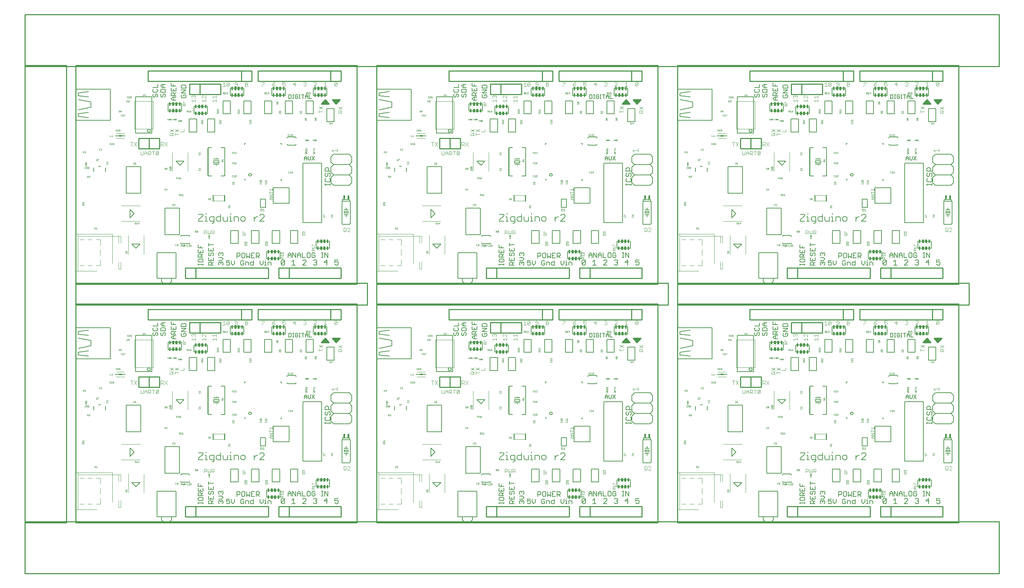
<source format=gto>
G75*
G70*
%OFA0B0*%
%FSLAX25Y25*%
%IPPOS*%
%LPD*%
%AMOC8*
5,1,8,0,0,1.08239X$1,22.5*
%
%ADD108C,0.00800*%
%ADD111C,0.00390*%
%ADD112C,0.01100*%
%ADD12R,0.02000X0.03500*%
%ADD131C,0.00500*%
%ADD135R,0.00590X0.01180*%
%ADD136C,0.00040*%
%ADD141C,0.00280*%
%ADD168C,0.00600*%
%ADD178C,0.01000*%
%ADD196C,0.00200*%
%ADD200R,0.01180X0.01180*%
%ADD207C,0.00100*%
%ADD35C,0.01200*%
%ADD43C,0.00300*%
%ADD49R,0.02760X0.01180*%
%ADD69C,0.01600*%
%ADD76R,0.01500X0.03500*%
%ADD86R,0.01180X0.00590*%
%ADD94C,0.00400*%
%ADD96R,0.01600X0.02300*%
X0010000Y0010000D02*
G75*
%LPD*%
D178*
X0010500Y0010500D02*
X0010500Y0060500D01*
X0010500Y0060500D02*
X0949500Y0060500D01*
X0949500Y0010500D01*
X0949500Y0010500D02*
X0010500Y0010500D01*
X0010000Y0060000D02*
G75*
%LPD*%
D178*
X0010500Y0059500D02*
X0010500Y0500500D01*
X0010500Y0500500D02*
X0050500Y0500500D01*
X0050500Y0059500D01*
X0010500Y0059500D01*
X0060000Y0060000D02*
G75*
%LPD*%
D35*
X0296500Y0233000D02*
X0300000Y0237000D01*
X0303500Y0233000D01*
X0296500Y0233000D01*
X0298000Y0234500D02*
X0300000Y0236500D01*
X0301500Y0234000D01*
X0298500Y0234000D01*
X0300500Y0235500D01*
X0307000Y0237000D02*
X0310500Y0233000D01*
X0314000Y0237000D01*
X0307000Y0237000D01*
X0308500Y0236000D02*
X0312500Y0236000D01*
X0310500Y0234000D01*
X0309000Y0237000D01*
X0311000Y0237000D01*
X0310500Y0236000D02*
X0310500Y0235500D01*
D131*
X0308540Y0228800D02*
X0301460Y0228800D01*
X0301460Y0216200D01*
X0308540Y0216200D01*
X0308540Y0228800D01*
X0301500Y0241650D02*
X0288500Y0241650D01*
X0288500Y0248340D01*
X0301500Y0248340D01*
X0301500Y0241650D01*
X0288540Y0236300D02*
X0288540Y0223700D01*
X0281460Y0223700D01*
X0281460Y0236300D01*
X0288540Y0236300D01*
X0286870Y0238600D02*
X0284540Y0238600D01*
X0284540Y0242110D01*
X0283190Y0240940D02*
X0283190Y0238600D01*
X0283190Y0240360D02*
X0280850Y0240360D01*
X0280850Y0240940D02*
X0282020Y0242110D01*
X0283190Y0240940D01*
X0280850Y0240940D02*
X0280850Y0238600D01*
X0278340Y0238600D02*
X0278340Y0242110D01*
X0277170Y0242110D02*
X0279510Y0242110D01*
X0275880Y0242110D02*
X0274720Y0242110D01*
X0275300Y0242110D02*
X0275300Y0238600D01*
X0274720Y0238600D02*
X0275880Y0238600D01*
X0273370Y0239190D02*
X0273370Y0240360D01*
X0272200Y0240360D01*
X0273370Y0241520D02*
X0272780Y0242110D01*
X0271620Y0242110D01*
X0271030Y0241520D01*
X0271030Y0239190D01*
X0271620Y0238600D01*
X0272780Y0238600D01*
X0273370Y0239190D01*
X0269740Y0238600D02*
X0268580Y0238600D01*
X0269160Y0238600D02*
X0269160Y0242110D01*
X0268580Y0242110D02*
X0269740Y0242110D01*
X0267230Y0241520D02*
X0267230Y0239190D01*
X0266640Y0238600D01*
X0264890Y0238600D01*
X0264890Y0242110D01*
X0266640Y0242110D01*
X0267230Y0241520D01*
X0268540Y0236300D02*
X0261460Y0236300D01*
X0261460Y0223700D01*
X0268540Y0223700D01*
X0268540Y0236300D01*
X0261500Y0241650D02*
X0248500Y0241650D01*
X0248500Y0248340D01*
X0261500Y0248340D01*
X0261500Y0241650D01*
X0248540Y0236300D02*
X0241460Y0236300D01*
X0241460Y0223700D01*
X0248540Y0223700D01*
X0248540Y0236300D01*
X0228540Y0236300D02*
X0228540Y0223700D01*
X0221460Y0223700D01*
X0221460Y0236300D01*
X0228540Y0236300D01*
X0221500Y0241650D02*
X0208500Y0241650D01*
X0208500Y0248340D01*
X0221500Y0248340D01*
X0221500Y0241650D01*
X0208540Y0236300D02*
X0208540Y0223700D01*
X0201460Y0223700D01*
X0201460Y0236300D01*
X0208540Y0236300D01*
X0186500Y0230840D02*
X0186500Y0224150D01*
X0173500Y0224150D01*
X0173500Y0230840D01*
X0186500Y0230840D01*
X0186460Y0218800D02*
X0193540Y0218800D01*
X0193540Y0206200D01*
X0186460Y0206200D01*
X0186460Y0218800D01*
X0176040Y0218800D02*
X0168960Y0218800D01*
X0168960Y0206200D01*
X0176040Y0206200D01*
X0176040Y0218800D01*
X0161500Y0226650D02*
X0148500Y0226650D01*
X0148500Y0233340D01*
X0161500Y0233340D01*
X0161500Y0226650D01*
X0156130Y0236690D02*
X0153130Y0236690D01*
X0151630Y0238200D01*
X0153130Y0239700D01*
X0156130Y0239700D01*
X0156130Y0241300D02*
X0151630Y0241300D01*
X0151630Y0243550D01*
X0152380Y0244300D01*
X0153880Y0244300D01*
X0154630Y0243550D01*
X0154630Y0241300D01*
X0154630Y0242800D02*
X0156130Y0244300D01*
X0156130Y0245900D02*
X0156130Y0248900D01*
X0156130Y0250510D02*
X0151630Y0250510D01*
X0151630Y0253510D01*
X0153880Y0252010D02*
X0153880Y0250510D01*
X0151630Y0248900D02*
X0151630Y0245900D01*
X0156130Y0245900D01*
X0153880Y0245900D02*
X0153880Y0247400D01*
X0161170Y0246900D02*
X0165680Y0246900D01*
X0161170Y0243900D01*
X0165680Y0243900D01*
X0164920Y0242300D02*
X0163420Y0242300D01*
X0163420Y0240800D01*
X0161920Y0242300D02*
X0161170Y0241550D01*
X0161170Y0240040D01*
X0161920Y0239290D01*
X0164920Y0239290D01*
X0165680Y0240040D01*
X0165680Y0241550D01*
X0164920Y0242300D01*
X0165680Y0248500D02*
X0161170Y0248500D01*
X0161170Y0250750D01*
X0161920Y0251500D01*
X0164920Y0251500D01*
X0165680Y0250750D01*
X0165680Y0248500D01*
X0153880Y0239700D02*
X0153880Y0236690D01*
X0145870Y0240740D02*
X0145120Y0239990D01*
X0145870Y0240740D02*
X0145870Y0242240D01*
X0145120Y0242990D01*
X0144370Y0242990D01*
X0143620Y0242240D01*
X0143620Y0240740D01*
X0142860Y0239990D01*
X0142110Y0239990D01*
X0141360Y0240740D01*
X0141360Y0242240D01*
X0142110Y0242990D01*
X0141360Y0244590D02*
X0141360Y0246840D01*
X0142110Y0247590D01*
X0145120Y0247590D01*
X0145870Y0246840D01*
X0145870Y0244590D01*
X0141360Y0244590D01*
X0138370Y0245340D02*
X0138370Y0246840D01*
X0137620Y0247590D01*
X0138370Y0249190D02*
X0133860Y0249190D01*
X0134610Y0247590D02*
X0133860Y0246840D01*
X0133860Y0245340D01*
X0134610Y0244590D01*
X0137620Y0244590D01*
X0138370Y0245340D01*
X0137620Y0242990D02*
X0138370Y0242240D01*
X0138370Y0240740D01*
X0137620Y0239990D01*
X0136120Y0240740D02*
X0135360Y0239990D01*
X0134610Y0239990D01*
X0133860Y0240740D01*
X0133860Y0242240D01*
X0134610Y0242990D01*
X0136120Y0242240D02*
X0136870Y0242990D01*
X0137620Y0242990D01*
X0136120Y0242240D02*
X0136120Y0240740D01*
X0138370Y0249190D02*
X0138370Y0252200D01*
X0141360Y0250700D02*
X0142860Y0252200D01*
X0145870Y0252200D01*
X0143620Y0252200D02*
X0143620Y0249190D01*
X0142860Y0249190D02*
X0141360Y0250700D01*
X0142860Y0249190D02*
X0145870Y0249190D01*
X0092990Y0247650D02*
X0092990Y0217340D01*
X0060000Y0217340D01*
X0056570Y0217340D02*
X0060000Y0247650D02*
X0092990Y0247650D01*
X0074330Y0235000D02*
X0074330Y0230000D01*
X0061830Y0227500D01*
X0061830Y0223750D02*
X0071830Y0225000D01*
X0071830Y0220000D02*
X0061830Y0221250D01*
X0061830Y0223750D01*
X0061830Y0237500D02*
X0074330Y0235000D01*
X0071830Y0240000D02*
X0061830Y0241250D01*
X0061830Y0243750D01*
X0071830Y0245000D01*
X0097380Y0202500D02*
X0107220Y0202500D01*
X0191910Y0145650D02*
X0191910Y0139350D01*
X0203090Y0139350D02*
X0203090Y0145650D01*
X0222280Y0160760D02*
X0223270Y0159780D01*
X0226250Y0165000D02*
X0226270Y0165220D01*
X0226330Y0165430D01*
X0226420Y0165620D01*
X0226540Y0165800D01*
X0226700Y0165960D01*
X0226870Y0166080D01*
X0227070Y0166170D01*
X0227280Y0166230D01*
X0227500Y0166250D01*
X0227720Y0166230D01*
X0227930Y0166170D01*
X0228120Y0166080D01*
X0228300Y0165960D01*
X0228460Y0165800D01*
X0228580Y0165620D01*
X0228670Y0165430D01*
X0228730Y0165220D01*
X0228750Y0165000D01*
X0228730Y0164780D01*
X0228670Y0164570D01*
X0228580Y0164380D01*
X0228460Y0164200D01*
X0228300Y0164040D01*
X0228130Y0163920D01*
X0227930Y0163830D01*
X0227720Y0163770D01*
X0227500Y0163750D01*
X0227280Y0163770D01*
X0227070Y0163830D01*
X0226870Y0163920D01*
X0226700Y0164040D01*
X0226540Y0164200D01*
X0226420Y0164370D01*
X0226330Y0164570D01*
X0226270Y0164780D01*
X0226250Y0165000D01*
X0249860Y0152630D02*
X0265140Y0152630D01*
X0265140Y0137360D01*
X0249860Y0137360D01*
X0249860Y0152630D01*
X0256730Y0159780D02*
X0257720Y0159780D01*
X0257720Y0160760D01*
X0242460Y0141430D02*
X0237540Y0141430D01*
X0237540Y0133560D01*
X0242460Y0133560D01*
X0242460Y0141430D01*
X0236040Y0111300D02*
X0228960Y0111300D01*
X0228960Y0098700D01*
X0236040Y0098700D01*
X0236040Y0111300D01*
X0248960Y0111300D02*
X0248960Y0098700D01*
X0256040Y0098700D01*
X0256040Y0111300D01*
X0248960Y0111300D01*
X0266460Y0111300D02*
X0266460Y0098700D01*
X0273540Y0098700D01*
X0273540Y0111300D01*
X0266460Y0111300D01*
X0291000Y0100840D02*
X0291000Y0094150D01*
X0304000Y0094150D01*
X0304000Y0100840D01*
X0291000Y0100840D01*
X0289330Y0089680D02*
X0287830Y0089680D01*
X0287080Y0088930D01*
X0287080Y0085920D01*
X0287830Y0085170D01*
X0289330Y0085170D01*
X0290080Y0085920D01*
X0290080Y0087430D01*
X0288580Y0087430D01*
X0290080Y0088930D02*
X0289330Y0089680D01*
X0285470Y0088930D02*
X0285470Y0085920D01*
X0284720Y0085170D01*
X0283220Y0085170D01*
X0282470Y0085920D01*
X0282470Y0088930D01*
X0283220Y0089680D01*
X0284720Y0089680D01*
X0285470Y0088930D01*
X0280870Y0085170D02*
X0277870Y0085170D01*
X0277870Y0089680D01*
X0276270Y0088180D02*
X0276270Y0085170D01*
X0276270Y0087430D02*
X0273260Y0087430D01*
X0273260Y0088180D02*
X0274760Y0089680D01*
X0276270Y0088180D01*
X0273260Y0088180D02*
X0273260Y0085170D01*
X0271660Y0085170D02*
X0271660Y0089680D01*
X0268660Y0089680D02*
X0271660Y0085170D01*
X0268660Y0085170D02*
X0268660Y0089680D01*
X0267060Y0088180D02*
X0267060Y0085170D01*
X0267060Y0087430D02*
X0264060Y0087430D01*
X0264060Y0088180D02*
X0265560Y0089680D01*
X0267060Y0088180D01*
X0264060Y0088180D02*
X0264060Y0085170D01*
X0256500Y0084150D02*
X0243500Y0084150D01*
X0243500Y0090840D01*
X0256500Y0090840D01*
X0256500Y0084150D01*
X0247690Y0079950D02*
X0247690Y0077690D01*
X0247690Y0079950D02*
X0246940Y0080700D01*
X0244680Y0080700D01*
X0244680Y0077690D01*
X0243120Y0077690D02*
X0241610Y0077690D01*
X0242370Y0077690D02*
X0242370Y0080700D01*
X0241610Y0080700D01*
X0242370Y0082200D02*
X0242370Y0082950D01*
X0240010Y0082200D02*
X0240010Y0079200D01*
X0238510Y0077690D01*
X0237010Y0079200D01*
X0237010Y0082200D01*
X0236370Y0084950D02*
X0234870Y0086450D01*
X0235620Y0086450D02*
X0233370Y0086450D01*
X0233370Y0084950D02*
X0233370Y0089450D01*
X0235620Y0089450D01*
X0236370Y0088700D01*
X0236370Y0087200D01*
X0235620Y0086450D01*
X0231760Y0084950D02*
X0228760Y0084950D01*
X0228760Y0089450D01*
X0231760Y0089450D01*
X0230260Y0087200D02*
X0228760Y0087200D01*
X0227160Y0084950D02*
X0227160Y0089450D01*
X0224160Y0089450D02*
X0224160Y0084950D01*
X0225660Y0086450D01*
X0227160Y0084950D01*
X0222560Y0085700D02*
X0222560Y0088700D01*
X0221810Y0089450D01*
X0220300Y0089450D01*
X0219550Y0088700D01*
X0219550Y0085700D01*
X0220300Y0084950D01*
X0221810Y0084950D01*
X0222560Y0085700D01*
X0220850Y0082200D02*
X0219350Y0082200D01*
X0218590Y0081450D01*
X0218590Y0078440D01*
X0219350Y0077690D01*
X0220850Y0077690D01*
X0221600Y0078440D01*
X0221600Y0079950D01*
X0220100Y0079950D01*
X0221600Y0081450D02*
X0220850Y0082200D01*
X0223200Y0080700D02*
X0225450Y0080700D01*
X0226200Y0079950D01*
X0226200Y0077690D01*
X0227800Y0078440D02*
X0227800Y0079950D01*
X0228550Y0080700D01*
X0230810Y0080700D01*
X0230810Y0082200D02*
X0230810Y0077690D01*
X0228550Y0077690D01*
X0227800Y0078440D01*
X0223200Y0077690D02*
X0223200Y0080700D01*
X0217200Y0086450D02*
X0214950Y0086450D01*
X0214950Y0084950D02*
X0214950Y0089450D01*
X0217200Y0089450D01*
X0217950Y0088700D01*
X0217950Y0087200D01*
X0217200Y0086450D01*
X0212390Y0082200D02*
X0212390Y0079200D01*
X0210890Y0077690D01*
X0209390Y0079200D01*
X0209390Y0082200D01*
X0207790Y0082200D02*
X0204780Y0082200D01*
X0204780Y0079950D01*
X0206280Y0080700D01*
X0207030Y0080700D01*
X0207790Y0079950D01*
X0207790Y0078440D01*
X0207030Y0077690D01*
X0205530Y0077690D01*
X0204780Y0078440D01*
X0201630Y0078440D02*
X0200880Y0077690D01*
X0201630Y0078440D02*
X0201630Y0079950D01*
X0200880Y0080700D01*
X0200130Y0080700D01*
X0199380Y0079950D01*
X0199380Y0079200D01*
X0199380Y0079950D02*
X0198630Y0080700D01*
X0197880Y0080700D01*
X0197130Y0079950D01*
X0197130Y0078440D01*
X0197880Y0077690D01*
X0197130Y0082300D02*
X0200130Y0082300D01*
X0201630Y0083800D01*
X0200130Y0085300D01*
X0197130Y0085300D01*
X0197880Y0086900D02*
X0197130Y0087650D01*
X0197130Y0089150D01*
X0197880Y0089900D01*
X0198630Y0089900D01*
X0199380Y0089150D01*
X0200130Y0089900D01*
X0200880Y0089900D01*
X0201630Y0089150D01*
X0201630Y0087650D01*
X0200880Y0086900D01*
X0199380Y0088400D02*
X0199380Y0089150D01*
X0192130Y0089150D02*
X0192130Y0087650D01*
X0191380Y0086900D01*
X0189880Y0087650D02*
X0189880Y0089150D01*
X0190630Y0089900D01*
X0191380Y0089900D01*
X0192130Y0089150D01*
X0192130Y0091510D02*
X0187630Y0091510D01*
X0187630Y0094510D01*
X0187630Y0096110D02*
X0187630Y0099110D01*
X0187630Y0097610D02*
X0192130Y0097610D01*
X0192130Y0094510D02*
X0192130Y0091510D01*
X0189880Y0091510D02*
X0189880Y0093010D01*
X0188380Y0089900D02*
X0187630Y0089150D01*
X0187630Y0087650D01*
X0188380Y0086900D01*
X0189130Y0086900D01*
X0189880Y0087650D01*
X0187630Y0085300D02*
X0187630Y0082300D01*
X0192130Y0082300D01*
X0192130Y0085300D01*
X0189880Y0083800D02*
X0189880Y0082300D01*
X0189880Y0080700D02*
X0190630Y0079950D01*
X0190630Y0077690D01*
X0192130Y0077690D02*
X0187630Y0077690D01*
X0187630Y0079950D01*
X0188380Y0080700D01*
X0189880Y0080700D01*
X0190630Y0079200D02*
X0192130Y0080700D01*
X0182130Y0081510D02*
X0182130Y0083020D01*
X0181380Y0083770D01*
X0178380Y0083770D01*
X0177630Y0083020D01*
X0177630Y0081510D01*
X0178380Y0080760D01*
X0181380Y0080760D01*
X0182130Y0081510D01*
X0182130Y0079200D02*
X0182130Y0077690D01*
X0182130Y0078440D02*
X0177630Y0078440D01*
X0177630Y0077690D02*
X0177630Y0079200D01*
X0177630Y0085370D02*
X0177630Y0087620D01*
X0178380Y0088370D01*
X0179880Y0088370D01*
X0180630Y0087620D01*
X0180630Y0085370D01*
X0180630Y0086870D02*
X0182130Y0088370D01*
X0182130Y0089970D02*
X0182130Y0092970D01*
X0182130Y0094570D02*
X0177630Y0094570D01*
X0177630Y0097580D01*
X0179880Y0096080D02*
X0179880Y0094570D01*
X0177630Y0092970D02*
X0177630Y0089970D01*
X0182130Y0089970D01*
X0179880Y0089970D02*
X0179880Y0091470D01*
X0182130Y0085370D02*
X0177630Y0085370D01*
X0156060Y0089700D02*
X0137940Y0089700D01*
X0137940Y0065290D01*
X0142280Y0065290D01*
X0142280Y0062140D01*
X0144240Y0060170D01*
X0149760Y0060170D01*
X0151720Y0062140D01*
X0151720Y0065290D01*
X0142280Y0065290D01*
X0151720Y0065290D02*
X0156060Y0065290D01*
X0156060Y0089700D01*
X0208960Y0098700D02*
X0208960Y0111300D01*
X0216040Y0111300D01*
X0216040Y0098700D01*
X0208960Y0098700D01*
X0296280Y0089680D02*
X0297780Y0089680D01*
X0297030Y0089680D02*
X0297030Y0085170D01*
X0296280Y0085170D02*
X0297780Y0085170D01*
X0299350Y0085170D02*
X0299350Y0089680D01*
X0302350Y0085170D01*
X0302350Y0089680D01*
X0257720Y0194230D02*
X0257720Y0195210D01*
X0256730Y0195210D01*
X0223270Y0195210D02*
X0222280Y0195210D01*
X0222280Y0194230D01*
D94*
X0194800Y0235200D02*
X0194800Y0237600D01*
X0194800Y0236400D02*
X0191200Y0236400D01*
X0192400Y0235200D01*
X0192400Y0238880D02*
X0191200Y0240080D01*
X0194800Y0240080D01*
X0194800Y0238880D02*
X0194800Y0241280D01*
X0184800Y0241280D02*
X0184800Y0238880D01*
X0182400Y0241280D01*
X0181800Y0241280D01*
X0181200Y0240680D01*
X0181200Y0239480D01*
X0181800Y0238880D01*
X0181200Y0236400D02*
X0184800Y0236400D01*
X0184800Y0235200D02*
X0184800Y0237600D01*
X0182400Y0235200D02*
X0181200Y0236400D01*
X0174800Y0236400D02*
X0171200Y0236400D01*
X0172400Y0235200D01*
X0174800Y0235200D02*
X0174800Y0237600D01*
X0174200Y0238880D02*
X0174800Y0239480D01*
X0174800Y0240680D01*
X0174200Y0241280D01*
X0173600Y0241280D01*
X0173000Y0240680D01*
X0173000Y0240080D01*
X0173000Y0240680D02*
X0172400Y0241280D01*
X0171800Y0241280D01*
X0171200Y0240680D01*
X0171200Y0239480D01*
X0171800Y0238880D01*
X0201300Y0250200D02*
X0203700Y0250200D01*
X0202500Y0250200D02*
X0202500Y0253800D01*
X0201300Y0252600D01*
X0204980Y0253200D02*
X0204980Y0250800D01*
X0207390Y0253200D01*
X0207390Y0250800D01*
X0206780Y0250200D01*
X0205580Y0250200D01*
X0204980Y0250800D01*
X0204980Y0253200D02*
X0205580Y0253800D01*
X0206780Y0253800D01*
X0207390Y0253200D01*
X0212700Y0253200D02*
X0212700Y0252600D01*
X0213300Y0252000D01*
X0215100Y0252000D01*
X0215100Y0253200D02*
X0214500Y0253800D01*
X0213300Y0253800D01*
X0212700Y0253200D01*
X0215100Y0253200D02*
X0215100Y0250800D01*
X0214500Y0250200D01*
X0213300Y0250200D01*
X0212700Y0250800D01*
X0222700Y0250800D02*
X0222700Y0251400D01*
X0223300Y0252000D01*
X0224500Y0252000D01*
X0225100Y0251400D01*
X0225100Y0250800D01*
X0224500Y0250200D01*
X0223300Y0250200D01*
X0222700Y0250800D01*
X0223300Y0252000D02*
X0222700Y0252600D01*
X0222700Y0253200D01*
X0223300Y0253800D01*
X0224500Y0253800D01*
X0225100Y0253200D01*
X0225100Y0252600D01*
X0224500Y0252000D01*
X0238700Y0250800D02*
X0238700Y0250200D01*
X0238700Y0250800D02*
X0241100Y0253200D01*
X0241100Y0253800D01*
X0238700Y0253800D01*
X0248950Y0252250D02*
X0248950Y0251050D01*
X0249550Y0250450D01*
X0250750Y0250450D01*
X0251350Y0251050D01*
X0251350Y0251650D01*
X0250750Y0252250D01*
X0248950Y0252250D01*
X0250150Y0253450D01*
X0251350Y0254050D01*
X0258950Y0254050D02*
X0258950Y0252250D01*
X0260150Y0252850D01*
X0260750Y0252850D01*
X0261350Y0252250D01*
X0261350Y0251050D01*
X0260750Y0250450D01*
X0259550Y0250450D01*
X0258950Y0251050D01*
X0258950Y0254050D02*
X0261350Y0254050D01*
X0268950Y0252000D02*
X0271350Y0252000D01*
X0270750Y0250200D02*
X0270750Y0253800D01*
X0268950Y0252000D01*
X0278950Y0251050D02*
X0279550Y0250450D01*
X0280750Y0250450D01*
X0281350Y0251050D01*
X0281350Y0251650D01*
X0280750Y0252250D01*
X0280150Y0252250D01*
X0280750Y0252250D02*
X0281350Y0252850D01*
X0281350Y0253450D01*
X0280750Y0254050D01*
X0279550Y0254050D01*
X0278950Y0253450D01*
X0288950Y0253450D02*
X0289550Y0254050D01*
X0290750Y0254050D01*
X0291350Y0253450D01*
X0291350Y0252850D01*
X0288950Y0250450D01*
X0291350Y0250450D01*
X0298950Y0250450D02*
X0301350Y0250450D01*
X0300150Y0250450D02*
X0300150Y0254050D01*
X0298950Y0252850D01*
X0308950Y0253450D02*
X0308950Y0251050D01*
X0311350Y0253450D01*
X0311350Y0251050D01*
X0310750Y0250450D01*
X0309550Y0250450D01*
X0308950Y0251050D01*
X0308950Y0253450D02*
X0309550Y0254050D01*
X0310750Y0254050D01*
X0311350Y0253450D01*
X0312700Y0230660D02*
X0316300Y0228260D01*
X0316300Y0226980D02*
X0315100Y0225780D01*
X0315100Y0226380D02*
X0315100Y0224580D01*
X0316300Y0224580D02*
X0312700Y0224580D01*
X0312700Y0226380D01*
X0313300Y0226980D01*
X0314500Y0226980D01*
X0315100Y0226380D01*
X0312700Y0228260D02*
X0316300Y0230660D01*
X0297570Y0230870D02*
X0293960Y0228460D01*
X0293960Y0227180D02*
X0293960Y0224780D01*
X0293960Y0225980D02*
X0297570Y0225980D01*
X0297570Y0228460D02*
X0293960Y0230870D01*
X0306290Y0188530D02*
X0311410Y0188530D01*
X0311410Y0190230D02*
X0311410Y0186820D01*
X0308000Y0186820D02*
X0306290Y0188530D01*
X0318300Y0113800D02*
X0319500Y0113800D01*
X0320100Y0113200D01*
X0320100Y0110800D01*
X0319500Y0110200D01*
X0318300Y0110200D01*
X0317700Y0110800D01*
X0317700Y0113200D01*
X0318300Y0113800D01*
X0318900Y0111400D02*
X0320100Y0110200D01*
X0321380Y0110200D02*
X0323790Y0112600D01*
X0323790Y0113200D01*
X0323180Y0113800D01*
X0321980Y0113800D01*
X0321380Y0113200D01*
X0321380Y0110200D02*
X0323790Y0110200D01*
X0192970Y0110700D02*
X0192970Y0109500D01*
X0192370Y0108900D01*
X0190570Y0108900D01*
X0191770Y0108900D02*
X0192970Y0107700D01*
X0190570Y0107700D02*
X0190570Y0111300D01*
X0192370Y0111300D01*
X0192970Y0110700D01*
X0189290Y0111300D02*
X0189290Y0107700D01*
X0188080Y0108900D01*
X0186880Y0107700D01*
X0186880Y0111300D01*
X0185600Y0110700D02*
X0185600Y0109500D01*
X0185000Y0108900D01*
X0183200Y0108900D01*
X0183200Y0107700D02*
X0183200Y0111300D01*
X0185000Y0111300D01*
X0185600Y0110700D01*
X0125000Y0106400D02*
X0125000Y0088600D01*
X0110000Y0088600D02*
X0110000Y0106400D01*
X0103600Y0120000D02*
X0121400Y0120000D01*
X0121400Y0135000D02*
X0103600Y0135000D01*
X0152500Y0168600D02*
X0152500Y0186400D01*
X0139220Y0187000D02*
X0139220Y0184600D01*
X0138620Y0184000D01*
X0137420Y0184000D01*
X0136820Y0184600D01*
X0139220Y0187000D01*
X0138620Y0187600D01*
X0137420Y0187600D01*
X0136820Y0187000D01*
X0136820Y0184600D01*
X0134330Y0184000D02*
X0134330Y0187600D01*
X0133130Y0187600D02*
X0135540Y0187600D01*
X0131850Y0187000D02*
X0131850Y0185800D01*
X0131250Y0185200D01*
X0129450Y0185200D01*
X0130650Y0185200D02*
X0131850Y0184000D01*
X0129450Y0184000D02*
X0129450Y0187600D01*
X0131250Y0187600D01*
X0131850Y0187000D01*
X0128170Y0186400D02*
X0128170Y0184000D01*
X0128170Y0185800D02*
X0125770Y0185800D01*
X0125770Y0186400D02*
X0125770Y0184000D01*
X0124490Y0184600D02*
X0124490Y0187600D01*
X0125770Y0186400D02*
X0126970Y0187600D01*
X0128170Y0186400D01*
X0124490Y0184600D02*
X0123890Y0184000D01*
X0122680Y0184000D01*
X0122080Y0184600D01*
X0122080Y0187600D01*
X0150200Y0202830D02*
X0150200Y0204630D01*
X0150800Y0205230D01*
X0152000Y0205230D01*
X0152600Y0204630D01*
X0152600Y0202830D01*
X0153800Y0202830D02*
X0150200Y0202830D01*
X0152600Y0204030D02*
X0153800Y0205230D01*
X0153800Y0206510D02*
X0150200Y0208910D01*
X0150200Y0206510D02*
X0153800Y0208910D01*
X0155200Y0208910D02*
X0158800Y0206510D01*
X0160200Y0206510D02*
X0163800Y0206510D01*
X0163800Y0208910D01*
X0158800Y0208910D02*
X0155200Y0206510D01*
X0155200Y0205230D02*
X0155200Y0202830D01*
X0155200Y0204030D02*
X0158800Y0204030D01*
X0167500Y0186400D02*
X0167500Y0168600D01*
D168*
X0186930Y0164700D02*
X0186930Y0190290D01*
X0186940Y0190460D01*
X0186990Y0190630D01*
X0187060Y0190780D01*
X0187160Y0190920D01*
X0187280Y0191040D01*
X0187420Y0191140D01*
X0187570Y0191210D01*
X0187740Y0191260D01*
X0187910Y0191270D01*
X0187910Y0191280D02*
X0190500Y0191280D01*
X0199500Y0191280D02*
X0202090Y0191280D01*
X0202090Y0191270D02*
X0202260Y0191260D01*
X0202430Y0191210D01*
X0202580Y0191140D01*
X0202720Y0191040D01*
X0202840Y0190920D01*
X0202940Y0190780D01*
X0203010Y0190630D01*
X0203060Y0190460D01*
X0203070Y0190290D01*
X0203070Y0164700D01*
X0203060Y0164530D01*
X0203010Y0164360D01*
X0202940Y0164210D01*
X0202840Y0164070D01*
X0202720Y0163950D01*
X0202580Y0163850D01*
X0202430Y0163780D01*
X0202260Y0163730D01*
X0202090Y0163720D01*
X0199500Y0163720D01*
X0190500Y0163720D02*
X0187910Y0163720D01*
X0187740Y0163730D01*
X0187570Y0163780D01*
X0187420Y0163850D01*
X0187280Y0163950D01*
X0187160Y0164070D01*
X0187060Y0164210D01*
X0186990Y0164360D01*
X0186940Y0164530D01*
X0186930Y0164700D01*
X0192500Y0175000D02*
X0195000Y0175000D01*
X0197500Y0175000D01*
X0197500Y0176500D02*
X0197500Y0178500D01*
X0192500Y0178500D01*
X0192500Y0176500D01*
X0197500Y0176500D01*
X0197500Y0180000D02*
X0195000Y0180000D01*
X0192500Y0180000D01*
X0132700Y0205000D02*
X0117300Y0205000D01*
X0117300Y0240000D01*
X0132700Y0240000D01*
X0132700Y0205000D01*
X0128500Y0207500D02*
X0128520Y0207740D01*
X0128580Y0207980D01*
X0128670Y0208200D01*
X0128800Y0208400D01*
X0128960Y0208580D01*
X0129150Y0208730D01*
X0129360Y0208860D01*
X0129580Y0208940D01*
X0129820Y0208990D01*
X0130060Y0209000D01*
X0130300Y0208970D01*
X0130530Y0208900D01*
X0130750Y0208800D01*
X0130950Y0208660D01*
X0131120Y0208490D01*
X0131270Y0208300D01*
X0131380Y0208090D01*
X0131460Y0207860D01*
X0131500Y0207620D01*
X0131500Y0207380D01*
X0131460Y0207140D01*
X0131380Y0206910D01*
X0131270Y0206700D01*
X0131120Y0206510D01*
X0130950Y0206340D01*
X0130750Y0206200D01*
X0130530Y0206100D01*
X0130300Y0206030D01*
X0130060Y0206000D01*
X0129820Y0206010D01*
X0129580Y0206060D01*
X0129360Y0206140D01*
X0129150Y0206270D01*
X0128960Y0206420D01*
X0128800Y0206600D01*
X0128670Y0206800D01*
X0128580Y0207020D01*
X0128520Y0207260D01*
X0128500Y0207500D01*
X0185310Y0127770D02*
X0185310Y0126700D01*
X0185310Y0124570D02*
X0184250Y0124570D01*
X0185310Y0124570D02*
X0185310Y0120300D01*
X0184250Y0120300D02*
X0186380Y0120300D01*
X0188540Y0121360D02*
X0189610Y0120300D01*
X0192810Y0120300D01*
X0192810Y0119230D02*
X0192810Y0124570D01*
X0189610Y0124570D01*
X0188540Y0123500D01*
X0188540Y0121360D01*
X0191750Y0118160D02*
X0192810Y0119230D01*
X0191750Y0118160D02*
X0190680Y0118160D01*
X0194990Y0121360D02*
X0194990Y0123500D01*
X0196060Y0124570D01*
X0199260Y0124570D01*
X0199260Y0126700D02*
X0199260Y0120300D01*
X0196060Y0120300D01*
X0194990Y0121360D01*
X0201430Y0121360D02*
X0202500Y0120300D01*
X0205700Y0120300D01*
X0205700Y0124570D01*
X0207880Y0124570D02*
X0208950Y0124570D01*
X0208950Y0120300D01*
X0210010Y0120300D02*
X0207880Y0120300D01*
X0212180Y0120300D02*
X0212180Y0124570D01*
X0215380Y0124570D01*
X0216450Y0123500D01*
X0216450Y0120300D01*
X0218620Y0121360D02*
X0219690Y0120300D01*
X0221820Y0120300D01*
X0222890Y0121360D01*
X0222890Y0123500D01*
X0221820Y0124570D01*
X0219690Y0124570D01*
X0218620Y0123500D01*
X0218620Y0121360D01*
X0208950Y0126700D02*
X0208950Y0127770D01*
X0201430Y0124570D02*
X0201430Y0121360D01*
X0182070Y0120300D02*
X0177800Y0120300D01*
X0177800Y0121360D01*
X0182070Y0125630D01*
X0182070Y0126700D01*
X0177800Y0126700D01*
X0231510Y0124570D02*
X0231510Y0120300D01*
X0231510Y0122430D02*
X0233650Y0124570D01*
X0234720Y0124570D01*
X0236880Y0125630D02*
X0237950Y0126700D01*
X0240090Y0126700D01*
X0241150Y0125630D01*
X0241150Y0124570D01*
X0236880Y0120300D01*
X0241150Y0120300D01*
X0258440Y0082850D02*
X0260110Y0082850D01*
X0260940Y0082010D01*
X0257610Y0078680D01*
X0258440Y0077840D01*
X0260110Y0077840D01*
X0260940Y0078680D01*
X0260940Y0082010D01*
X0258440Y0082850D02*
X0257610Y0082010D01*
X0257610Y0078680D01*
X0267920Y0077840D02*
X0271250Y0077840D01*
X0269590Y0077840D02*
X0269590Y0082850D01*
X0267920Y0081180D01*
X0278230Y0082010D02*
X0279070Y0082850D01*
X0280730Y0082850D01*
X0281570Y0082010D01*
X0281570Y0081180D01*
X0278230Y0077840D01*
X0281570Y0077840D01*
X0288540Y0078680D02*
X0289380Y0077840D01*
X0291050Y0077840D01*
X0291880Y0078680D01*
X0291880Y0079510D01*
X0291050Y0080350D01*
X0290210Y0080350D01*
X0291050Y0080350D02*
X0291880Y0081180D01*
X0291880Y0082010D01*
X0291050Y0082850D01*
X0289380Y0082850D01*
X0288540Y0082010D01*
X0298860Y0080350D02*
X0302190Y0080350D01*
X0301360Y0082850D02*
X0301360Y0077840D01*
X0298860Y0080350D02*
X0301360Y0082850D01*
X0309170Y0082850D02*
X0309170Y0080350D01*
X0310840Y0081180D01*
X0311670Y0081180D01*
X0312510Y0080350D01*
X0312510Y0078680D01*
X0311670Y0077840D01*
X0310000Y0077840D01*
X0309170Y0078680D01*
X0309170Y0082850D02*
X0312510Y0082850D01*
X0317000Y0117000D02*
X0323000Y0117000D01*
X0323170Y0117020D01*
X0323340Y0117060D01*
X0323500Y0117130D01*
X0323640Y0117230D01*
X0323770Y0117360D01*
X0323870Y0117500D01*
X0323940Y0117660D01*
X0323980Y0117830D01*
X0324000Y0118000D01*
X0324000Y0139500D01*
X0323500Y0139500D01*
X0316500Y0139500D01*
X0316000Y0139500D01*
X0316000Y0118000D01*
X0316020Y0117830D01*
X0316060Y0117660D01*
X0316130Y0117500D01*
X0316230Y0117360D01*
X0316360Y0117230D01*
X0316500Y0117130D01*
X0316660Y0117060D01*
X0316830Y0117020D01*
X0317000Y0117000D01*
X0320000Y0124500D02*
X0320000Y0126500D01*
X0318000Y0126500D01*
X0318000Y0128000D02*
X0322000Y0128000D01*
X0322000Y0129500D01*
X0318000Y0129500D01*
X0318000Y0128000D01*
X0320000Y0126500D02*
X0322000Y0126500D01*
X0322000Y0131000D02*
X0320000Y0131000D01*
X0318000Y0131000D01*
X0320000Y0131000D02*
X0320000Y0133000D01*
X0316500Y0139500D02*
X0316500Y0141000D01*
X0323500Y0141000D01*
X0323500Y0139500D01*
X0323050Y0154800D02*
X0308050Y0154800D01*
X0305550Y0157300D01*
X0305550Y0162300D01*
X0308050Y0164800D01*
X0323050Y0164800D01*
X0325550Y0162300D01*
X0325550Y0157300D01*
X0323050Y0154800D01*
X0323050Y0164800D02*
X0325550Y0167300D01*
X0325550Y0172300D01*
X0323050Y0174800D01*
X0308050Y0174800D01*
X0305550Y0172300D01*
X0305550Y0167300D01*
X0308050Y0164800D01*
X0304850Y0164120D02*
X0304020Y0163290D01*
X0304850Y0164120D02*
X0304850Y0165790D01*
X0304020Y0166620D01*
X0303180Y0166620D01*
X0302350Y0165790D01*
X0302350Y0164120D01*
X0301510Y0163290D01*
X0300680Y0163290D01*
X0299850Y0164120D01*
X0299850Y0165790D01*
X0300680Y0166620D01*
X0299850Y0168440D02*
X0299850Y0170940D01*
X0300680Y0171780D01*
X0302350Y0171780D01*
X0303180Y0170940D01*
X0303180Y0168440D01*
X0304850Y0168440D02*
X0299850Y0168440D01*
X0308050Y0174800D02*
X0305550Y0177300D01*
X0305550Y0182300D01*
X0308050Y0184800D01*
X0323050Y0184800D01*
X0325550Y0182300D01*
X0325550Y0177300D01*
X0323050Y0174800D01*
X0304850Y0160630D02*
X0304020Y0161470D01*
X0304850Y0160630D02*
X0304850Y0158960D01*
X0304020Y0158130D01*
X0300680Y0158130D01*
X0299850Y0158960D01*
X0299850Y0160630D01*
X0300680Y0161470D01*
X0299850Y0156360D02*
X0299850Y0154690D01*
X0299850Y0155530D02*
X0304850Y0155530D01*
X0304850Y0156360D02*
X0304850Y0154690D01*
X0289560Y0179290D02*
X0287290Y0182690D01*
X0285880Y0182690D02*
X0285880Y0179860D01*
X0285310Y0179290D01*
X0284180Y0179290D01*
X0283610Y0179860D01*
X0283610Y0182690D01*
X0282190Y0181560D02*
X0282190Y0179290D01*
X0282190Y0180990D02*
X0279930Y0180990D01*
X0279930Y0181560D02*
X0281060Y0182690D01*
X0282190Y0181560D01*
X0279930Y0181560D02*
X0279930Y0179290D01*
X0287290Y0179290D02*
X0289560Y0182690D01*
D108*
X0113560Y0098260D02*
X0117500Y0094230D01*
X0121440Y0098260D01*
X0113560Y0098260D01*
X0145500Y0107090D02*
X0145500Y0132900D01*
X0159500Y0132900D01*
X0159500Y0107090D01*
X0145500Y0107090D01*
X0161750Y0106500D02*
X0168250Y0106500D01*
X0168420Y0106480D01*
X0168590Y0106440D01*
X0168750Y0106370D01*
X0168890Y0106270D01*
X0169020Y0106140D01*
X0169120Y0106000D01*
X0169190Y0105840D01*
X0169230Y0105670D01*
X0169250Y0105500D01*
X0161750Y0106500D02*
X0161580Y0106480D01*
X0161410Y0106440D01*
X0161250Y0106370D01*
X0161110Y0106270D01*
X0160980Y0106140D01*
X0160880Y0106000D01*
X0160810Y0105840D01*
X0160770Y0105670D01*
X0160750Y0105500D01*
X0160750Y0099500D02*
X0160770Y0099330D01*
X0160810Y0099160D01*
X0160880Y0099000D01*
X0160980Y0098860D01*
X0161110Y0098730D01*
X0161250Y0098630D01*
X0161410Y0098560D01*
X0161580Y0098520D01*
X0161750Y0098500D01*
X0168250Y0098500D01*
X0168420Y0098520D01*
X0168590Y0098560D01*
X0168750Y0098630D01*
X0168890Y0098730D01*
X0169020Y0098860D01*
X0169120Y0099000D01*
X0169190Y0099160D01*
X0169230Y0099330D01*
X0169250Y0099500D01*
X0115770Y0127500D02*
X0111740Y0131430D01*
X0111740Y0123560D01*
X0115770Y0127500D01*
X0122000Y0147090D02*
X0108000Y0147090D01*
X0108000Y0172900D01*
X0122000Y0172900D01*
X0122000Y0147090D01*
X0088100Y0168310D02*
X0088100Y0171690D01*
X0083560Y0173190D02*
X0081440Y0173190D01*
X0076900Y0171690D02*
X0076900Y0168310D01*
X0156060Y0178260D02*
X0163940Y0178260D01*
X0160000Y0174230D01*
X0156060Y0178260D01*
X0264250Y0193500D02*
X0270750Y0193500D01*
X0270920Y0193520D01*
X0271090Y0193560D01*
X0271250Y0193630D01*
X0271390Y0193730D01*
X0271520Y0193860D01*
X0271620Y0194000D01*
X0271690Y0194160D01*
X0271730Y0194330D01*
X0271750Y0194500D01*
X0271750Y0200500D02*
X0271730Y0200670D01*
X0271690Y0200840D01*
X0271620Y0201000D01*
X0271520Y0201140D01*
X0271390Y0201270D01*
X0271250Y0201370D01*
X0271090Y0201440D01*
X0270920Y0201480D01*
X0270750Y0201500D01*
X0264250Y0201500D01*
X0264080Y0201480D01*
X0263910Y0201440D01*
X0263750Y0201370D01*
X0263610Y0201270D01*
X0263480Y0201140D01*
X0263380Y0201000D01*
X0263310Y0200840D01*
X0263270Y0200670D01*
X0263250Y0200500D01*
X0263250Y0194500D02*
X0263270Y0194330D01*
X0263310Y0194160D01*
X0263380Y0194000D01*
X0263480Y0193860D01*
X0263610Y0193730D01*
X0263750Y0193630D01*
X0263910Y0193560D01*
X0264080Y0193520D01*
X0264250Y0193500D01*
X0278640Y0176040D02*
X0296360Y0176040D01*
X0296360Y0118950D01*
X0278640Y0118950D01*
X0278640Y0176040D01*
D112*
D43*
X0249090Y0141000D02*
X0247160Y0141000D01*
X0246190Y0141970D01*
X0247160Y0142930D01*
X0249090Y0142930D01*
X0249090Y0143940D02*
X0246190Y0143940D01*
X0249090Y0145880D01*
X0246190Y0145880D01*
X0246190Y0146890D02*
X0246190Y0148830D01*
X0246190Y0147860D02*
X0249090Y0147860D01*
X0249090Y0149840D02*
X0249090Y0151770D01*
X0249090Y0150800D02*
X0246190Y0150800D01*
X0247160Y0149840D01*
X0247640Y0142930D02*
X0247640Y0141000D01*
X0147800Y0192650D02*
X0145330Y0196350D01*
X0144120Y0195730D02*
X0144120Y0194500D01*
X0143500Y0193880D01*
X0141650Y0193880D01*
X0141650Y0192650D02*
X0141650Y0196350D01*
X0143500Y0196350D01*
X0144120Y0195730D01*
X0142880Y0193880D02*
X0144120Y0192650D01*
X0145330Y0192650D02*
X0147800Y0196350D01*
X0118300Y0196350D02*
X0115830Y0192650D01*
X0113380Y0192650D02*
X0113380Y0196350D01*
X0112150Y0196350D02*
X0114620Y0196350D01*
X0115830Y0196350D02*
X0118300Y0192650D01*
D207*
X0117020Y0176750D02*
X0117020Y0175250D01*
X0116520Y0175250D02*
X0117520Y0175250D01*
X0116520Y0176250D02*
X0117020Y0176750D01*
X0116050Y0176750D02*
X0116050Y0175500D01*
X0115800Y0175250D01*
X0115300Y0175250D01*
X0115050Y0175500D01*
X0115050Y0176750D01*
X0096000Y0194300D02*
X0095750Y0194050D01*
X0095250Y0194050D01*
X0095000Y0194300D01*
X0096000Y0195300D01*
X0096000Y0194300D01*
X0096000Y0195300D02*
X0095750Y0195550D01*
X0095250Y0195550D01*
X0095000Y0195300D01*
X0095000Y0194300D01*
X0094520Y0194050D02*
X0093520Y0194050D01*
X0094520Y0195050D01*
X0094520Y0195300D01*
X0094270Y0195550D01*
X0093770Y0195550D01*
X0093520Y0195300D01*
X0093050Y0195300D02*
X0092800Y0195550D01*
X0092300Y0195550D01*
X0092050Y0195300D01*
X0092050Y0194300D01*
X0092300Y0194050D01*
X0092800Y0194050D01*
X0093050Y0194300D01*
X0092550Y0201800D02*
X0093550Y0201800D01*
X0094020Y0201800D02*
X0095020Y0201800D01*
X0094520Y0201800D02*
X0094520Y0203300D01*
X0094020Y0202800D01*
X0092550Y0203300D02*
X0092550Y0201800D01*
X0098050Y0207300D02*
X0098300Y0207050D01*
X0098800Y0207050D01*
X0099050Y0207300D01*
X0099520Y0207050D02*
X0100520Y0207050D01*
X0100020Y0207050D02*
X0100020Y0208550D01*
X0099520Y0208050D01*
X0099050Y0208300D02*
X0098800Y0208550D01*
X0098300Y0208550D01*
X0098050Y0208300D01*
X0098050Y0207300D01*
X0101000Y0207300D02*
X0101250Y0207050D01*
X0101750Y0207050D01*
X0102000Y0207300D01*
X0102000Y0208300D01*
X0101750Y0208550D01*
X0101250Y0208550D01*
X0101000Y0208300D01*
X0101000Y0208050D01*
X0101250Y0207800D01*
X0102000Y0207800D01*
X0103380Y0221450D02*
X0103130Y0221700D01*
X0103130Y0222700D01*
X0103380Y0222950D01*
X0103880Y0222950D01*
X0104130Y0222700D01*
X0104600Y0222450D02*
X0105100Y0222950D01*
X0105100Y0221450D01*
X0104600Y0221450D02*
X0105600Y0221450D01*
X0106080Y0221450D02*
X0106080Y0221700D01*
X0107080Y0222700D01*
X0107080Y0222950D01*
X0106080Y0222950D01*
X0104130Y0221700D02*
X0103880Y0221450D01*
X0103380Y0221450D01*
X0103330Y0225450D02*
X0103330Y0226950D01*
X0102580Y0226200D01*
X0103580Y0226200D01*
X0102100Y0226200D02*
X0101850Y0225950D01*
X0101100Y0225950D01*
X0101600Y0225950D02*
X0102100Y0225450D01*
X0102100Y0226200D02*
X0102100Y0226700D01*
X0101850Y0226950D01*
X0101100Y0226950D01*
X0101100Y0225450D01*
X0108550Y0235050D02*
X0108550Y0236550D01*
X0109300Y0236550D01*
X0109550Y0236300D01*
X0109550Y0235800D01*
X0109300Y0235550D01*
X0108550Y0235550D01*
X0109050Y0235550D02*
X0109550Y0235050D01*
X0110020Y0235300D02*
X0110270Y0235050D01*
X0110770Y0235050D01*
X0111020Y0235300D01*
X0111020Y0235800D01*
X0110770Y0236050D01*
X0110520Y0236050D01*
X0110020Y0235800D01*
X0110020Y0236550D01*
X0111020Y0236550D01*
X0111020Y0239050D02*
X0111020Y0240550D01*
X0110520Y0240050D01*
X0110050Y0240300D02*
X0109800Y0240550D01*
X0109300Y0240550D01*
X0109050Y0240300D01*
X0109050Y0239300D01*
X0109300Y0239050D01*
X0109800Y0239050D01*
X0110050Y0239300D01*
X0110520Y0239050D02*
X0111520Y0239050D01*
X0112000Y0239300D02*
X0112000Y0239550D01*
X0112250Y0239800D01*
X0112750Y0239800D01*
X0113000Y0239550D01*
X0113000Y0239300D01*
X0112750Y0239050D01*
X0112250Y0239050D01*
X0112000Y0239300D01*
X0112250Y0239800D02*
X0112000Y0240050D01*
X0112000Y0240300D01*
X0112250Y0240550D01*
X0112750Y0240550D01*
X0113000Y0240300D01*
X0113000Y0240050D01*
X0112750Y0239800D01*
X0166640Y0226920D02*
X0166640Y0225420D01*
X0166640Y0225920D02*
X0167400Y0225920D01*
X0167650Y0226170D01*
X0167650Y0226670D01*
X0167400Y0226920D01*
X0166640Y0226920D01*
X0167140Y0225920D02*
X0167650Y0225420D01*
X0168120Y0225420D02*
X0169120Y0225420D01*
X0168620Y0225420D02*
X0168620Y0226920D01*
X0168120Y0226420D01*
X0169590Y0226170D02*
X0170340Y0226170D01*
X0170590Y0225920D01*
X0170590Y0225670D01*
X0170340Y0225420D01*
X0169840Y0225420D01*
X0169590Y0225670D01*
X0169590Y0226170D01*
X0170090Y0226670D01*
X0170590Y0226920D01*
X0180420Y0217730D02*
X0180670Y0217980D01*
X0180920Y0217980D01*
X0181170Y0217730D01*
X0181420Y0217980D01*
X0181670Y0217980D01*
X0181920Y0217730D01*
X0181920Y0217230D01*
X0181670Y0216980D01*
X0181920Y0216510D02*
X0181920Y0215500D01*
X0181920Y0216010D02*
X0180420Y0216010D01*
X0180920Y0215500D01*
X0180670Y0215030D02*
X0180420Y0214780D01*
X0180420Y0214030D01*
X0181920Y0214030D01*
X0181920Y0214780D01*
X0181670Y0215030D01*
X0180670Y0215030D01*
X0180670Y0216980D02*
X0180420Y0217230D01*
X0180420Y0217730D01*
X0181170Y0217730D02*
X0181170Y0217480D01*
X0195570Y0224140D02*
X0195570Y0224890D01*
X0195820Y0225140D01*
X0196830Y0225140D01*
X0197080Y0224890D01*
X0197080Y0224140D01*
X0195570Y0224140D01*
X0196080Y0225610D02*
X0195570Y0226110D01*
X0197080Y0226110D01*
X0197080Y0225610D02*
X0197080Y0226610D01*
X0196830Y0227090D02*
X0195820Y0228090D01*
X0196830Y0228090D01*
X0197080Y0227840D01*
X0197080Y0227340D01*
X0196830Y0227090D01*
X0195820Y0227090D01*
X0195570Y0227340D01*
X0195570Y0227840D01*
X0195820Y0228090D01*
X0198170Y0217980D02*
X0197920Y0217730D01*
X0197920Y0217230D01*
X0198170Y0216980D01*
X0198170Y0217980D02*
X0198420Y0217980D01*
X0199420Y0216980D01*
X0199420Y0217980D01*
X0199420Y0216510D02*
X0199420Y0215500D01*
X0199420Y0216010D02*
X0197920Y0216010D01*
X0198420Y0215500D01*
X0198170Y0215030D02*
X0197920Y0214780D01*
X0197920Y0214030D01*
X0199420Y0214030D01*
X0199420Y0214780D01*
X0199170Y0215030D01*
X0198170Y0215030D01*
X0215570Y0224140D02*
X0215570Y0224890D01*
X0215820Y0225140D01*
X0216830Y0225140D01*
X0217080Y0224890D01*
X0217080Y0224140D01*
X0215570Y0224140D01*
X0216080Y0225610D02*
X0215570Y0226110D01*
X0217080Y0226110D01*
X0217080Y0225610D02*
X0217080Y0226610D01*
X0217080Y0227090D02*
X0217080Y0228090D01*
X0217080Y0227590D02*
X0215570Y0227590D01*
X0216080Y0227090D01*
X0226950Y0217740D02*
X0227200Y0217990D01*
X0227450Y0217990D01*
X0227700Y0217740D01*
X0227950Y0217990D01*
X0228200Y0217990D01*
X0228450Y0217740D01*
X0228450Y0217240D01*
X0228200Y0216990D01*
X0228450Y0216520D02*
X0228450Y0215520D01*
X0228450Y0216020D02*
X0226950Y0216020D01*
X0227450Y0215520D01*
X0227200Y0215050D02*
X0226950Y0214800D01*
X0226950Y0214300D01*
X0227200Y0214050D01*
X0228200Y0214050D01*
X0228450Y0214300D01*
X0228450Y0214800D01*
X0228200Y0215050D01*
X0227200Y0216990D02*
X0226950Y0217240D01*
X0226950Y0217740D01*
X0227700Y0217740D02*
X0227700Y0217490D01*
X0252920Y0233000D02*
X0252920Y0233760D01*
X0253170Y0234010D01*
X0254170Y0234010D01*
X0254420Y0233760D01*
X0254420Y0233000D01*
X0252920Y0233000D01*
X0253670Y0234480D02*
X0253670Y0235230D01*
X0253920Y0235480D01*
X0254170Y0235480D01*
X0254420Y0235230D01*
X0254420Y0234730D01*
X0254170Y0234480D01*
X0253670Y0234480D01*
X0253170Y0234980D01*
X0252920Y0235480D01*
X0255570Y0226610D02*
X0255570Y0225610D01*
X0256330Y0225610D01*
X0256080Y0226110D01*
X0256080Y0226360D01*
X0256330Y0226610D01*
X0256830Y0226610D01*
X0257080Y0226360D01*
X0257080Y0225860D01*
X0256830Y0225610D01*
X0256830Y0225140D02*
X0255820Y0225140D01*
X0255570Y0224890D01*
X0255570Y0224140D01*
X0257080Y0224140D01*
X0257080Y0224890D01*
X0256830Y0225140D01*
X0275570Y0224890D02*
X0275570Y0224140D01*
X0277080Y0224140D01*
X0277080Y0224890D01*
X0276830Y0225140D01*
X0275820Y0225140D01*
X0275570Y0224890D01*
X0275820Y0225610D02*
X0275570Y0225860D01*
X0275570Y0226360D01*
X0275820Y0226610D01*
X0276080Y0226610D01*
X0277080Y0225610D01*
X0277080Y0226610D01*
X0280600Y0219820D02*
X0280850Y0219820D01*
X0281100Y0219570D01*
X0281100Y0219070D01*
X0280850Y0218820D01*
X0280600Y0218820D01*
X0280350Y0219070D01*
X0280350Y0219570D01*
X0280600Y0219820D01*
X0281100Y0219570D02*
X0281350Y0219820D01*
X0281600Y0219820D01*
X0281850Y0219570D01*
X0281850Y0219070D01*
X0281600Y0218820D01*
X0281350Y0218820D01*
X0281100Y0219070D01*
X0281100Y0218350D02*
X0281350Y0218100D01*
X0281350Y0217350D01*
X0281350Y0217850D02*
X0281850Y0218350D01*
X0281100Y0218350D02*
X0280600Y0218350D01*
X0280350Y0218100D01*
X0280350Y0217350D01*
X0281850Y0217350D01*
X0289950Y0217450D02*
X0289950Y0218200D01*
X0290200Y0218450D01*
X0290700Y0218450D01*
X0290950Y0218200D01*
X0290950Y0217450D01*
X0290950Y0217950D02*
X0291450Y0218450D01*
X0291200Y0218920D02*
X0291450Y0219170D01*
X0291450Y0219670D01*
X0291200Y0219920D01*
X0290200Y0219920D01*
X0289950Y0219670D01*
X0289950Y0219170D01*
X0290200Y0218920D01*
X0290450Y0218920D01*
X0290700Y0219170D01*
X0290700Y0219920D01*
X0291450Y0217450D02*
X0289950Y0217450D01*
X0304210Y0215170D02*
X0304960Y0215170D01*
X0305210Y0214920D01*
X0305210Y0213920D01*
X0304960Y0213670D01*
X0304210Y0213670D01*
X0304210Y0215170D01*
X0305680Y0214420D02*
X0306680Y0214420D01*
X0306430Y0213670D02*
X0306430Y0215170D01*
X0305680Y0214420D01*
X0289950Y0190470D02*
X0288450Y0189470D01*
X0288450Y0188990D02*
X0288450Y0187990D01*
X0288450Y0187520D02*
X0288450Y0186520D01*
X0289950Y0186520D01*
X0289950Y0186050D02*
X0289450Y0185550D01*
X0289450Y0185800D02*
X0289450Y0185050D01*
X0289950Y0185050D02*
X0288450Y0185050D01*
X0288450Y0185800D01*
X0288700Y0186050D01*
X0289200Y0186050D01*
X0289450Y0185800D01*
X0289200Y0186520D02*
X0289200Y0187020D01*
X0289950Y0188490D02*
X0288450Y0188490D01*
X0289950Y0189470D02*
X0288450Y0190470D01*
X0282450Y0190470D02*
X0280950Y0189470D01*
X0281200Y0188990D02*
X0281700Y0188990D01*
X0281950Y0188740D01*
X0281950Y0187990D01*
X0282450Y0187990D02*
X0280950Y0187990D01*
X0280950Y0188740D01*
X0281200Y0188990D01*
X0281950Y0188490D02*
X0282450Y0188990D01*
X0282450Y0189470D02*
X0280950Y0190470D01*
X0280950Y0187520D02*
X0280950Y0186520D01*
X0282450Y0186520D01*
X0282450Y0186050D02*
X0281950Y0185550D01*
X0281950Y0185800D02*
X0281950Y0185050D01*
X0282450Y0185050D02*
X0280950Y0185050D01*
X0280950Y0185800D01*
X0281200Y0186050D01*
X0281700Y0186050D01*
X0281950Y0185800D01*
X0281700Y0186520D02*
X0281700Y0187020D01*
X0268720Y0202550D02*
X0268220Y0202550D01*
X0268470Y0202550D02*
X0268470Y0204050D01*
X0268220Y0204050D02*
X0268720Y0204050D01*
X0267750Y0204050D02*
X0266750Y0203050D01*
X0267000Y0203300D02*
X0267750Y0202550D01*
X0266750Y0202550D02*
X0266750Y0204050D01*
X0265270Y0204050D02*
X0265270Y0202550D01*
X0266270Y0202550D01*
X0264800Y0202800D02*
X0264550Y0202550D01*
X0264050Y0202550D01*
X0263800Y0202800D01*
X0263800Y0203800D01*
X0264050Y0204050D01*
X0264550Y0204050D01*
X0264800Y0203800D01*
X0264800Y0168050D02*
X0264550Y0167800D01*
X0264550Y0166800D01*
X0264800Y0166550D01*
X0265300Y0166550D01*
X0265550Y0166800D01*
X0266020Y0166550D02*
X0267020Y0166550D01*
X0266520Y0166550D02*
X0266520Y0168050D01*
X0266020Y0167550D01*
X0265550Y0167800D02*
X0265300Y0168050D01*
X0264800Y0168050D01*
X0267500Y0167300D02*
X0268500Y0167300D01*
X0268250Y0168050D02*
X0267500Y0167300D01*
X0268250Y0166550D02*
X0268250Y0168050D01*
X0243450Y0159990D02*
X0243450Y0158990D01*
X0243450Y0158520D02*
X0243450Y0157520D01*
X0243450Y0158020D02*
X0241950Y0158020D01*
X0242450Y0157520D01*
X0242200Y0157050D02*
X0241950Y0156800D01*
X0241950Y0156300D01*
X0242200Y0156050D01*
X0243200Y0156050D01*
X0243450Y0156300D01*
X0243450Y0156800D01*
X0243200Y0157050D01*
X0242450Y0158990D02*
X0241950Y0159490D01*
X0243450Y0159490D01*
X0238450Y0159240D02*
X0238200Y0158990D01*
X0237200Y0159990D01*
X0238200Y0159990D01*
X0238450Y0159740D01*
X0238450Y0159240D01*
X0238200Y0158990D02*
X0237200Y0158990D01*
X0236950Y0159240D01*
X0236950Y0159740D01*
X0237200Y0159990D01*
X0238450Y0158520D02*
X0238450Y0157520D01*
X0238450Y0158020D02*
X0236950Y0158020D01*
X0237450Y0157520D01*
X0237200Y0157050D02*
X0236950Y0156800D01*
X0236950Y0156300D01*
X0237200Y0156050D01*
X0238200Y0156050D01*
X0238450Y0156300D01*
X0238450Y0156800D01*
X0238200Y0157050D01*
X0214080Y0163200D02*
X0213830Y0162950D01*
X0213330Y0162950D01*
X0213080Y0163200D01*
X0213080Y0163700D02*
X0213580Y0163950D01*
X0213830Y0163950D01*
X0214080Y0163700D01*
X0214080Y0163200D01*
X0213080Y0163700D02*
X0213080Y0164450D01*
X0214080Y0164450D01*
X0212100Y0164450D02*
X0212100Y0162950D01*
X0211600Y0162950D02*
X0212600Y0162950D01*
X0211600Y0163950D02*
X0212100Y0164450D01*
X0211130Y0164200D02*
X0210880Y0164450D01*
X0210380Y0164450D01*
X0210130Y0164200D01*
X0210130Y0163200D01*
X0210380Y0162950D01*
X0210880Y0162950D01*
X0211130Y0163200D01*
X0211300Y0158070D02*
X0211300Y0157320D01*
X0211050Y0157070D01*
X0210800Y0157070D01*
X0210550Y0157320D01*
X0210550Y0157820D01*
X0210800Y0158070D01*
X0211800Y0158070D01*
X0212050Y0157820D01*
X0212050Y0157320D01*
X0211800Y0157070D01*
X0211800Y0156600D02*
X0212050Y0156350D01*
X0212050Y0155850D01*
X0211800Y0155600D01*
X0210800Y0155600D01*
X0210550Y0155850D01*
X0210550Y0156350D01*
X0210800Y0156600D01*
X0189580Y0142450D02*
X0189080Y0142200D01*
X0188580Y0141700D01*
X0189330Y0141700D01*
X0189580Y0141450D01*
X0189580Y0141200D01*
X0189330Y0140950D01*
X0188830Y0140950D01*
X0188580Y0141200D01*
X0188580Y0141700D01*
X0188100Y0141200D02*
X0188100Y0142450D01*
X0187100Y0142450D02*
X0187100Y0141200D01*
X0187350Y0140950D01*
X0187850Y0140950D01*
X0188100Y0141200D01*
X0206550Y0135070D02*
X0208050Y0135070D01*
X0208050Y0134570D02*
X0208050Y0135570D01*
X0207050Y0134570D02*
X0206550Y0135070D01*
X0206800Y0134100D02*
X0207300Y0134100D01*
X0207550Y0133850D01*
X0207550Y0133100D01*
X0207550Y0133600D02*
X0208050Y0134100D01*
X0208050Y0133100D02*
X0206550Y0133100D01*
X0206550Y0133850D01*
X0206800Y0134100D01*
X0177020Y0111050D02*
X0176520Y0110800D01*
X0176020Y0110300D01*
X0176770Y0110300D01*
X0177020Y0110050D01*
X0177020Y0109800D01*
X0176770Y0109550D01*
X0176270Y0109550D01*
X0176020Y0109800D01*
X0176020Y0110300D01*
X0175550Y0110300D02*
X0175300Y0110050D01*
X0174550Y0110050D01*
X0175050Y0110050D02*
X0175550Y0109550D01*
X0175550Y0110300D02*
X0175550Y0110800D01*
X0175300Y0111050D01*
X0174550Y0111050D01*
X0174550Y0109550D01*
X0170580Y0097450D02*
X0169830Y0097450D01*
X0169830Y0095950D01*
X0170580Y0095950D01*
X0170830Y0096200D01*
X0170830Y0097200D01*
X0170580Y0097450D01*
X0169350Y0097450D02*
X0168350Y0097450D01*
X0168350Y0095950D01*
X0169350Y0095950D01*
X0168850Y0096700D02*
X0168350Y0096700D01*
X0167880Y0095950D02*
X0166880Y0095950D01*
X0166880Y0097450D01*
X0166410Y0096700D02*
X0165410Y0096700D01*
X0164930Y0096700D02*
X0164680Y0096450D01*
X0163930Y0096450D01*
X0163930Y0095950D02*
X0163930Y0097450D01*
X0164680Y0097450D01*
X0164930Y0097200D01*
X0164930Y0096700D01*
X0164430Y0096450D02*
X0164930Y0095950D01*
X0163460Y0095950D02*
X0163460Y0097450D01*
X0162460Y0097450D02*
X0162460Y0095950D01*
X0162960Y0096450D01*
X0163460Y0095950D01*
X0161990Y0096700D02*
X0161740Y0096450D01*
X0160990Y0096450D01*
X0160990Y0095950D02*
X0160990Y0097450D01*
X0161740Y0097450D01*
X0161990Y0097200D01*
X0161990Y0096700D01*
X0158020Y0096800D02*
X0158020Y0097050D01*
X0157770Y0097300D01*
X0157020Y0097300D01*
X0157020Y0096800D01*
X0157270Y0096550D01*
X0157770Y0096550D01*
X0158020Y0096800D01*
X0157520Y0097800D02*
X0157020Y0097300D01*
X0156550Y0097800D02*
X0156300Y0098050D01*
X0155800Y0098050D01*
X0155550Y0097800D01*
X0155550Y0096800D01*
X0155800Y0096550D01*
X0156300Y0096550D01*
X0156550Y0096800D01*
X0157520Y0097800D02*
X0158020Y0098050D01*
X0120330Y0117450D02*
X0120330Y0118950D01*
X0119580Y0118200D01*
X0120580Y0118200D01*
X0119100Y0117450D02*
X0118100Y0117450D01*
X0118600Y0117450D02*
X0118600Y0118950D01*
X0118100Y0118450D01*
X0117630Y0118700D02*
X0117380Y0118950D01*
X0116630Y0118950D01*
X0116630Y0117450D01*
X0117380Y0117450D01*
X0117630Y0117700D01*
X0117630Y0118700D01*
X0108950Y0091520D02*
X0108950Y0090520D01*
X0108950Y0091020D02*
X0107450Y0091020D01*
X0107950Y0090520D01*
X0107700Y0090050D02*
X0107450Y0089800D01*
X0107450Y0089050D01*
X0108950Y0089050D01*
X0108950Y0089800D01*
X0108700Y0090050D01*
X0107700Y0090050D01*
X0080020Y0112550D02*
X0079020Y0112550D01*
X0078550Y0112550D02*
X0077550Y0114050D01*
X0078550Y0114050D02*
X0077550Y0112550D01*
X0079020Y0113550D02*
X0079520Y0114050D01*
X0079520Y0112550D01*
X0067200Y0135050D02*
X0067450Y0135300D01*
X0067450Y0135550D01*
X0067200Y0135800D01*
X0065950Y0135800D01*
X0065950Y0135550D02*
X0065950Y0136050D01*
X0065950Y0136520D02*
X0065950Y0137270D01*
X0066200Y0137520D01*
X0066700Y0137520D01*
X0066950Y0137270D01*
X0066950Y0136520D01*
X0067450Y0136520D02*
X0065950Y0136520D01*
X0066450Y0137990D02*
X0065950Y0138490D01*
X0067450Y0138490D01*
X0067450Y0137990D02*
X0067450Y0138990D01*
X0070600Y0162450D02*
X0070600Y0163950D01*
X0071350Y0163950D01*
X0071600Y0163700D01*
X0071600Y0163200D01*
X0071350Y0162950D01*
X0070600Y0162950D01*
X0071100Y0162950D02*
X0071600Y0162450D01*
X0072080Y0162700D02*
X0072330Y0162450D01*
X0072830Y0162450D01*
X0073080Y0162700D01*
X0073080Y0162950D01*
X0072830Y0163200D01*
X0072580Y0163200D01*
X0072830Y0163200D02*
X0073080Y0163450D01*
X0073080Y0163700D01*
X0072830Y0163950D01*
X0072330Y0163950D01*
X0072080Y0163700D01*
X0071830Y0170950D02*
X0071330Y0170950D01*
X0071080Y0171200D01*
X0071080Y0172200D01*
X0071330Y0172450D01*
X0071830Y0172450D01*
X0072080Y0172200D01*
X0072080Y0171700D02*
X0071580Y0171700D01*
X0072080Y0171700D02*
X0072080Y0171200D01*
X0071830Y0170950D01*
X0070600Y0170950D02*
X0070600Y0172450D01*
X0070600Y0171700D02*
X0069600Y0171700D01*
X0069130Y0172200D02*
X0068880Y0172450D01*
X0068380Y0172450D01*
X0068130Y0172200D01*
X0068130Y0171200D01*
X0068380Y0170950D01*
X0068880Y0170950D01*
X0069130Y0171200D01*
X0069600Y0170950D02*
X0069600Y0172450D01*
X0079050Y0178800D02*
X0079300Y0178550D01*
X0079800Y0178550D01*
X0080050Y0178800D01*
X0080050Y0180050D01*
X0080520Y0180050D02*
X0081520Y0180050D01*
X0081520Y0179800D01*
X0080520Y0178800D01*
X0080520Y0178550D01*
X0079050Y0178800D02*
X0079050Y0180050D01*
X0082100Y0188450D02*
X0082100Y0189950D01*
X0083100Y0189950D01*
X0083580Y0189700D02*
X0083830Y0189950D01*
X0084330Y0189950D01*
X0084580Y0189700D01*
X0084580Y0189450D01*
X0083580Y0188450D01*
X0084580Y0188450D01*
X0082600Y0189200D02*
X0082100Y0189200D01*
X0069020Y0187300D02*
X0068770Y0187550D01*
X0068270Y0187550D01*
X0068020Y0187300D01*
X0067550Y0187300D02*
X0067550Y0186800D01*
X0067300Y0186550D01*
X0066550Y0186550D01*
X0067050Y0186550D02*
X0067550Y0186050D01*
X0068020Y0186050D02*
X0069020Y0187050D01*
X0069020Y0187300D01*
X0069020Y0186050D02*
X0068020Y0186050D01*
X0067550Y0187300D02*
X0067300Y0187550D01*
X0066550Y0187550D01*
X0066550Y0186050D01*
X0088950Y0177270D02*
X0088950Y0176770D01*
X0089200Y0176520D01*
X0089200Y0176050D02*
X0088950Y0175800D01*
X0088950Y0175300D01*
X0089200Y0175050D01*
X0090200Y0175050D01*
X0090450Y0175300D01*
X0090450Y0175800D01*
X0090200Y0176050D01*
X0090200Y0176520D02*
X0090450Y0176770D01*
X0090450Y0177270D01*
X0090200Y0177520D01*
X0089950Y0177520D01*
X0089700Y0177270D01*
X0089700Y0177020D01*
X0089700Y0177270D02*
X0089450Y0177520D01*
X0089200Y0177520D01*
X0088950Y0177270D01*
X0145050Y0171300D02*
X0145050Y0170300D01*
X0145300Y0170050D01*
X0145800Y0170050D01*
X0146050Y0170300D01*
X0146520Y0170300D02*
X0146770Y0170050D01*
X0147270Y0170050D01*
X0147520Y0170300D01*
X0147520Y0170800D01*
X0147270Y0171050D01*
X0147020Y0171050D01*
X0146520Y0170800D01*
X0146520Y0171550D01*
X0147520Y0171550D01*
X0146050Y0171300D02*
X0145800Y0171550D01*
X0145300Y0171550D01*
X0145050Y0171300D01*
X0149950Y0171020D02*
X0151450Y0171020D01*
X0151450Y0170520D02*
X0151450Y0171520D01*
X0151200Y0171990D02*
X0151450Y0172240D01*
X0151450Y0172740D01*
X0151200Y0172990D01*
X0150700Y0172990D01*
X0150450Y0172740D01*
X0150450Y0172490D01*
X0150700Y0171990D01*
X0149950Y0171990D01*
X0149950Y0172990D01*
X0149950Y0171020D02*
X0150450Y0170520D01*
X0150200Y0170050D02*
X0149950Y0169800D01*
X0149950Y0169050D01*
X0151450Y0169050D01*
X0151450Y0169800D01*
X0151200Y0170050D01*
X0150200Y0170050D01*
X0156550Y0162550D02*
X0157300Y0162550D01*
X0157550Y0162300D01*
X0157550Y0161800D01*
X0157300Y0161550D01*
X0156550Y0161550D01*
X0157050Y0161550D02*
X0157550Y0161050D01*
X0158020Y0161050D02*
X0159020Y0161050D01*
X0158520Y0161050D02*
X0158520Y0162550D01*
X0158020Y0162050D01*
X0159500Y0162300D02*
X0159500Y0161300D01*
X0160500Y0162300D01*
X0160500Y0161300D01*
X0160250Y0161050D01*
X0159750Y0161050D01*
X0159500Y0161300D01*
X0159500Y0162300D02*
X0159750Y0162550D01*
X0160250Y0162550D01*
X0160500Y0162300D01*
X0156550Y0162550D02*
X0156550Y0161050D01*
X0147270Y0151550D02*
X0146520Y0150800D01*
X0147520Y0150800D01*
X0147270Y0150050D02*
X0147270Y0151550D01*
X0146050Y0151300D02*
X0145800Y0151550D01*
X0145300Y0151550D01*
X0145050Y0151300D01*
X0145050Y0150300D01*
X0145300Y0150050D01*
X0145800Y0150050D01*
X0146050Y0150300D01*
X0159130Y0146450D02*
X0159130Y0144950D01*
X0159130Y0145450D02*
X0159880Y0145450D01*
X0160130Y0145700D01*
X0160130Y0146200D01*
X0159880Y0146450D01*
X0159130Y0146450D01*
X0159630Y0145450D02*
X0160130Y0144950D01*
X0160600Y0144950D02*
X0161600Y0144950D01*
X0162080Y0144950D02*
X0163080Y0144950D01*
X0162580Y0144950D02*
X0162580Y0146450D01*
X0162080Y0145950D01*
X0161100Y0146450D02*
X0161100Y0144950D01*
X0160600Y0145950D02*
X0161100Y0146450D01*
X0154770Y0136750D02*
X0154270Y0136750D01*
X0154020Y0136500D01*
X0153550Y0136750D02*
X0153550Y0135500D01*
X0153300Y0135250D01*
X0152800Y0135250D01*
X0152550Y0135500D01*
X0152550Y0136750D01*
X0154020Y0135250D02*
X0155020Y0136250D01*
X0155020Y0136500D01*
X0154770Y0136750D01*
X0155020Y0135250D02*
X0154020Y0135250D01*
X0178200Y0169050D02*
X0179200Y0169050D01*
X0179450Y0169300D01*
X0179450Y0169800D01*
X0179200Y0170050D01*
X0179450Y0170520D02*
X0179450Y0171520D01*
X0179450Y0171020D02*
X0177950Y0171020D01*
X0178450Y0170520D01*
X0178200Y0170050D02*
X0177950Y0169800D01*
X0177950Y0169300D01*
X0178200Y0169050D01*
X0178300Y0184100D02*
X0179300Y0184100D01*
X0179550Y0184350D01*
X0179550Y0184850D01*
X0179300Y0185100D01*
X0179550Y0185570D02*
X0178550Y0186570D01*
X0178300Y0186570D01*
X0178050Y0186320D01*
X0178050Y0185820D01*
X0178300Y0185570D01*
X0178300Y0185100D02*
X0178050Y0184850D01*
X0178050Y0184350D01*
X0178300Y0184100D01*
X0179550Y0185570D02*
X0179550Y0186570D01*
X0210130Y0186700D02*
X0210130Y0185700D01*
X0210380Y0185450D01*
X0210880Y0185450D01*
X0211130Y0185700D01*
X0211600Y0185450D02*
X0212600Y0185450D01*
X0213080Y0185450D02*
X0214080Y0186450D01*
X0214080Y0186700D01*
X0213830Y0186950D01*
X0213330Y0186950D01*
X0213080Y0186700D01*
X0212100Y0186950D02*
X0212100Y0185450D01*
X0213080Y0185450D02*
X0214080Y0185450D01*
X0212100Y0186950D02*
X0211600Y0186450D01*
X0211130Y0186700D02*
X0210880Y0186950D01*
X0210380Y0186950D01*
X0210130Y0186700D01*
X0210380Y0176950D02*
X0210130Y0176700D01*
X0210130Y0175700D01*
X0210380Y0175450D01*
X0210880Y0175450D01*
X0211130Y0175700D01*
X0211600Y0175450D02*
X0212600Y0175450D01*
X0212100Y0175450D02*
X0212100Y0176950D01*
X0211600Y0176450D01*
X0211130Y0176700D02*
X0210880Y0176950D01*
X0210380Y0176950D01*
X0213080Y0176200D02*
X0213830Y0176200D01*
X0214080Y0175950D01*
X0214080Y0175700D01*
X0213830Y0175450D01*
X0213330Y0175450D01*
X0213080Y0175700D01*
X0213080Y0176200D01*
X0213580Y0176700D01*
X0214080Y0176950D01*
X0297950Y0126520D02*
X0298200Y0126520D01*
X0299200Y0125520D01*
X0299450Y0125520D01*
X0299200Y0125050D02*
X0299450Y0124800D01*
X0299450Y0124300D01*
X0299200Y0124050D01*
X0298200Y0124050D01*
X0297950Y0124300D01*
X0297950Y0124800D01*
X0298200Y0125050D01*
X0297950Y0125520D02*
X0297950Y0126520D01*
X0305450Y0126270D02*
X0305700Y0126520D01*
X0305950Y0126520D01*
X0306200Y0126270D01*
X0306200Y0125770D01*
X0305950Y0125520D01*
X0305700Y0125520D01*
X0305450Y0125770D01*
X0305450Y0126270D01*
X0306200Y0126270D02*
X0306450Y0126520D01*
X0306700Y0126520D01*
X0306950Y0126270D01*
X0306950Y0125770D01*
X0306700Y0125520D01*
X0306450Y0125520D01*
X0306200Y0125770D01*
X0306700Y0125050D02*
X0306950Y0124800D01*
X0306950Y0124300D01*
X0306700Y0124050D01*
X0305700Y0124050D01*
X0305450Y0124300D01*
X0305450Y0124800D01*
X0305700Y0125050D01*
X0285340Y0242920D02*
X0284840Y0242920D01*
X0284590Y0243170D01*
X0284590Y0243670D02*
X0285090Y0243920D01*
X0285340Y0243920D01*
X0285590Y0243670D01*
X0285590Y0243170D01*
X0285340Y0242920D01*
X0284590Y0243670D02*
X0284590Y0244420D01*
X0285590Y0244420D01*
X0283620Y0244420D02*
X0283620Y0242920D01*
X0283120Y0242920D02*
X0284120Y0242920D01*
X0283120Y0243920D02*
X0283620Y0244420D01*
X0282650Y0244170D02*
X0282650Y0243670D01*
X0282400Y0243420D01*
X0281640Y0243420D01*
X0281640Y0242920D02*
X0281640Y0244420D01*
X0282400Y0244420D01*
X0282650Y0244170D01*
X0282140Y0243420D02*
X0282650Y0242920D01*
X0245590Y0243670D02*
X0244590Y0243670D01*
X0245340Y0244420D01*
X0245340Y0242920D01*
X0244120Y0242920D02*
X0243120Y0242920D01*
X0242650Y0242920D02*
X0242140Y0243420D01*
X0242400Y0243420D02*
X0241640Y0243420D01*
X0241640Y0242920D02*
X0241640Y0244420D01*
X0242400Y0244420D01*
X0242650Y0244170D01*
X0242650Y0243670D01*
X0242400Y0243420D01*
X0243120Y0243920D02*
X0243620Y0244420D01*
X0243620Y0242920D01*
X0205590Y0243170D02*
X0205340Y0242920D01*
X0204840Y0242920D01*
X0204590Y0243170D01*
X0204120Y0242920D02*
X0203120Y0242920D01*
X0202650Y0242920D02*
X0202140Y0243420D01*
X0202400Y0243420D02*
X0201640Y0243420D01*
X0201640Y0242920D02*
X0201640Y0244420D01*
X0202400Y0244420D01*
X0202650Y0244170D01*
X0202650Y0243670D01*
X0202400Y0243420D01*
X0203120Y0243920D02*
X0203620Y0244420D01*
X0203620Y0242920D01*
X0204590Y0244170D02*
X0204840Y0244420D01*
X0205340Y0244420D01*
X0205590Y0244170D01*
X0205590Y0243920D01*
X0205340Y0243670D01*
X0205590Y0243420D01*
X0205590Y0243170D01*
X0205340Y0243670D02*
X0205090Y0243670D01*
D178*
X0199000Y0242500D02*
X0169000Y0242500D01*
X0169000Y0252500D01*
X0179000Y0252500D01*
X0179000Y0242500D01*
X0179000Y0252500D02*
X0199000Y0252500D01*
X0199000Y0242500D01*
X0219000Y0255000D02*
X0219000Y0265000D01*
X0229000Y0265000D02*
X0229000Y0255000D01*
X0219000Y0255000D01*
X0129000Y0255000D01*
X0129000Y0265000D01*
X0229000Y0265000D01*
X0235000Y0265000D02*
X0315000Y0265000D01*
X0315000Y0255000D01*
X0305000Y0255000D01*
X0305000Y0265000D01*
X0305000Y0255000D02*
X0235000Y0255000D01*
X0235000Y0265000D01*
X0140000Y0200000D02*
X0140000Y0190000D01*
X0130000Y0190000D01*
X0130000Y0200000D01*
X0120000Y0200000D02*
X0140000Y0200000D01*
X0130000Y0190000D02*
X0120000Y0190000D01*
X0120000Y0200000D01*
X0165000Y0075000D02*
X0175000Y0075000D01*
X0175000Y0065000D01*
X0165000Y0065000D02*
X0245000Y0065000D01*
X0245000Y0075000D01*
X0175000Y0075000D01*
X0165000Y0075000D02*
X0165000Y0065000D01*
X0255000Y0065000D02*
X0315000Y0065000D01*
X0315000Y0075000D01*
X0265000Y0075000D01*
X0265000Y0065000D01*
X0255000Y0065000D02*
X0255000Y0075000D01*
X0265000Y0075000D01*
D86*
X0188090Y0103520D03*
X0188090Y0106470D03*
X0069410Y0173520D03*
X0069410Y0176470D03*
D200*
X0069410Y0175000D03*
X0150000Y0218090D03*
X0155000Y0218090D03*
X0160000Y0216910D03*
X0282500Y0198090D03*
X0290000Y0198090D03*
X0188090Y0105000D03*
D135*
X0281020Y0198090D03*
X0283980Y0198090D03*
X0288520Y0198090D03*
X0291480Y0198090D03*
X0161480Y0216910D03*
X0158520Y0216910D03*
X0156480Y0218090D03*
X0153520Y0218090D03*
X0151480Y0218090D03*
X0148520Y0218090D03*
D196*
X0134000Y0209250D02*
X0116000Y0209250D01*
X0116000Y0235750D01*
X0134000Y0235750D01*
X0134000Y0209250D01*
X0162970Y0231580D02*
X0162970Y0232680D01*
X0163340Y0233050D01*
X0164070Y0233050D01*
X0164440Y0232680D01*
X0164440Y0231580D01*
X0165170Y0231580D02*
X0162970Y0231580D01*
X0164440Y0232320D02*
X0165170Y0233050D01*
X0165170Y0233790D02*
X0164810Y0233790D01*
X0163340Y0235260D01*
X0162970Y0235260D01*
X0162970Y0233790D01*
X0126660Y0241800D02*
X0125730Y0241800D01*
X0126430Y0242500D01*
X0126430Y0241100D01*
X0125190Y0241330D02*
X0125190Y0242500D01*
X0124250Y0242500D02*
X0124250Y0241330D01*
X0124490Y0241100D01*
X0124950Y0241100D01*
X0125190Y0241330D01*
X0187000Y0191000D02*
X0187000Y0164000D01*
X0195000Y0173500D02*
X0195000Y0175000D01*
X0195000Y0180000D02*
X0195000Y0181500D01*
X0200000Y0179540D02*
X0200470Y0179070D01*
X0200230Y0178530D02*
X0201170Y0178530D01*
X0201400Y0178300D01*
X0201400Y0177830D01*
X0201170Y0177600D01*
X0200230Y0177600D01*
X0200000Y0177830D01*
X0200000Y0178300D01*
X0200230Y0178530D01*
X0200930Y0178060D02*
X0201400Y0178530D01*
X0201400Y0179070D02*
X0201400Y0180000D01*
X0201400Y0179540D02*
X0200000Y0179540D01*
X0203000Y0191000D02*
X0203000Y0164000D01*
X0237600Y0132300D02*
X0238700Y0132300D01*
X0239070Y0131930D01*
X0239070Y0131560D01*
X0238700Y0131200D01*
X0237600Y0131200D01*
X0237600Y0130100D02*
X0237600Y0132300D01*
X0238700Y0131200D02*
X0239070Y0130830D01*
X0239070Y0130460D01*
X0238700Y0130100D01*
X0237600Y0130100D01*
X0239810Y0130100D02*
X0241280Y0130100D01*
X0240540Y0130100D02*
X0240540Y0132300D01*
X0239810Y0131560D01*
X0220840Y0110260D02*
X0222310Y0108790D01*
X0222670Y0108790D01*
X0222310Y0108050D02*
X0220840Y0108050D01*
X0220470Y0107680D01*
X0220470Y0106580D01*
X0222670Y0106580D01*
X0222670Y0107680D01*
X0222310Y0108050D01*
X0220470Y0108790D02*
X0220470Y0110260D01*
X0220840Y0110260D01*
X0222690Y0100370D02*
X0223060Y0100370D01*
X0223430Y0100000D01*
X0223430Y0099270D01*
X0223060Y0098900D01*
X0222690Y0098900D01*
X0222320Y0099270D01*
X0222320Y0100000D01*
X0222690Y0100370D01*
X0223430Y0100000D02*
X0223790Y0100370D01*
X0224160Y0100370D01*
X0224530Y0100000D01*
X0224530Y0099270D01*
X0224160Y0098900D01*
X0223790Y0098900D01*
X0223430Y0099270D01*
X0224160Y0098160D02*
X0222690Y0098160D01*
X0222320Y0097790D01*
X0222320Y0096690D01*
X0224530Y0096690D01*
X0224530Y0097790D01*
X0224160Y0098160D01*
X0242320Y0097790D02*
X0242320Y0096690D01*
X0244530Y0096690D01*
X0244530Y0097790D01*
X0244160Y0098160D01*
X0242690Y0098160D01*
X0242320Y0097790D01*
X0242690Y0098900D02*
X0243060Y0098900D01*
X0243430Y0099270D01*
X0243430Y0100370D01*
X0244160Y0100370D02*
X0242690Y0100370D01*
X0242320Y0100000D01*
X0242320Y0099270D01*
X0242690Y0098900D01*
X0244160Y0098900D02*
X0244530Y0099270D01*
X0244530Y0100000D01*
X0244160Y0100370D01*
X0257320Y0089710D02*
X0257320Y0088980D01*
X0257690Y0088610D01*
X0257320Y0089710D02*
X0257690Y0090080D01*
X0258060Y0090080D01*
X0259530Y0088610D01*
X0259530Y0090080D01*
X0259530Y0087870D02*
X0259530Y0086400D01*
X0259530Y0087130D02*
X0257320Y0087130D01*
X0258060Y0086400D01*
X0258430Y0085660D02*
X0258790Y0085290D01*
X0258790Y0084190D01*
X0258790Y0084920D02*
X0259530Y0085660D01*
X0258430Y0085660D02*
X0257690Y0085660D01*
X0257320Y0085290D01*
X0257320Y0084190D01*
X0259530Y0084190D01*
X0287320Y0091690D02*
X0287320Y0092790D01*
X0287690Y0093160D01*
X0288430Y0093160D01*
X0288790Y0092790D01*
X0288790Y0091690D01*
X0288790Y0092420D02*
X0289530Y0093160D01*
X0289530Y0093900D02*
X0289530Y0095370D01*
X0289530Y0094630D02*
X0287320Y0094630D01*
X0288060Y0093900D01*
X0287320Y0091690D02*
X0289530Y0091690D01*
X0289530Y0096110D02*
X0289160Y0096110D01*
X0287690Y0097580D01*
X0287320Y0097580D01*
X0287320Y0096110D01*
X0280170Y0106580D02*
X0277970Y0106580D01*
X0277970Y0107680D01*
X0278340Y0108050D01*
X0279810Y0108050D01*
X0280170Y0107680D01*
X0280170Y0106580D01*
X0279810Y0108790D02*
X0280170Y0109160D01*
X0280170Y0109890D01*
X0279810Y0110260D01*
X0279440Y0110260D01*
X0279070Y0109890D01*
X0279070Y0109530D01*
X0279070Y0109890D02*
X0278710Y0110260D01*
X0278340Y0110260D01*
X0277970Y0109890D01*
X0277970Y0109160D01*
X0278340Y0108790D01*
D136*
X0197500Y0147570D02*
X0197500Y0147610D01*
D43*
X0202500Y0145090D02*
X0192460Y0145090D01*
X0192460Y0139940D01*
X0202500Y0139940D01*
X0202500Y0145090D01*
D76*
X0245250Y0090750D03*
X0245250Y0084250D03*
X0254750Y0084250D03*
X0254750Y0090750D03*
X0292750Y0094250D03*
X0292750Y0100750D03*
X0302250Y0100750D03*
X0302250Y0094250D03*
X0184750Y0224250D03*
X0184750Y0230750D03*
X0175250Y0230750D03*
X0175250Y0224250D03*
X0159750Y0226750D03*
X0159750Y0233250D03*
X0150250Y0233250D03*
X0150250Y0226750D03*
X0210250Y0241750D03*
X0210250Y0248250D03*
X0219750Y0248250D03*
X0219750Y0241750D03*
X0250250Y0241750D03*
X0250250Y0248250D03*
X0259750Y0248250D03*
X0259750Y0241750D03*
X0290250Y0241750D03*
X0290250Y0248250D03*
X0299750Y0248250D03*
X0299750Y0241750D03*
D12*
X0296500Y0241750D03*
X0293500Y0241750D03*
X0293500Y0248250D03*
X0296500Y0248250D03*
X0256500Y0248250D03*
X0253500Y0248250D03*
X0253500Y0241750D03*
X0256500Y0241750D03*
X0216500Y0241750D03*
X0213500Y0241750D03*
X0213500Y0248250D03*
X0216500Y0248250D03*
X0181500Y0230750D03*
X0178500Y0230750D03*
X0178500Y0224250D03*
X0181500Y0224250D03*
X0156500Y0226750D03*
X0153500Y0226750D03*
X0153500Y0233250D03*
X0156500Y0233250D03*
X0296000Y0100750D03*
X0299000Y0100750D03*
X0299000Y0094250D03*
X0296000Y0094250D03*
X0251500Y0090750D03*
X0248500Y0090750D03*
X0248500Y0084250D03*
X0251500Y0084250D03*
D111*
X0102800Y0080740D02*
X0102800Y0074250D01*
X0100830Y0074250D01*
X0100830Y0080740D01*
X0094920Y0079250D02*
X0094920Y0105740D01*
X0100830Y0105740D01*
X0100830Y0099250D01*
X0102800Y0099250D02*
X0102800Y0105740D01*
X0100830Y0105740D01*
X0094920Y0105740D02*
X0094920Y0107710D01*
X0060000Y0107710D01*
X0047680Y0107710D02*
X0061460Y0105740D02*
X0094920Y0105740D01*
X0083110Y0102590D02*
X0083110Y0096820D01*
X0083110Y0092880D02*
X0083110Y0087110D01*
X0083110Y0083170D02*
X0083110Y0077400D01*
X0079170Y0077400D01*
X0075240Y0077400D02*
X0071300Y0077400D01*
X0067360Y0077400D02*
X0063430Y0077400D01*
X0061460Y0105740D02*
X0061460Y0107710D01*
X0061460Y0105740D02*
X0061460Y0072280D01*
X0060000Y0072280D02*
X0079920Y0072280D01*
X0063430Y0102590D02*
X0067360Y0102590D01*
X0071300Y0102590D02*
X0075240Y0102590D01*
X0079170Y0102590D02*
X0083110Y0102590D01*
D141*
X0098560Y0200040D02*
X0106440Y0200040D01*
X0106440Y0204960D02*
X0098560Y0204960D01*
D49*
X0102500Y0202500D03*
D69*
X0318000Y0144500D02*
X0318000Y0143000D01*
X0322000Y0142500D02*
X0322000Y0144500D01*
D96*
X0322000Y0142350D03*
X0318000Y0142350D03*
D178*
X0059500Y0059500D02*
X0059500Y0270500D01*
X0330500Y0270500D01*
X0330500Y0059500D01*
X0059500Y0059500D01*
X0060000Y0270000D02*
G75*
%LPD*%
D178*
X0059500Y0269500D02*
X0059500Y0290500D01*
X0340500Y0290500D01*
X0340500Y0269500D01*
X0059500Y0269500D01*
X0060000Y0290000D02*
G75*
%LPD*%
D35*
X0296500Y0463000D02*
X0300000Y0467000D01*
X0303500Y0463000D01*
X0296500Y0463000D01*
X0298000Y0464500D02*
X0300000Y0466500D01*
X0301500Y0464000D01*
X0298500Y0464000D01*
X0300500Y0465500D01*
X0307000Y0467000D02*
X0310500Y0463000D01*
X0314000Y0467000D01*
X0307000Y0467000D01*
X0308500Y0466000D02*
X0312500Y0466000D01*
X0310500Y0464000D01*
X0309000Y0467000D01*
X0311000Y0467000D01*
X0310500Y0466000D02*
X0310500Y0465500D01*
D131*
X0308540Y0458800D02*
X0301460Y0458800D01*
X0301460Y0446200D01*
X0308540Y0446200D01*
X0308540Y0458800D01*
X0301500Y0471650D02*
X0288500Y0471650D01*
X0288500Y0478340D01*
X0301500Y0478340D01*
X0301500Y0471650D01*
X0288540Y0466300D02*
X0288540Y0453700D01*
X0281460Y0453700D01*
X0281460Y0466300D01*
X0288540Y0466300D01*
X0286870Y0468600D02*
X0284540Y0468600D01*
X0284540Y0472110D01*
X0283190Y0470940D02*
X0283190Y0468600D01*
X0283190Y0470360D02*
X0280850Y0470360D01*
X0280850Y0470940D02*
X0282020Y0472110D01*
X0283190Y0470940D01*
X0280850Y0470940D02*
X0280850Y0468600D01*
X0278340Y0468600D02*
X0278340Y0472110D01*
X0277170Y0472110D02*
X0279510Y0472110D01*
X0275880Y0472110D02*
X0274720Y0472110D01*
X0275300Y0472110D02*
X0275300Y0468600D01*
X0274720Y0468600D02*
X0275880Y0468600D01*
X0273370Y0469190D02*
X0273370Y0470360D01*
X0272200Y0470360D01*
X0273370Y0471520D02*
X0272780Y0472110D01*
X0271620Y0472110D01*
X0271030Y0471520D01*
X0271030Y0469190D01*
X0271620Y0468600D01*
X0272780Y0468600D01*
X0273370Y0469190D01*
X0269740Y0468600D02*
X0268580Y0468600D01*
X0269160Y0468600D02*
X0269160Y0472110D01*
X0268580Y0472110D02*
X0269740Y0472110D01*
X0267230Y0471520D02*
X0267230Y0469190D01*
X0266640Y0468600D01*
X0264890Y0468600D01*
X0264890Y0472110D01*
X0266640Y0472110D01*
X0267230Y0471520D01*
X0268540Y0466300D02*
X0261460Y0466300D01*
X0261460Y0453700D01*
X0268540Y0453700D01*
X0268540Y0466300D01*
X0261500Y0471650D02*
X0248500Y0471650D01*
X0248500Y0478340D01*
X0261500Y0478340D01*
X0261500Y0471650D01*
X0248540Y0466300D02*
X0241460Y0466300D01*
X0241460Y0453700D01*
X0248540Y0453700D01*
X0248540Y0466300D01*
X0228540Y0466300D02*
X0228540Y0453700D01*
X0221460Y0453700D01*
X0221460Y0466300D01*
X0228540Y0466300D01*
X0221500Y0471650D02*
X0208500Y0471650D01*
X0208500Y0478340D01*
X0221500Y0478340D01*
X0221500Y0471650D01*
X0208540Y0466300D02*
X0208540Y0453700D01*
X0201460Y0453700D01*
X0201460Y0466300D01*
X0208540Y0466300D01*
X0186500Y0460840D02*
X0186500Y0454150D01*
X0173500Y0454150D01*
X0173500Y0460840D01*
X0186500Y0460840D01*
X0186460Y0448800D02*
X0193540Y0448800D01*
X0193540Y0436200D01*
X0186460Y0436200D01*
X0186460Y0448800D01*
X0176040Y0448800D02*
X0168960Y0448800D01*
X0168960Y0436200D01*
X0176040Y0436200D01*
X0176040Y0448800D01*
X0161500Y0456650D02*
X0148500Y0456650D01*
X0148500Y0463340D01*
X0161500Y0463340D01*
X0161500Y0456650D01*
X0156130Y0466690D02*
X0153130Y0466690D01*
X0151630Y0468200D01*
X0153130Y0469700D01*
X0156130Y0469700D01*
X0156130Y0471300D02*
X0151630Y0471300D01*
X0151630Y0473550D01*
X0152380Y0474300D01*
X0153880Y0474300D01*
X0154630Y0473550D01*
X0154630Y0471300D01*
X0154630Y0472800D02*
X0156130Y0474300D01*
X0156130Y0475900D02*
X0156130Y0478900D01*
X0156130Y0480510D02*
X0151630Y0480510D01*
X0151630Y0483510D01*
X0153880Y0482010D02*
X0153880Y0480510D01*
X0151630Y0478900D02*
X0151630Y0475900D01*
X0156130Y0475900D01*
X0153880Y0475900D02*
X0153880Y0477400D01*
X0161170Y0476900D02*
X0165680Y0476900D01*
X0161170Y0473900D01*
X0165680Y0473900D01*
X0164920Y0472300D02*
X0163420Y0472300D01*
X0163420Y0470800D01*
X0161920Y0472300D02*
X0161170Y0471550D01*
X0161170Y0470040D01*
X0161920Y0469290D01*
X0164920Y0469290D01*
X0165680Y0470040D01*
X0165680Y0471550D01*
X0164920Y0472300D01*
X0165680Y0478500D02*
X0161170Y0478500D01*
X0161170Y0480750D01*
X0161920Y0481500D01*
X0164920Y0481500D01*
X0165680Y0480750D01*
X0165680Y0478500D01*
X0153880Y0469700D02*
X0153880Y0466690D01*
X0145870Y0470740D02*
X0145120Y0469990D01*
X0145870Y0470740D02*
X0145870Y0472240D01*
X0145120Y0472990D01*
X0144370Y0472990D01*
X0143620Y0472240D01*
X0143620Y0470740D01*
X0142860Y0469990D01*
X0142110Y0469990D01*
X0141360Y0470740D01*
X0141360Y0472240D01*
X0142110Y0472990D01*
X0141360Y0474590D02*
X0141360Y0476840D01*
X0142110Y0477590D01*
X0145120Y0477590D01*
X0145870Y0476840D01*
X0145870Y0474590D01*
X0141360Y0474590D01*
X0138370Y0475340D02*
X0138370Y0476840D01*
X0137620Y0477590D01*
X0138370Y0479190D02*
X0133860Y0479190D01*
X0134610Y0477590D02*
X0133860Y0476840D01*
X0133860Y0475340D01*
X0134610Y0474590D01*
X0137620Y0474590D01*
X0138370Y0475340D01*
X0137620Y0472990D02*
X0138370Y0472240D01*
X0138370Y0470740D01*
X0137620Y0469990D01*
X0136120Y0470740D02*
X0135360Y0469990D01*
X0134610Y0469990D01*
X0133860Y0470740D01*
X0133860Y0472240D01*
X0134610Y0472990D01*
X0136120Y0472240D02*
X0136870Y0472990D01*
X0137620Y0472990D01*
X0136120Y0472240D02*
X0136120Y0470740D01*
X0138370Y0479190D02*
X0138370Y0482200D01*
X0141360Y0480700D02*
X0142860Y0482200D01*
X0145870Y0482200D01*
X0143620Y0482200D02*
X0143620Y0479190D01*
X0142860Y0479190D02*
X0141360Y0480700D01*
X0142860Y0479190D02*
X0145870Y0479190D01*
X0092990Y0477650D02*
X0092990Y0447340D01*
X0060000Y0447340D01*
X0056570Y0447340D02*
X0060000Y0477650D02*
X0092990Y0477650D01*
X0074330Y0465000D02*
X0074330Y0460000D01*
X0061830Y0457500D01*
X0061830Y0453750D02*
X0071830Y0455000D01*
X0071830Y0450000D02*
X0061830Y0451250D01*
X0061830Y0453750D01*
X0061830Y0467500D02*
X0074330Y0465000D01*
X0071830Y0470000D02*
X0061830Y0471250D01*
X0061830Y0473750D01*
X0071830Y0475000D01*
X0097380Y0432500D02*
X0107220Y0432500D01*
X0191910Y0375650D02*
X0191910Y0369350D01*
X0203090Y0369350D02*
X0203090Y0375650D01*
X0222280Y0390760D02*
X0223270Y0389780D01*
X0226250Y0395000D02*
X0226270Y0395220D01*
X0226330Y0395430D01*
X0226420Y0395620D01*
X0226540Y0395800D01*
X0226700Y0395960D01*
X0226870Y0396080D01*
X0227070Y0396170D01*
X0227280Y0396230D01*
X0227500Y0396250D01*
X0227720Y0396230D01*
X0227930Y0396170D01*
X0228120Y0396080D01*
X0228300Y0395960D01*
X0228460Y0395800D01*
X0228580Y0395620D01*
X0228670Y0395430D01*
X0228730Y0395220D01*
X0228750Y0395000D01*
X0228730Y0394780D01*
X0228670Y0394570D01*
X0228580Y0394380D01*
X0228460Y0394200D01*
X0228300Y0394040D01*
X0228130Y0393920D01*
X0227930Y0393830D01*
X0227720Y0393770D01*
X0227500Y0393750D01*
X0227280Y0393770D01*
X0227070Y0393830D01*
X0226870Y0393920D01*
X0226700Y0394040D01*
X0226540Y0394200D01*
X0226420Y0394370D01*
X0226330Y0394570D01*
X0226270Y0394780D01*
X0226250Y0395000D01*
X0249860Y0382630D02*
X0265140Y0382630D01*
X0265140Y0367360D01*
X0249860Y0367360D01*
X0249860Y0382630D01*
X0256730Y0389780D02*
X0257720Y0389780D01*
X0257720Y0390760D01*
X0242460Y0371430D02*
X0237540Y0371430D01*
X0237540Y0363560D01*
X0242460Y0363560D01*
X0242460Y0371430D01*
X0236040Y0341300D02*
X0228960Y0341300D01*
X0228960Y0328700D01*
X0236040Y0328700D01*
X0236040Y0341300D01*
X0248960Y0341300D02*
X0248960Y0328700D01*
X0256040Y0328700D01*
X0256040Y0341300D01*
X0248960Y0341300D01*
X0266460Y0341300D02*
X0266460Y0328700D01*
X0273540Y0328700D01*
X0273540Y0341300D01*
X0266460Y0341300D01*
X0291000Y0330840D02*
X0291000Y0324150D01*
X0304000Y0324150D01*
X0304000Y0330840D01*
X0291000Y0330840D01*
X0289330Y0319680D02*
X0287830Y0319680D01*
X0287080Y0318930D01*
X0287080Y0315920D01*
X0287830Y0315170D01*
X0289330Y0315170D01*
X0290080Y0315920D01*
X0290080Y0317430D01*
X0288580Y0317430D01*
X0290080Y0318930D02*
X0289330Y0319680D01*
X0285470Y0318930D02*
X0285470Y0315920D01*
X0284720Y0315170D01*
X0283220Y0315170D01*
X0282470Y0315920D01*
X0282470Y0318930D01*
X0283220Y0319680D01*
X0284720Y0319680D01*
X0285470Y0318930D01*
X0280870Y0315170D02*
X0277870Y0315170D01*
X0277870Y0319680D01*
X0276270Y0318180D02*
X0276270Y0315170D01*
X0276270Y0317430D02*
X0273260Y0317430D01*
X0273260Y0318180D02*
X0274760Y0319680D01*
X0276270Y0318180D01*
X0273260Y0318180D02*
X0273260Y0315170D01*
X0271660Y0315170D02*
X0271660Y0319680D01*
X0268660Y0319680D02*
X0271660Y0315170D01*
X0268660Y0315170D02*
X0268660Y0319680D01*
X0267060Y0318180D02*
X0267060Y0315170D01*
X0267060Y0317430D02*
X0264060Y0317430D01*
X0264060Y0318180D02*
X0265560Y0319680D01*
X0267060Y0318180D01*
X0264060Y0318180D02*
X0264060Y0315170D01*
X0256500Y0314150D02*
X0243500Y0314150D01*
X0243500Y0320840D01*
X0256500Y0320840D01*
X0256500Y0314150D01*
X0247690Y0309950D02*
X0247690Y0307690D01*
X0247690Y0309950D02*
X0246940Y0310700D01*
X0244680Y0310700D01*
X0244680Y0307690D01*
X0243120Y0307690D02*
X0241610Y0307690D01*
X0242370Y0307690D02*
X0242370Y0310700D01*
X0241610Y0310700D01*
X0242370Y0312200D02*
X0242370Y0312950D01*
X0240010Y0312200D02*
X0240010Y0309200D01*
X0238510Y0307690D01*
X0237010Y0309200D01*
X0237010Y0312200D01*
X0236370Y0314950D02*
X0234870Y0316450D01*
X0235620Y0316450D02*
X0233370Y0316450D01*
X0233370Y0314950D02*
X0233370Y0319450D01*
X0235620Y0319450D01*
X0236370Y0318700D01*
X0236370Y0317200D01*
X0235620Y0316450D01*
X0231760Y0314950D02*
X0228760Y0314950D01*
X0228760Y0319450D01*
X0231760Y0319450D01*
X0230260Y0317200D02*
X0228760Y0317200D01*
X0227160Y0314950D02*
X0227160Y0319450D01*
X0224160Y0319450D02*
X0224160Y0314950D01*
X0225660Y0316450D01*
X0227160Y0314950D01*
X0222560Y0315700D02*
X0222560Y0318700D01*
X0221810Y0319450D01*
X0220300Y0319450D01*
X0219550Y0318700D01*
X0219550Y0315700D01*
X0220300Y0314950D01*
X0221810Y0314950D01*
X0222560Y0315700D01*
X0220850Y0312200D02*
X0219350Y0312200D01*
X0218590Y0311450D01*
X0218590Y0308440D01*
X0219350Y0307690D01*
X0220850Y0307690D01*
X0221600Y0308440D01*
X0221600Y0309950D01*
X0220100Y0309950D01*
X0221600Y0311450D02*
X0220850Y0312200D01*
X0223200Y0310700D02*
X0225450Y0310700D01*
X0226200Y0309950D01*
X0226200Y0307690D01*
X0227800Y0308440D02*
X0227800Y0309950D01*
X0228550Y0310700D01*
X0230810Y0310700D01*
X0230810Y0312200D02*
X0230810Y0307690D01*
X0228550Y0307690D01*
X0227800Y0308440D01*
X0223200Y0307690D02*
X0223200Y0310700D01*
X0217200Y0316450D02*
X0214950Y0316450D01*
X0214950Y0314950D02*
X0214950Y0319450D01*
X0217200Y0319450D01*
X0217950Y0318700D01*
X0217950Y0317200D01*
X0217200Y0316450D01*
X0212390Y0312200D02*
X0212390Y0309200D01*
X0210890Y0307690D01*
X0209390Y0309200D01*
X0209390Y0312200D01*
X0207790Y0312200D02*
X0204780Y0312200D01*
X0204780Y0309950D01*
X0206280Y0310700D01*
X0207030Y0310700D01*
X0207790Y0309950D01*
X0207790Y0308440D01*
X0207030Y0307690D01*
X0205530Y0307690D01*
X0204780Y0308440D01*
X0201630Y0308440D02*
X0200880Y0307690D01*
X0201630Y0308440D02*
X0201630Y0309950D01*
X0200880Y0310700D01*
X0200130Y0310700D01*
X0199380Y0309950D01*
X0199380Y0309200D01*
X0199380Y0309950D02*
X0198630Y0310700D01*
X0197880Y0310700D01*
X0197130Y0309950D01*
X0197130Y0308440D01*
X0197880Y0307690D01*
X0197130Y0312300D02*
X0200130Y0312300D01*
X0201630Y0313800D01*
X0200130Y0315300D01*
X0197130Y0315300D01*
X0197880Y0316900D02*
X0197130Y0317650D01*
X0197130Y0319150D01*
X0197880Y0319900D01*
X0198630Y0319900D01*
X0199380Y0319150D01*
X0200130Y0319900D01*
X0200880Y0319900D01*
X0201630Y0319150D01*
X0201630Y0317650D01*
X0200880Y0316900D01*
X0199380Y0318400D02*
X0199380Y0319150D01*
X0192130Y0319150D02*
X0192130Y0317650D01*
X0191380Y0316900D01*
X0189880Y0317650D02*
X0189880Y0319150D01*
X0190630Y0319900D01*
X0191380Y0319900D01*
X0192130Y0319150D01*
X0192130Y0321510D02*
X0187630Y0321510D01*
X0187630Y0324510D01*
X0187630Y0326110D02*
X0187630Y0329110D01*
X0187630Y0327610D02*
X0192130Y0327610D01*
X0192130Y0324510D02*
X0192130Y0321510D01*
X0189880Y0321510D02*
X0189880Y0323010D01*
X0188380Y0319900D02*
X0187630Y0319150D01*
X0187630Y0317650D01*
X0188380Y0316900D01*
X0189130Y0316900D01*
X0189880Y0317650D01*
X0187630Y0315300D02*
X0187630Y0312300D01*
X0192130Y0312300D01*
X0192130Y0315300D01*
X0189880Y0313800D02*
X0189880Y0312300D01*
X0189880Y0310700D02*
X0190630Y0309950D01*
X0190630Y0307690D01*
X0192130Y0307690D02*
X0187630Y0307690D01*
X0187630Y0309950D01*
X0188380Y0310700D01*
X0189880Y0310700D01*
X0190630Y0309200D02*
X0192130Y0310700D01*
X0182130Y0311510D02*
X0182130Y0313020D01*
X0181380Y0313770D01*
X0178380Y0313770D01*
X0177630Y0313020D01*
X0177630Y0311510D01*
X0178380Y0310760D01*
X0181380Y0310760D01*
X0182130Y0311510D01*
X0182130Y0309200D02*
X0182130Y0307690D01*
X0182130Y0308440D02*
X0177630Y0308440D01*
X0177630Y0307690D02*
X0177630Y0309200D01*
X0177630Y0315370D02*
X0177630Y0317620D01*
X0178380Y0318370D01*
X0179880Y0318370D01*
X0180630Y0317620D01*
X0180630Y0315370D01*
X0180630Y0316870D02*
X0182130Y0318370D01*
X0182130Y0319970D02*
X0182130Y0322970D01*
X0182130Y0324570D02*
X0177630Y0324570D01*
X0177630Y0327580D01*
X0179880Y0326080D02*
X0179880Y0324570D01*
X0177630Y0322970D02*
X0177630Y0319970D01*
X0182130Y0319970D01*
X0179880Y0319970D02*
X0179880Y0321470D01*
X0182130Y0315370D02*
X0177630Y0315370D01*
X0156060Y0319700D02*
X0137940Y0319700D01*
X0137940Y0295290D01*
X0142280Y0295290D01*
X0142280Y0292140D01*
X0144240Y0290170D01*
X0149760Y0290170D01*
X0151720Y0292140D01*
X0151720Y0295290D01*
X0142280Y0295290D01*
X0151720Y0295290D02*
X0156060Y0295290D01*
X0156060Y0319700D01*
X0208960Y0328700D02*
X0208960Y0341300D01*
X0216040Y0341300D01*
X0216040Y0328700D01*
X0208960Y0328700D01*
X0296280Y0319680D02*
X0297780Y0319680D01*
X0297030Y0319680D02*
X0297030Y0315170D01*
X0296280Y0315170D02*
X0297780Y0315170D01*
X0299350Y0315170D02*
X0299350Y0319680D01*
X0302350Y0315170D01*
X0302350Y0319680D01*
X0257720Y0424230D02*
X0257720Y0425210D01*
X0256730Y0425210D01*
X0223270Y0425210D02*
X0222280Y0425210D01*
X0222280Y0424230D01*
D94*
X0194800Y0465200D02*
X0194800Y0467600D01*
X0194800Y0466400D02*
X0191200Y0466400D01*
X0192400Y0465200D01*
X0192400Y0468880D02*
X0191200Y0470080D01*
X0194800Y0470080D01*
X0194800Y0468880D02*
X0194800Y0471280D01*
X0184800Y0471280D02*
X0184800Y0468880D01*
X0182400Y0471280D01*
X0181800Y0471280D01*
X0181200Y0470680D01*
X0181200Y0469480D01*
X0181800Y0468880D01*
X0181200Y0466400D02*
X0184800Y0466400D01*
X0184800Y0465200D02*
X0184800Y0467600D01*
X0182400Y0465200D02*
X0181200Y0466400D01*
X0174800Y0466400D02*
X0171200Y0466400D01*
X0172400Y0465200D01*
X0174800Y0465200D02*
X0174800Y0467600D01*
X0174200Y0468880D02*
X0174800Y0469480D01*
X0174800Y0470680D01*
X0174200Y0471280D01*
X0173600Y0471280D01*
X0173000Y0470680D01*
X0173000Y0470080D01*
X0173000Y0470680D02*
X0172400Y0471280D01*
X0171800Y0471280D01*
X0171200Y0470680D01*
X0171200Y0469480D01*
X0171800Y0468880D01*
X0201300Y0480200D02*
X0203700Y0480200D01*
X0202500Y0480200D02*
X0202500Y0483800D01*
X0201300Y0482600D01*
X0204980Y0483200D02*
X0204980Y0480800D01*
X0207390Y0483200D01*
X0207390Y0480800D01*
X0206780Y0480200D01*
X0205580Y0480200D01*
X0204980Y0480800D01*
X0204980Y0483200D02*
X0205580Y0483800D01*
X0206780Y0483800D01*
X0207390Y0483200D01*
X0212700Y0483200D02*
X0212700Y0482600D01*
X0213300Y0482000D01*
X0215100Y0482000D01*
X0215100Y0483200D02*
X0214500Y0483800D01*
X0213300Y0483800D01*
X0212700Y0483200D01*
X0215100Y0483200D02*
X0215100Y0480800D01*
X0214500Y0480200D01*
X0213300Y0480200D01*
X0212700Y0480800D01*
X0222700Y0480800D02*
X0222700Y0481400D01*
X0223300Y0482000D01*
X0224500Y0482000D01*
X0225100Y0481400D01*
X0225100Y0480800D01*
X0224500Y0480200D01*
X0223300Y0480200D01*
X0222700Y0480800D01*
X0223300Y0482000D02*
X0222700Y0482600D01*
X0222700Y0483200D01*
X0223300Y0483800D01*
X0224500Y0483800D01*
X0225100Y0483200D01*
X0225100Y0482600D01*
X0224500Y0482000D01*
X0238700Y0480800D02*
X0238700Y0480200D01*
X0238700Y0480800D02*
X0241100Y0483200D01*
X0241100Y0483800D01*
X0238700Y0483800D01*
X0248950Y0482250D02*
X0248950Y0481050D01*
X0249550Y0480450D01*
X0250750Y0480450D01*
X0251350Y0481050D01*
X0251350Y0481650D01*
X0250750Y0482250D01*
X0248950Y0482250D01*
X0250150Y0483450D01*
X0251350Y0484050D01*
X0258950Y0484050D02*
X0258950Y0482250D01*
X0260150Y0482850D01*
X0260750Y0482850D01*
X0261350Y0482250D01*
X0261350Y0481050D01*
X0260750Y0480450D01*
X0259550Y0480450D01*
X0258950Y0481050D01*
X0258950Y0484050D02*
X0261350Y0484050D01*
X0268950Y0482000D02*
X0271350Y0482000D01*
X0270750Y0480200D02*
X0270750Y0483800D01*
X0268950Y0482000D01*
X0278950Y0481050D02*
X0279550Y0480450D01*
X0280750Y0480450D01*
X0281350Y0481050D01*
X0281350Y0481650D01*
X0280750Y0482250D01*
X0280150Y0482250D01*
X0280750Y0482250D02*
X0281350Y0482850D01*
X0281350Y0483450D01*
X0280750Y0484050D01*
X0279550Y0484050D01*
X0278950Y0483450D01*
X0288950Y0483450D02*
X0289550Y0484050D01*
X0290750Y0484050D01*
X0291350Y0483450D01*
X0291350Y0482850D01*
X0288950Y0480450D01*
X0291350Y0480450D01*
X0298950Y0480450D02*
X0301350Y0480450D01*
X0300150Y0480450D02*
X0300150Y0484050D01*
X0298950Y0482850D01*
X0308950Y0483450D02*
X0308950Y0481050D01*
X0311350Y0483450D01*
X0311350Y0481050D01*
X0310750Y0480450D01*
X0309550Y0480450D01*
X0308950Y0481050D01*
X0308950Y0483450D02*
X0309550Y0484050D01*
X0310750Y0484050D01*
X0311350Y0483450D01*
X0312700Y0460660D02*
X0316300Y0458260D01*
X0316300Y0456980D02*
X0315100Y0455780D01*
X0315100Y0456380D02*
X0315100Y0454580D01*
X0316300Y0454580D02*
X0312700Y0454580D01*
X0312700Y0456380D01*
X0313300Y0456980D01*
X0314500Y0456980D01*
X0315100Y0456380D01*
X0312700Y0458260D02*
X0316300Y0460660D01*
X0297570Y0460870D02*
X0293960Y0458460D01*
X0293960Y0457180D02*
X0293960Y0454780D01*
X0293960Y0455980D02*
X0297570Y0455980D01*
X0297570Y0458460D02*
X0293960Y0460870D01*
X0306290Y0418530D02*
X0311410Y0418530D01*
X0311410Y0420230D02*
X0311410Y0416820D01*
X0308000Y0416820D02*
X0306290Y0418530D01*
X0318300Y0343800D02*
X0319500Y0343800D01*
X0320100Y0343200D01*
X0320100Y0340800D01*
X0319500Y0340200D01*
X0318300Y0340200D01*
X0317700Y0340800D01*
X0317700Y0343200D01*
X0318300Y0343800D01*
X0318900Y0341400D02*
X0320100Y0340200D01*
X0321380Y0340200D02*
X0323790Y0342600D01*
X0323790Y0343200D01*
X0323180Y0343800D01*
X0321980Y0343800D01*
X0321380Y0343200D01*
X0321380Y0340200D02*
X0323790Y0340200D01*
X0192970Y0340700D02*
X0192970Y0339500D01*
X0192370Y0338900D01*
X0190570Y0338900D01*
X0191770Y0338900D02*
X0192970Y0337700D01*
X0190570Y0337700D02*
X0190570Y0341300D01*
X0192370Y0341300D01*
X0192970Y0340700D01*
X0189290Y0341300D02*
X0189290Y0337700D01*
X0188080Y0338900D01*
X0186880Y0337700D01*
X0186880Y0341300D01*
X0185600Y0340700D02*
X0185600Y0339500D01*
X0185000Y0338900D01*
X0183200Y0338900D01*
X0183200Y0337700D02*
X0183200Y0341300D01*
X0185000Y0341300D01*
X0185600Y0340700D01*
X0125000Y0336400D02*
X0125000Y0318600D01*
X0110000Y0318600D02*
X0110000Y0336400D01*
X0103600Y0350000D02*
X0121400Y0350000D01*
X0121400Y0365000D02*
X0103600Y0365000D01*
X0152500Y0398600D02*
X0152500Y0416400D01*
X0139220Y0417000D02*
X0139220Y0414600D01*
X0138620Y0414000D01*
X0137420Y0414000D01*
X0136820Y0414600D01*
X0139220Y0417000D01*
X0138620Y0417600D01*
X0137420Y0417600D01*
X0136820Y0417000D01*
X0136820Y0414600D01*
X0134330Y0414000D02*
X0134330Y0417600D01*
X0133130Y0417600D02*
X0135540Y0417600D01*
X0131850Y0417000D02*
X0131850Y0415800D01*
X0131250Y0415200D01*
X0129450Y0415200D01*
X0130650Y0415200D02*
X0131850Y0414000D01*
X0129450Y0414000D02*
X0129450Y0417600D01*
X0131250Y0417600D01*
X0131850Y0417000D01*
X0128170Y0416400D02*
X0128170Y0414000D01*
X0128170Y0415800D02*
X0125770Y0415800D01*
X0125770Y0416400D02*
X0125770Y0414000D01*
X0124490Y0414600D02*
X0124490Y0417600D01*
X0125770Y0416400D02*
X0126970Y0417600D01*
X0128170Y0416400D01*
X0124490Y0414600D02*
X0123890Y0414000D01*
X0122680Y0414000D01*
X0122080Y0414600D01*
X0122080Y0417600D01*
X0150200Y0432830D02*
X0150200Y0434630D01*
X0150800Y0435230D01*
X0152000Y0435230D01*
X0152600Y0434630D01*
X0152600Y0432830D01*
X0153800Y0432830D02*
X0150200Y0432830D01*
X0152600Y0434030D02*
X0153800Y0435230D01*
X0153800Y0436510D02*
X0150200Y0438910D01*
X0150200Y0436510D02*
X0153800Y0438910D01*
X0155200Y0438910D02*
X0158800Y0436510D01*
X0160200Y0436510D02*
X0163800Y0436510D01*
X0163800Y0438910D01*
X0158800Y0438910D02*
X0155200Y0436510D01*
X0155200Y0435230D02*
X0155200Y0432830D01*
X0155200Y0434030D02*
X0158800Y0434030D01*
X0167500Y0416400D02*
X0167500Y0398600D01*
D168*
X0186930Y0394700D02*
X0186930Y0420290D01*
X0186940Y0420460D01*
X0186990Y0420630D01*
X0187060Y0420780D01*
X0187160Y0420920D01*
X0187280Y0421040D01*
X0187420Y0421140D01*
X0187570Y0421210D01*
X0187740Y0421260D01*
X0187910Y0421270D01*
X0187910Y0421280D02*
X0190500Y0421280D01*
X0199500Y0421280D02*
X0202090Y0421280D01*
X0202090Y0421270D02*
X0202260Y0421260D01*
X0202430Y0421210D01*
X0202580Y0421140D01*
X0202720Y0421040D01*
X0202840Y0420920D01*
X0202940Y0420780D01*
X0203010Y0420630D01*
X0203060Y0420460D01*
X0203070Y0420290D01*
X0203070Y0394700D01*
X0203060Y0394530D01*
X0203010Y0394360D01*
X0202940Y0394210D01*
X0202840Y0394070D01*
X0202720Y0393950D01*
X0202580Y0393850D01*
X0202430Y0393780D01*
X0202260Y0393730D01*
X0202090Y0393720D01*
X0199500Y0393720D01*
X0190500Y0393720D02*
X0187910Y0393720D01*
X0187740Y0393730D01*
X0187570Y0393780D01*
X0187420Y0393850D01*
X0187280Y0393950D01*
X0187160Y0394070D01*
X0187060Y0394210D01*
X0186990Y0394360D01*
X0186940Y0394530D01*
X0186930Y0394700D01*
X0192500Y0405000D02*
X0195000Y0405000D01*
X0197500Y0405000D01*
X0197500Y0406500D02*
X0197500Y0408500D01*
X0192500Y0408500D01*
X0192500Y0406500D01*
X0197500Y0406500D01*
X0197500Y0410000D02*
X0195000Y0410000D01*
X0192500Y0410000D01*
X0132700Y0435000D02*
X0117300Y0435000D01*
X0117300Y0470000D01*
X0132700Y0470000D01*
X0132700Y0435000D01*
X0128500Y0437500D02*
X0128520Y0437740D01*
X0128580Y0437980D01*
X0128670Y0438200D01*
X0128800Y0438400D01*
X0128960Y0438580D01*
X0129150Y0438730D01*
X0129360Y0438860D01*
X0129580Y0438940D01*
X0129820Y0438990D01*
X0130060Y0439000D01*
X0130300Y0438970D01*
X0130530Y0438900D01*
X0130750Y0438800D01*
X0130950Y0438660D01*
X0131120Y0438490D01*
X0131270Y0438300D01*
X0131380Y0438090D01*
X0131460Y0437860D01*
X0131500Y0437620D01*
X0131500Y0437380D01*
X0131460Y0437140D01*
X0131380Y0436910D01*
X0131270Y0436700D01*
X0131120Y0436510D01*
X0130950Y0436340D01*
X0130750Y0436200D01*
X0130530Y0436100D01*
X0130300Y0436030D01*
X0130060Y0436000D01*
X0129820Y0436010D01*
X0129580Y0436060D01*
X0129360Y0436140D01*
X0129150Y0436270D01*
X0128960Y0436420D01*
X0128800Y0436600D01*
X0128670Y0436800D01*
X0128580Y0437020D01*
X0128520Y0437260D01*
X0128500Y0437500D01*
X0185310Y0357770D02*
X0185310Y0356700D01*
X0185310Y0354570D02*
X0184250Y0354570D01*
X0185310Y0354570D02*
X0185310Y0350300D01*
X0184250Y0350300D02*
X0186380Y0350300D01*
X0188540Y0351360D02*
X0189610Y0350300D01*
X0192810Y0350300D01*
X0192810Y0349230D02*
X0192810Y0354570D01*
X0189610Y0354570D01*
X0188540Y0353500D01*
X0188540Y0351360D01*
X0191750Y0348160D02*
X0192810Y0349230D01*
X0191750Y0348160D02*
X0190680Y0348160D01*
X0194990Y0351360D02*
X0194990Y0353500D01*
X0196060Y0354570D01*
X0199260Y0354570D01*
X0199260Y0356700D02*
X0199260Y0350300D01*
X0196060Y0350300D01*
X0194990Y0351360D01*
X0201430Y0351360D02*
X0202500Y0350300D01*
X0205700Y0350300D01*
X0205700Y0354570D01*
X0207880Y0354570D02*
X0208950Y0354570D01*
X0208950Y0350300D01*
X0210010Y0350300D02*
X0207880Y0350300D01*
X0212180Y0350300D02*
X0212180Y0354570D01*
X0215380Y0354570D01*
X0216450Y0353500D01*
X0216450Y0350300D01*
X0218620Y0351360D02*
X0219690Y0350300D01*
X0221820Y0350300D01*
X0222890Y0351360D01*
X0222890Y0353500D01*
X0221820Y0354570D01*
X0219690Y0354570D01*
X0218620Y0353500D01*
X0218620Y0351360D01*
X0208950Y0356700D02*
X0208950Y0357770D01*
X0201430Y0354570D02*
X0201430Y0351360D01*
X0182070Y0350300D02*
X0177800Y0350300D01*
X0177800Y0351360D01*
X0182070Y0355630D01*
X0182070Y0356700D01*
X0177800Y0356700D01*
X0231510Y0354570D02*
X0231510Y0350300D01*
X0231510Y0352430D02*
X0233650Y0354570D01*
X0234720Y0354570D01*
X0236880Y0355630D02*
X0237950Y0356700D01*
X0240090Y0356700D01*
X0241150Y0355630D01*
X0241150Y0354570D01*
X0236880Y0350300D01*
X0241150Y0350300D01*
X0258440Y0312850D02*
X0260110Y0312850D01*
X0260940Y0312010D01*
X0257610Y0308680D01*
X0258440Y0307840D01*
X0260110Y0307840D01*
X0260940Y0308680D01*
X0260940Y0312010D01*
X0258440Y0312850D02*
X0257610Y0312010D01*
X0257610Y0308680D01*
X0267920Y0307840D02*
X0271250Y0307840D01*
X0269590Y0307840D02*
X0269590Y0312850D01*
X0267920Y0311180D01*
X0278230Y0312010D02*
X0279070Y0312850D01*
X0280730Y0312850D01*
X0281570Y0312010D01*
X0281570Y0311180D01*
X0278230Y0307840D01*
X0281570Y0307840D01*
X0288540Y0308680D02*
X0289380Y0307840D01*
X0291050Y0307840D01*
X0291880Y0308680D01*
X0291880Y0309510D01*
X0291050Y0310350D01*
X0290210Y0310350D01*
X0291050Y0310350D02*
X0291880Y0311180D01*
X0291880Y0312010D01*
X0291050Y0312850D01*
X0289380Y0312850D01*
X0288540Y0312010D01*
X0298860Y0310350D02*
X0302190Y0310350D01*
X0301360Y0312850D02*
X0301360Y0307840D01*
X0298860Y0310350D02*
X0301360Y0312850D01*
X0309170Y0312850D02*
X0309170Y0310350D01*
X0310840Y0311180D01*
X0311670Y0311180D01*
X0312510Y0310350D01*
X0312510Y0308680D01*
X0311670Y0307840D01*
X0310000Y0307840D01*
X0309170Y0308680D01*
X0309170Y0312850D02*
X0312510Y0312850D01*
X0317000Y0347000D02*
X0323000Y0347000D01*
X0323170Y0347020D01*
X0323340Y0347060D01*
X0323500Y0347130D01*
X0323640Y0347230D01*
X0323770Y0347360D01*
X0323870Y0347500D01*
X0323940Y0347660D01*
X0323980Y0347830D01*
X0324000Y0348000D01*
X0324000Y0369500D01*
X0323500Y0369500D01*
X0316500Y0369500D01*
X0316000Y0369500D01*
X0316000Y0348000D01*
X0316020Y0347830D01*
X0316060Y0347660D01*
X0316130Y0347500D01*
X0316230Y0347360D01*
X0316360Y0347230D01*
X0316500Y0347130D01*
X0316660Y0347060D01*
X0316830Y0347020D01*
X0317000Y0347000D01*
X0320000Y0354500D02*
X0320000Y0356500D01*
X0318000Y0356500D01*
X0318000Y0358000D02*
X0322000Y0358000D01*
X0322000Y0359500D01*
X0318000Y0359500D01*
X0318000Y0358000D01*
X0320000Y0356500D02*
X0322000Y0356500D01*
X0322000Y0361000D02*
X0320000Y0361000D01*
X0318000Y0361000D01*
X0320000Y0361000D02*
X0320000Y0363000D01*
X0316500Y0369500D02*
X0316500Y0371000D01*
X0323500Y0371000D01*
X0323500Y0369500D01*
X0323050Y0384800D02*
X0308050Y0384800D01*
X0305550Y0387300D01*
X0305550Y0392300D01*
X0308050Y0394800D01*
X0323050Y0394800D01*
X0325550Y0392300D01*
X0325550Y0387300D01*
X0323050Y0384800D01*
X0323050Y0394800D02*
X0325550Y0397300D01*
X0325550Y0402300D01*
X0323050Y0404800D01*
X0308050Y0404800D01*
X0305550Y0402300D01*
X0305550Y0397300D01*
X0308050Y0394800D01*
X0304850Y0394120D02*
X0304020Y0393290D01*
X0304850Y0394120D02*
X0304850Y0395790D01*
X0304020Y0396620D01*
X0303180Y0396620D01*
X0302350Y0395790D01*
X0302350Y0394120D01*
X0301510Y0393290D01*
X0300680Y0393290D01*
X0299850Y0394120D01*
X0299850Y0395790D01*
X0300680Y0396620D01*
X0299850Y0398440D02*
X0299850Y0400940D01*
X0300680Y0401780D01*
X0302350Y0401780D01*
X0303180Y0400940D01*
X0303180Y0398440D01*
X0304850Y0398440D02*
X0299850Y0398440D01*
X0308050Y0404800D02*
X0305550Y0407300D01*
X0305550Y0412300D01*
X0308050Y0414800D01*
X0323050Y0414800D01*
X0325550Y0412300D01*
X0325550Y0407300D01*
X0323050Y0404800D01*
X0304850Y0390630D02*
X0304020Y0391470D01*
X0304850Y0390630D02*
X0304850Y0388960D01*
X0304020Y0388130D01*
X0300680Y0388130D01*
X0299850Y0388960D01*
X0299850Y0390630D01*
X0300680Y0391470D01*
X0299850Y0386360D02*
X0299850Y0384690D01*
X0299850Y0385530D02*
X0304850Y0385530D01*
X0304850Y0386360D02*
X0304850Y0384690D01*
X0289560Y0409290D02*
X0287290Y0412690D01*
X0285880Y0412690D02*
X0285880Y0409860D01*
X0285310Y0409290D01*
X0284180Y0409290D01*
X0283610Y0409860D01*
X0283610Y0412690D01*
X0282190Y0411560D02*
X0282190Y0409290D01*
X0282190Y0410990D02*
X0279930Y0410990D01*
X0279930Y0411560D02*
X0281060Y0412690D01*
X0282190Y0411560D01*
X0279930Y0411560D02*
X0279930Y0409290D01*
X0287290Y0409290D02*
X0289560Y0412690D01*
D108*
X0113560Y0328260D02*
X0117500Y0324230D01*
X0121440Y0328260D01*
X0113560Y0328260D01*
X0145500Y0337090D02*
X0145500Y0362900D01*
X0159500Y0362900D01*
X0159500Y0337090D01*
X0145500Y0337090D01*
X0161750Y0336500D02*
X0168250Y0336500D01*
X0168420Y0336480D01*
X0168590Y0336440D01*
X0168750Y0336370D01*
X0168890Y0336270D01*
X0169020Y0336140D01*
X0169120Y0336000D01*
X0169190Y0335840D01*
X0169230Y0335670D01*
X0169250Y0335500D01*
X0161750Y0336500D02*
X0161580Y0336480D01*
X0161410Y0336440D01*
X0161250Y0336370D01*
X0161110Y0336270D01*
X0160980Y0336140D01*
X0160880Y0336000D01*
X0160810Y0335840D01*
X0160770Y0335670D01*
X0160750Y0335500D01*
X0160750Y0329500D02*
X0160770Y0329330D01*
X0160810Y0329160D01*
X0160880Y0329000D01*
X0160980Y0328860D01*
X0161110Y0328730D01*
X0161250Y0328630D01*
X0161410Y0328560D01*
X0161580Y0328520D01*
X0161750Y0328500D01*
X0168250Y0328500D01*
X0168420Y0328520D01*
X0168590Y0328560D01*
X0168750Y0328630D01*
X0168890Y0328730D01*
X0169020Y0328860D01*
X0169120Y0329000D01*
X0169190Y0329160D01*
X0169230Y0329330D01*
X0169250Y0329500D01*
X0115770Y0357500D02*
X0111740Y0361430D01*
X0111740Y0353560D01*
X0115770Y0357500D01*
X0122000Y0377090D02*
X0108000Y0377090D01*
X0108000Y0402900D01*
X0122000Y0402900D01*
X0122000Y0377090D01*
X0088100Y0398310D02*
X0088100Y0401690D01*
X0083560Y0403190D02*
X0081440Y0403190D01*
X0076900Y0401690D02*
X0076900Y0398310D01*
X0156060Y0408260D02*
X0163940Y0408260D01*
X0160000Y0404230D01*
X0156060Y0408260D01*
X0264250Y0423500D02*
X0270750Y0423500D01*
X0270920Y0423520D01*
X0271090Y0423560D01*
X0271250Y0423630D01*
X0271390Y0423730D01*
X0271520Y0423860D01*
X0271620Y0424000D01*
X0271690Y0424160D01*
X0271730Y0424330D01*
X0271750Y0424500D01*
X0271750Y0430500D02*
X0271730Y0430670D01*
X0271690Y0430840D01*
X0271620Y0431000D01*
X0271520Y0431140D01*
X0271390Y0431270D01*
X0271250Y0431370D01*
X0271090Y0431440D01*
X0270920Y0431480D01*
X0270750Y0431500D01*
X0264250Y0431500D01*
X0264080Y0431480D01*
X0263910Y0431440D01*
X0263750Y0431370D01*
X0263610Y0431270D01*
X0263480Y0431140D01*
X0263380Y0431000D01*
X0263310Y0430840D01*
X0263270Y0430670D01*
X0263250Y0430500D01*
X0263250Y0424500D02*
X0263270Y0424330D01*
X0263310Y0424160D01*
X0263380Y0424000D01*
X0263480Y0423860D01*
X0263610Y0423730D01*
X0263750Y0423630D01*
X0263910Y0423560D01*
X0264080Y0423520D01*
X0264250Y0423500D01*
X0278640Y0406040D02*
X0296360Y0406040D01*
X0296360Y0348950D01*
X0278640Y0348950D01*
X0278640Y0406040D01*
D112*
D43*
X0249090Y0371000D02*
X0247160Y0371000D01*
X0246190Y0371970D01*
X0247160Y0372930D01*
X0249090Y0372930D01*
X0249090Y0373940D02*
X0246190Y0373940D01*
X0249090Y0375880D01*
X0246190Y0375880D01*
X0246190Y0376890D02*
X0246190Y0378830D01*
X0246190Y0377860D02*
X0249090Y0377860D01*
X0249090Y0379840D02*
X0249090Y0381770D01*
X0249090Y0380800D02*
X0246190Y0380800D01*
X0247160Y0379840D01*
X0247640Y0372930D02*
X0247640Y0371000D01*
X0147800Y0422650D02*
X0145330Y0426350D01*
X0144120Y0425730D02*
X0144120Y0424500D01*
X0143500Y0423880D01*
X0141650Y0423880D01*
X0141650Y0422650D02*
X0141650Y0426350D01*
X0143500Y0426350D01*
X0144120Y0425730D01*
X0142880Y0423880D02*
X0144120Y0422650D01*
X0145330Y0422650D02*
X0147800Y0426350D01*
X0118300Y0426350D02*
X0115830Y0422650D01*
X0113380Y0422650D02*
X0113380Y0426350D01*
X0112150Y0426350D02*
X0114620Y0426350D01*
X0115830Y0426350D02*
X0118300Y0422650D01*
D207*
X0117020Y0406750D02*
X0117020Y0405250D01*
X0116520Y0405250D02*
X0117520Y0405250D01*
X0116520Y0406250D02*
X0117020Y0406750D01*
X0116050Y0406750D02*
X0116050Y0405500D01*
X0115800Y0405250D01*
X0115300Y0405250D01*
X0115050Y0405500D01*
X0115050Y0406750D01*
X0096000Y0424300D02*
X0095750Y0424050D01*
X0095250Y0424050D01*
X0095000Y0424300D01*
X0096000Y0425300D01*
X0096000Y0424300D01*
X0096000Y0425300D02*
X0095750Y0425550D01*
X0095250Y0425550D01*
X0095000Y0425300D01*
X0095000Y0424300D01*
X0094520Y0424050D02*
X0093520Y0424050D01*
X0094520Y0425050D01*
X0094520Y0425300D01*
X0094270Y0425550D01*
X0093770Y0425550D01*
X0093520Y0425300D01*
X0093050Y0425300D02*
X0092800Y0425550D01*
X0092300Y0425550D01*
X0092050Y0425300D01*
X0092050Y0424300D01*
X0092300Y0424050D01*
X0092800Y0424050D01*
X0093050Y0424300D01*
X0092550Y0431800D02*
X0093550Y0431800D01*
X0094020Y0431800D02*
X0095020Y0431800D01*
X0094520Y0431800D02*
X0094520Y0433300D01*
X0094020Y0432800D01*
X0092550Y0433300D02*
X0092550Y0431800D01*
X0098050Y0437300D02*
X0098300Y0437050D01*
X0098800Y0437050D01*
X0099050Y0437300D01*
X0099520Y0437050D02*
X0100520Y0437050D01*
X0100020Y0437050D02*
X0100020Y0438550D01*
X0099520Y0438050D01*
X0099050Y0438300D02*
X0098800Y0438550D01*
X0098300Y0438550D01*
X0098050Y0438300D01*
X0098050Y0437300D01*
X0101000Y0437300D02*
X0101250Y0437050D01*
X0101750Y0437050D01*
X0102000Y0437300D01*
X0102000Y0438300D01*
X0101750Y0438550D01*
X0101250Y0438550D01*
X0101000Y0438300D01*
X0101000Y0438050D01*
X0101250Y0437800D01*
X0102000Y0437800D01*
X0103380Y0451450D02*
X0103130Y0451700D01*
X0103130Y0452700D01*
X0103380Y0452950D01*
X0103880Y0452950D01*
X0104130Y0452700D01*
X0104600Y0452450D02*
X0105100Y0452950D01*
X0105100Y0451450D01*
X0104600Y0451450D02*
X0105600Y0451450D01*
X0106080Y0451450D02*
X0106080Y0451700D01*
X0107080Y0452700D01*
X0107080Y0452950D01*
X0106080Y0452950D01*
X0104130Y0451700D02*
X0103880Y0451450D01*
X0103380Y0451450D01*
X0103330Y0455450D02*
X0103330Y0456950D01*
X0102580Y0456200D01*
X0103580Y0456200D01*
X0102100Y0456200D02*
X0101850Y0455950D01*
X0101100Y0455950D01*
X0101600Y0455950D02*
X0102100Y0455450D01*
X0102100Y0456200D02*
X0102100Y0456700D01*
X0101850Y0456950D01*
X0101100Y0456950D01*
X0101100Y0455450D01*
X0108550Y0465050D02*
X0108550Y0466550D01*
X0109300Y0466550D01*
X0109550Y0466300D01*
X0109550Y0465800D01*
X0109300Y0465550D01*
X0108550Y0465550D01*
X0109050Y0465550D02*
X0109550Y0465050D01*
X0110020Y0465300D02*
X0110270Y0465050D01*
X0110770Y0465050D01*
X0111020Y0465300D01*
X0111020Y0465800D01*
X0110770Y0466050D01*
X0110520Y0466050D01*
X0110020Y0465800D01*
X0110020Y0466550D01*
X0111020Y0466550D01*
X0111020Y0469050D02*
X0111020Y0470550D01*
X0110520Y0470050D01*
X0110050Y0470300D02*
X0109800Y0470550D01*
X0109300Y0470550D01*
X0109050Y0470300D01*
X0109050Y0469300D01*
X0109300Y0469050D01*
X0109800Y0469050D01*
X0110050Y0469300D01*
X0110520Y0469050D02*
X0111520Y0469050D01*
X0112000Y0469300D02*
X0112000Y0469550D01*
X0112250Y0469800D01*
X0112750Y0469800D01*
X0113000Y0469550D01*
X0113000Y0469300D01*
X0112750Y0469050D01*
X0112250Y0469050D01*
X0112000Y0469300D01*
X0112250Y0469800D02*
X0112000Y0470050D01*
X0112000Y0470300D01*
X0112250Y0470550D01*
X0112750Y0470550D01*
X0113000Y0470300D01*
X0113000Y0470050D01*
X0112750Y0469800D01*
X0166640Y0456920D02*
X0166640Y0455420D01*
X0166640Y0455920D02*
X0167400Y0455920D01*
X0167650Y0456170D01*
X0167650Y0456670D01*
X0167400Y0456920D01*
X0166640Y0456920D01*
X0167140Y0455920D02*
X0167650Y0455420D01*
X0168120Y0455420D02*
X0169120Y0455420D01*
X0168620Y0455420D02*
X0168620Y0456920D01*
X0168120Y0456420D01*
X0169590Y0456170D02*
X0170340Y0456170D01*
X0170590Y0455920D01*
X0170590Y0455670D01*
X0170340Y0455420D01*
X0169840Y0455420D01*
X0169590Y0455670D01*
X0169590Y0456170D01*
X0170090Y0456670D01*
X0170590Y0456920D01*
X0180420Y0447730D02*
X0180670Y0447980D01*
X0180920Y0447980D01*
X0181170Y0447730D01*
X0181420Y0447980D01*
X0181670Y0447980D01*
X0181920Y0447730D01*
X0181920Y0447230D01*
X0181670Y0446980D01*
X0181920Y0446510D02*
X0181920Y0445500D01*
X0181920Y0446010D02*
X0180420Y0446010D01*
X0180920Y0445500D01*
X0180670Y0445030D02*
X0180420Y0444780D01*
X0180420Y0444030D01*
X0181920Y0444030D01*
X0181920Y0444780D01*
X0181670Y0445030D01*
X0180670Y0445030D01*
X0180670Y0446980D02*
X0180420Y0447230D01*
X0180420Y0447730D01*
X0181170Y0447730D02*
X0181170Y0447480D01*
X0195570Y0454140D02*
X0195570Y0454890D01*
X0195820Y0455140D01*
X0196830Y0455140D01*
X0197080Y0454890D01*
X0197080Y0454140D01*
X0195570Y0454140D01*
X0196080Y0455610D02*
X0195570Y0456110D01*
X0197080Y0456110D01*
X0197080Y0455610D02*
X0197080Y0456610D01*
X0196830Y0457090D02*
X0195820Y0458090D01*
X0196830Y0458090D01*
X0197080Y0457840D01*
X0197080Y0457340D01*
X0196830Y0457090D01*
X0195820Y0457090D01*
X0195570Y0457340D01*
X0195570Y0457840D01*
X0195820Y0458090D01*
X0198170Y0447980D02*
X0197920Y0447730D01*
X0197920Y0447230D01*
X0198170Y0446980D01*
X0198170Y0447980D02*
X0198420Y0447980D01*
X0199420Y0446980D01*
X0199420Y0447980D01*
X0199420Y0446510D02*
X0199420Y0445500D01*
X0199420Y0446010D02*
X0197920Y0446010D01*
X0198420Y0445500D01*
X0198170Y0445030D02*
X0197920Y0444780D01*
X0197920Y0444030D01*
X0199420Y0444030D01*
X0199420Y0444780D01*
X0199170Y0445030D01*
X0198170Y0445030D01*
X0215570Y0454140D02*
X0215570Y0454890D01*
X0215820Y0455140D01*
X0216830Y0455140D01*
X0217080Y0454890D01*
X0217080Y0454140D01*
X0215570Y0454140D01*
X0216080Y0455610D02*
X0215570Y0456110D01*
X0217080Y0456110D01*
X0217080Y0455610D02*
X0217080Y0456610D01*
X0217080Y0457090D02*
X0217080Y0458090D01*
X0217080Y0457590D02*
X0215570Y0457590D01*
X0216080Y0457090D01*
X0226950Y0447740D02*
X0227200Y0447990D01*
X0227450Y0447990D01*
X0227700Y0447740D01*
X0227950Y0447990D01*
X0228200Y0447990D01*
X0228450Y0447740D01*
X0228450Y0447240D01*
X0228200Y0446990D01*
X0228450Y0446520D02*
X0228450Y0445520D01*
X0228450Y0446020D02*
X0226950Y0446020D01*
X0227450Y0445520D01*
X0227200Y0445050D02*
X0226950Y0444800D01*
X0226950Y0444300D01*
X0227200Y0444050D01*
X0228200Y0444050D01*
X0228450Y0444300D01*
X0228450Y0444800D01*
X0228200Y0445050D01*
X0227200Y0446990D02*
X0226950Y0447240D01*
X0226950Y0447740D01*
X0227700Y0447740D02*
X0227700Y0447490D01*
X0252920Y0463000D02*
X0252920Y0463760D01*
X0253170Y0464010D01*
X0254170Y0464010D01*
X0254420Y0463760D01*
X0254420Y0463000D01*
X0252920Y0463000D01*
X0253670Y0464480D02*
X0253670Y0465230D01*
X0253920Y0465480D01*
X0254170Y0465480D01*
X0254420Y0465230D01*
X0254420Y0464730D01*
X0254170Y0464480D01*
X0253670Y0464480D01*
X0253170Y0464980D01*
X0252920Y0465480D01*
X0255570Y0456610D02*
X0255570Y0455610D01*
X0256330Y0455610D01*
X0256080Y0456110D01*
X0256080Y0456360D01*
X0256330Y0456610D01*
X0256830Y0456610D01*
X0257080Y0456360D01*
X0257080Y0455860D01*
X0256830Y0455610D01*
X0256830Y0455140D02*
X0255820Y0455140D01*
X0255570Y0454890D01*
X0255570Y0454140D01*
X0257080Y0454140D01*
X0257080Y0454890D01*
X0256830Y0455140D01*
X0275570Y0454890D02*
X0275570Y0454140D01*
X0277080Y0454140D01*
X0277080Y0454890D01*
X0276830Y0455140D01*
X0275820Y0455140D01*
X0275570Y0454890D01*
X0275820Y0455610D02*
X0275570Y0455860D01*
X0275570Y0456360D01*
X0275820Y0456610D01*
X0276080Y0456610D01*
X0277080Y0455610D01*
X0277080Y0456610D01*
X0280600Y0449820D02*
X0280850Y0449820D01*
X0281100Y0449570D01*
X0281100Y0449070D01*
X0280850Y0448820D01*
X0280600Y0448820D01*
X0280350Y0449070D01*
X0280350Y0449570D01*
X0280600Y0449820D01*
X0281100Y0449570D02*
X0281350Y0449820D01*
X0281600Y0449820D01*
X0281850Y0449570D01*
X0281850Y0449070D01*
X0281600Y0448820D01*
X0281350Y0448820D01*
X0281100Y0449070D01*
X0281100Y0448350D02*
X0281350Y0448100D01*
X0281350Y0447350D01*
X0281350Y0447850D02*
X0281850Y0448350D01*
X0281100Y0448350D02*
X0280600Y0448350D01*
X0280350Y0448100D01*
X0280350Y0447350D01*
X0281850Y0447350D01*
X0289950Y0447450D02*
X0289950Y0448200D01*
X0290200Y0448450D01*
X0290700Y0448450D01*
X0290950Y0448200D01*
X0290950Y0447450D01*
X0290950Y0447950D02*
X0291450Y0448450D01*
X0291200Y0448920D02*
X0291450Y0449170D01*
X0291450Y0449670D01*
X0291200Y0449920D01*
X0290200Y0449920D01*
X0289950Y0449670D01*
X0289950Y0449170D01*
X0290200Y0448920D01*
X0290450Y0448920D01*
X0290700Y0449170D01*
X0290700Y0449920D01*
X0291450Y0447450D02*
X0289950Y0447450D01*
X0304210Y0445170D02*
X0304960Y0445170D01*
X0305210Y0444920D01*
X0305210Y0443920D01*
X0304960Y0443670D01*
X0304210Y0443670D01*
X0304210Y0445170D01*
X0305680Y0444420D02*
X0306680Y0444420D01*
X0306430Y0443670D02*
X0306430Y0445170D01*
X0305680Y0444420D01*
X0289950Y0420470D02*
X0288450Y0419470D01*
X0288450Y0418990D02*
X0288450Y0417990D01*
X0288450Y0417520D02*
X0288450Y0416520D01*
X0289950Y0416520D01*
X0289950Y0416050D02*
X0289450Y0415550D01*
X0289450Y0415800D02*
X0289450Y0415050D01*
X0289950Y0415050D02*
X0288450Y0415050D01*
X0288450Y0415800D01*
X0288700Y0416050D01*
X0289200Y0416050D01*
X0289450Y0415800D01*
X0289200Y0416520D02*
X0289200Y0417020D01*
X0289950Y0418490D02*
X0288450Y0418490D01*
X0289950Y0419470D02*
X0288450Y0420470D01*
X0282450Y0420470D02*
X0280950Y0419470D01*
X0281200Y0418990D02*
X0281700Y0418990D01*
X0281950Y0418740D01*
X0281950Y0417990D01*
X0282450Y0417990D02*
X0280950Y0417990D01*
X0280950Y0418740D01*
X0281200Y0418990D01*
X0281950Y0418490D02*
X0282450Y0418990D01*
X0282450Y0419470D02*
X0280950Y0420470D01*
X0280950Y0417520D02*
X0280950Y0416520D01*
X0282450Y0416520D01*
X0282450Y0416050D02*
X0281950Y0415550D01*
X0281950Y0415800D02*
X0281950Y0415050D01*
X0282450Y0415050D02*
X0280950Y0415050D01*
X0280950Y0415800D01*
X0281200Y0416050D01*
X0281700Y0416050D01*
X0281950Y0415800D01*
X0281700Y0416520D02*
X0281700Y0417020D01*
X0268720Y0432550D02*
X0268220Y0432550D01*
X0268470Y0432550D02*
X0268470Y0434050D01*
X0268220Y0434050D02*
X0268720Y0434050D01*
X0267750Y0434050D02*
X0266750Y0433050D01*
X0267000Y0433300D02*
X0267750Y0432550D01*
X0266750Y0432550D02*
X0266750Y0434050D01*
X0265270Y0434050D02*
X0265270Y0432550D01*
X0266270Y0432550D01*
X0264800Y0432800D02*
X0264550Y0432550D01*
X0264050Y0432550D01*
X0263800Y0432800D01*
X0263800Y0433800D01*
X0264050Y0434050D01*
X0264550Y0434050D01*
X0264800Y0433800D01*
X0264800Y0398050D02*
X0264550Y0397800D01*
X0264550Y0396800D01*
X0264800Y0396550D01*
X0265300Y0396550D01*
X0265550Y0396800D01*
X0266020Y0396550D02*
X0267020Y0396550D01*
X0266520Y0396550D02*
X0266520Y0398050D01*
X0266020Y0397550D01*
X0265550Y0397800D02*
X0265300Y0398050D01*
X0264800Y0398050D01*
X0267500Y0397300D02*
X0268500Y0397300D01*
X0268250Y0398050D02*
X0267500Y0397300D01*
X0268250Y0396550D02*
X0268250Y0398050D01*
X0243450Y0389990D02*
X0243450Y0388990D01*
X0243450Y0388520D02*
X0243450Y0387520D01*
X0243450Y0388020D02*
X0241950Y0388020D01*
X0242450Y0387520D01*
X0242200Y0387050D02*
X0241950Y0386800D01*
X0241950Y0386300D01*
X0242200Y0386050D01*
X0243200Y0386050D01*
X0243450Y0386300D01*
X0243450Y0386800D01*
X0243200Y0387050D01*
X0242450Y0388990D02*
X0241950Y0389490D01*
X0243450Y0389490D01*
X0238450Y0389240D02*
X0238200Y0388990D01*
X0237200Y0389990D01*
X0238200Y0389990D01*
X0238450Y0389740D01*
X0238450Y0389240D01*
X0238200Y0388990D02*
X0237200Y0388990D01*
X0236950Y0389240D01*
X0236950Y0389740D01*
X0237200Y0389990D01*
X0238450Y0388520D02*
X0238450Y0387520D01*
X0238450Y0388020D02*
X0236950Y0388020D01*
X0237450Y0387520D01*
X0237200Y0387050D02*
X0236950Y0386800D01*
X0236950Y0386300D01*
X0237200Y0386050D01*
X0238200Y0386050D01*
X0238450Y0386300D01*
X0238450Y0386800D01*
X0238200Y0387050D01*
X0214080Y0393200D02*
X0213830Y0392950D01*
X0213330Y0392950D01*
X0213080Y0393200D01*
X0213080Y0393700D02*
X0213580Y0393950D01*
X0213830Y0393950D01*
X0214080Y0393700D01*
X0214080Y0393200D01*
X0213080Y0393700D02*
X0213080Y0394450D01*
X0214080Y0394450D01*
X0212100Y0394450D02*
X0212100Y0392950D01*
X0211600Y0392950D02*
X0212600Y0392950D01*
X0211600Y0393950D02*
X0212100Y0394450D01*
X0211130Y0394200D02*
X0210880Y0394450D01*
X0210380Y0394450D01*
X0210130Y0394200D01*
X0210130Y0393200D01*
X0210380Y0392950D01*
X0210880Y0392950D01*
X0211130Y0393200D01*
X0211300Y0388070D02*
X0211300Y0387320D01*
X0211050Y0387070D01*
X0210800Y0387070D01*
X0210550Y0387320D01*
X0210550Y0387820D01*
X0210800Y0388070D01*
X0211800Y0388070D01*
X0212050Y0387820D01*
X0212050Y0387320D01*
X0211800Y0387070D01*
X0211800Y0386600D02*
X0212050Y0386350D01*
X0212050Y0385850D01*
X0211800Y0385600D01*
X0210800Y0385600D01*
X0210550Y0385850D01*
X0210550Y0386350D01*
X0210800Y0386600D01*
X0189580Y0372450D02*
X0189080Y0372200D01*
X0188580Y0371700D01*
X0189330Y0371700D01*
X0189580Y0371450D01*
X0189580Y0371200D01*
X0189330Y0370950D01*
X0188830Y0370950D01*
X0188580Y0371200D01*
X0188580Y0371700D01*
X0188100Y0371200D02*
X0188100Y0372450D01*
X0187100Y0372450D02*
X0187100Y0371200D01*
X0187350Y0370950D01*
X0187850Y0370950D01*
X0188100Y0371200D01*
X0206550Y0365070D02*
X0208050Y0365070D01*
X0208050Y0364570D02*
X0208050Y0365570D01*
X0207050Y0364570D02*
X0206550Y0365070D01*
X0206800Y0364100D02*
X0207300Y0364100D01*
X0207550Y0363850D01*
X0207550Y0363100D01*
X0207550Y0363600D02*
X0208050Y0364100D01*
X0208050Y0363100D02*
X0206550Y0363100D01*
X0206550Y0363850D01*
X0206800Y0364100D01*
X0177020Y0341050D02*
X0176520Y0340800D01*
X0176020Y0340300D01*
X0176770Y0340300D01*
X0177020Y0340050D01*
X0177020Y0339800D01*
X0176770Y0339550D01*
X0176270Y0339550D01*
X0176020Y0339800D01*
X0176020Y0340300D01*
X0175550Y0340300D02*
X0175300Y0340050D01*
X0174550Y0340050D01*
X0175050Y0340050D02*
X0175550Y0339550D01*
X0175550Y0340300D02*
X0175550Y0340800D01*
X0175300Y0341050D01*
X0174550Y0341050D01*
X0174550Y0339550D01*
X0170580Y0327450D02*
X0169830Y0327450D01*
X0169830Y0325950D01*
X0170580Y0325950D01*
X0170830Y0326200D01*
X0170830Y0327200D01*
X0170580Y0327450D01*
X0169350Y0327450D02*
X0168350Y0327450D01*
X0168350Y0325950D01*
X0169350Y0325950D01*
X0168850Y0326700D02*
X0168350Y0326700D01*
X0167880Y0325950D02*
X0166880Y0325950D01*
X0166880Y0327450D01*
X0166410Y0326700D02*
X0165410Y0326700D01*
X0164930Y0326700D02*
X0164680Y0326450D01*
X0163930Y0326450D01*
X0163930Y0325950D02*
X0163930Y0327450D01*
X0164680Y0327450D01*
X0164930Y0327200D01*
X0164930Y0326700D01*
X0164430Y0326450D02*
X0164930Y0325950D01*
X0163460Y0325950D02*
X0163460Y0327450D01*
X0162460Y0327450D02*
X0162460Y0325950D01*
X0162960Y0326450D01*
X0163460Y0325950D01*
X0161990Y0326700D02*
X0161740Y0326450D01*
X0160990Y0326450D01*
X0160990Y0325950D02*
X0160990Y0327450D01*
X0161740Y0327450D01*
X0161990Y0327200D01*
X0161990Y0326700D01*
X0158020Y0326800D02*
X0158020Y0327050D01*
X0157770Y0327300D01*
X0157020Y0327300D01*
X0157020Y0326800D01*
X0157270Y0326550D01*
X0157770Y0326550D01*
X0158020Y0326800D01*
X0157520Y0327800D02*
X0157020Y0327300D01*
X0156550Y0327800D02*
X0156300Y0328050D01*
X0155800Y0328050D01*
X0155550Y0327800D01*
X0155550Y0326800D01*
X0155800Y0326550D01*
X0156300Y0326550D01*
X0156550Y0326800D01*
X0157520Y0327800D02*
X0158020Y0328050D01*
X0120330Y0347450D02*
X0120330Y0348950D01*
X0119580Y0348200D01*
X0120580Y0348200D01*
X0119100Y0347450D02*
X0118100Y0347450D01*
X0118600Y0347450D02*
X0118600Y0348950D01*
X0118100Y0348450D01*
X0117630Y0348700D02*
X0117380Y0348950D01*
X0116630Y0348950D01*
X0116630Y0347450D01*
X0117380Y0347450D01*
X0117630Y0347700D01*
X0117630Y0348700D01*
X0108950Y0321520D02*
X0108950Y0320520D01*
X0108950Y0321020D02*
X0107450Y0321020D01*
X0107950Y0320520D01*
X0107700Y0320050D02*
X0107450Y0319800D01*
X0107450Y0319050D01*
X0108950Y0319050D01*
X0108950Y0319800D01*
X0108700Y0320050D01*
X0107700Y0320050D01*
X0080020Y0342550D02*
X0079020Y0342550D01*
X0078550Y0342550D02*
X0077550Y0344050D01*
X0078550Y0344050D02*
X0077550Y0342550D01*
X0079020Y0343550D02*
X0079520Y0344050D01*
X0079520Y0342550D01*
X0067200Y0365050D02*
X0067450Y0365300D01*
X0067450Y0365550D01*
X0067200Y0365800D01*
X0065950Y0365800D01*
X0065950Y0365550D02*
X0065950Y0366050D01*
X0065950Y0366520D02*
X0065950Y0367270D01*
X0066200Y0367520D01*
X0066700Y0367520D01*
X0066950Y0367270D01*
X0066950Y0366520D01*
X0067450Y0366520D02*
X0065950Y0366520D01*
X0066450Y0367990D02*
X0065950Y0368490D01*
X0067450Y0368490D01*
X0067450Y0367990D02*
X0067450Y0368990D01*
X0070600Y0392450D02*
X0070600Y0393950D01*
X0071350Y0393950D01*
X0071600Y0393700D01*
X0071600Y0393200D01*
X0071350Y0392950D01*
X0070600Y0392950D01*
X0071100Y0392950D02*
X0071600Y0392450D01*
X0072080Y0392700D02*
X0072330Y0392450D01*
X0072830Y0392450D01*
X0073080Y0392700D01*
X0073080Y0392950D01*
X0072830Y0393200D01*
X0072580Y0393200D01*
X0072830Y0393200D02*
X0073080Y0393450D01*
X0073080Y0393700D01*
X0072830Y0393950D01*
X0072330Y0393950D01*
X0072080Y0393700D01*
X0071830Y0400950D02*
X0071330Y0400950D01*
X0071080Y0401200D01*
X0071080Y0402200D01*
X0071330Y0402450D01*
X0071830Y0402450D01*
X0072080Y0402200D01*
X0072080Y0401700D02*
X0071580Y0401700D01*
X0072080Y0401700D02*
X0072080Y0401200D01*
X0071830Y0400950D01*
X0070600Y0400950D02*
X0070600Y0402450D01*
X0070600Y0401700D02*
X0069600Y0401700D01*
X0069130Y0402200D02*
X0068880Y0402450D01*
X0068380Y0402450D01*
X0068130Y0402200D01*
X0068130Y0401200D01*
X0068380Y0400950D01*
X0068880Y0400950D01*
X0069130Y0401200D01*
X0069600Y0400950D02*
X0069600Y0402450D01*
X0079050Y0408800D02*
X0079300Y0408550D01*
X0079800Y0408550D01*
X0080050Y0408800D01*
X0080050Y0410050D01*
X0080520Y0410050D02*
X0081520Y0410050D01*
X0081520Y0409800D01*
X0080520Y0408800D01*
X0080520Y0408550D01*
X0079050Y0408800D02*
X0079050Y0410050D01*
X0082100Y0418450D02*
X0082100Y0419950D01*
X0083100Y0419950D01*
X0083580Y0419700D02*
X0083830Y0419950D01*
X0084330Y0419950D01*
X0084580Y0419700D01*
X0084580Y0419450D01*
X0083580Y0418450D01*
X0084580Y0418450D01*
X0082600Y0419200D02*
X0082100Y0419200D01*
X0069020Y0417300D02*
X0068770Y0417550D01*
X0068270Y0417550D01*
X0068020Y0417300D01*
X0067550Y0417300D02*
X0067550Y0416800D01*
X0067300Y0416550D01*
X0066550Y0416550D01*
X0067050Y0416550D02*
X0067550Y0416050D01*
X0068020Y0416050D02*
X0069020Y0417050D01*
X0069020Y0417300D01*
X0069020Y0416050D02*
X0068020Y0416050D01*
X0067550Y0417300D02*
X0067300Y0417550D01*
X0066550Y0417550D01*
X0066550Y0416050D01*
X0088950Y0407270D02*
X0088950Y0406770D01*
X0089200Y0406520D01*
X0089200Y0406050D02*
X0088950Y0405800D01*
X0088950Y0405300D01*
X0089200Y0405050D01*
X0090200Y0405050D01*
X0090450Y0405300D01*
X0090450Y0405800D01*
X0090200Y0406050D01*
X0090200Y0406520D02*
X0090450Y0406770D01*
X0090450Y0407270D01*
X0090200Y0407520D01*
X0089950Y0407520D01*
X0089700Y0407270D01*
X0089700Y0407020D01*
X0089700Y0407270D02*
X0089450Y0407520D01*
X0089200Y0407520D01*
X0088950Y0407270D01*
X0145050Y0401300D02*
X0145050Y0400300D01*
X0145300Y0400050D01*
X0145800Y0400050D01*
X0146050Y0400300D01*
X0146520Y0400300D02*
X0146770Y0400050D01*
X0147270Y0400050D01*
X0147520Y0400300D01*
X0147520Y0400800D01*
X0147270Y0401050D01*
X0147020Y0401050D01*
X0146520Y0400800D01*
X0146520Y0401550D01*
X0147520Y0401550D01*
X0146050Y0401300D02*
X0145800Y0401550D01*
X0145300Y0401550D01*
X0145050Y0401300D01*
X0149950Y0401020D02*
X0151450Y0401020D01*
X0151450Y0400520D02*
X0151450Y0401520D01*
X0151200Y0401990D02*
X0151450Y0402240D01*
X0151450Y0402740D01*
X0151200Y0402990D01*
X0150700Y0402990D01*
X0150450Y0402740D01*
X0150450Y0402490D01*
X0150700Y0401990D01*
X0149950Y0401990D01*
X0149950Y0402990D01*
X0149950Y0401020D02*
X0150450Y0400520D01*
X0150200Y0400050D02*
X0149950Y0399800D01*
X0149950Y0399050D01*
X0151450Y0399050D01*
X0151450Y0399800D01*
X0151200Y0400050D01*
X0150200Y0400050D01*
X0156550Y0392550D02*
X0157300Y0392550D01*
X0157550Y0392300D01*
X0157550Y0391800D01*
X0157300Y0391550D01*
X0156550Y0391550D01*
X0157050Y0391550D02*
X0157550Y0391050D01*
X0158020Y0391050D02*
X0159020Y0391050D01*
X0158520Y0391050D02*
X0158520Y0392550D01*
X0158020Y0392050D01*
X0159500Y0392300D02*
X0159500Y0391300D01*
X0160500Y0392300D01*
X0160500Y0391300D01*
X0160250Y0391050D01*
X0159750Y0391050D01*
X0159500Y0391300D01*
X0159500Y0392300D02*
X0159750Y0392550D01*
X0160250Y0392550D01*
X0160500Y0392300D01*
X0156550Y0392550D02*
X0156550Y0391050D01*
X0147270Y0381550D02*
X0146520Y0380800D01*
X0147520Y0380800D01*
X0147270Y0380050D02*
X0147270Y0381550D01*
X0146050Y0381300D02*
X0145800Y0381550D01*
X0145300Y0381550D01*
X0145050Y0381300D01*
X0145050Y0380300D01*
X0145300Y0380050D01*
X0145800Y0380050D01*
X0146050Y0380300D01*
X0159130Y0376450D02*
X0159130Y0374950D01*
X0159130Y0375450D02*
X0159880Y0375450D01*
X0160130Y0375700D01*
X0160130Y0376200D01*
X0159880Y0376450D01*
X0159130Y0376450D01*
X0159630Y0375450D02*
X0160130Y0374950D01*
X0160600Y0374950D02*
X0161600Y0374950D01*
X0162080Y0374950D02*
X0163080Y0374950D01*
X0162580Y0374950D02*
X0162580Y0376450D01*
X0162080Y0375950D01*
X0161100Y0376450D02*
X0161100Y0374950D01*
X0160600Y0375950D02*
X0161100Y0376450D01*
X0154770Y0366750D02*
X0154270Y0366750D01*
X0154020Y0366500D01*
X0153550Y0366750D02*
X0153550Y0365500D01*
X0153300Y0365250D01*
X0152800Y0365250D01*
X0152550Y0365500D01*
X0152550Y0366750D01*
X0154020Y0365250D02*
X0155020Y0366250D01*
X0155020Y0366500D01*
X0154770Y0366750D01*
X0155020Y0365250D02*
X0154020Y0365250D01*
X0178200Y0399050D02*
X0179200Y0399050D01*
X0179450Y0399300D01*
X0179450Y0399800D01*
X0179200Y0400050D01*
X0179450Y0400520D02*
X0179450Y0401520D01*
X0179450Y0401020D02*
X0177950Y0401020D01*
X0178450Y0400520D01*
X0178200Y0400050D02*
X0177950Y0399800D01*
X0177950Y0399300D01*
X0178200Y0399050D01*
X0178300Y0414100D02*
X0179300Y0414100D01*
X0179550Y0414350D01*
X0179550Y0414850D01*
X0179300Y0415100D01*
X0179550Y0415570D02*
X0178550Y0416570D01*
X0178300Y0416570D01*
X0178050Y0416320D01*
X0178050Y0415820D01*
X0178300Y0415570D01*
X0178300Y0415100D02*
X0178050Y0414850D01*
X0178050Y0414350D01*
X0178300Y0414100D01*
X0179550Y0415570D02*
X0179550Y0416570D01*
X0210130Y0416700D02*
X0210130Y0415700D01*
X0210380Y0415450D01*
X0210880Y0415450D01*
X0211130Y0415700D01*
X0211600Y0415450D02*
X0212600Y0415450D01*
X0213080Y0415450D02*
X0214080Y0416450D01*
X0214080Y0416700D01*
X0213830Y0416950D01*
X0213330Y0416950D01*
X0213080Y0416700D01*
X0212100Y0416950D02*
X0212100Y0415450D01*
X0213080Y0415450D02*
X0214080Y0415450D01*
X0212100Y0416950D02*
X0211600Y0416450D01*
X0211130Y0416700D02*
X0210880Y0416950D01*
X0210380Y0416950D01*
X0210130Y0416700D01*
X0210380Y0406950D02*
X0210130Y0406700D01*
X0210130Y0405700D01*
X0210380Y0405450D01*
X0210880Y0405450D01*
X0211130Y0405700D01*
X0211600Y0405450D02*
X0212600Y0405450D01*
X0212100Y0405450D02*
X0212100Y0406950D01*
X0211600Y0406450D01*
X0211130Y0406700D02*
X0210880Y0406950D01*
X0210380Y0406950D01*
X0213080Y0406200D02*
X0213830Y0406200D01*
X0214080Y0405950D01*
X0214080Y0405700D01*
X0213830Y0405450D01*
X0213330Y0405450D01*
X0213080Y0405700D01*
X0213080Y0406200D01*
X0213580Y0406700D01*
X0214080Y0406950D01*
X0297950Y0356520D02*
X0298200Y0356520D01*
X0299200Y0355520D01*
X0299450Y0355520D01*
X0299200Y0355050D02*
X0299450Y0354800D01*
X0299450Y0354300D01*
X0299200Y0354050D01*
X0298200Y0354050D01*
X0297950Y0354300D01*
X0297950Y0354800D01*
X0298200Y0355050D01*
X0297950Y0355520D02*
X0297950Y0356520D01*
X0305450Y0356270D02*
X0305700Y0356520D01*
X0305950Y0356520D01*
X0306200Y0356270D01*
X0306200Y0355770D01*
X0305950Y0355520D01*
X0305700Y0355520D01*
X0305450Y0355770D01*
X0305450Y0356270D01*
X0306200Y0356270D02*
X0306450Y0356520D01*
X0306700Y0356520D01*
X0306950Y0356270D01*
X0306950Y0355770D01*
X0306700Y0355520D01*
X0306450Y0355520D01*
X0306200Y0355770D01*
X0306700Y0355050D02*
X0306950Y0354800D01*
X0306950Y0354300D01*
X0306700Y0354050D01*
X0305700Y0354050D01*
X0305450Y0354300D01*
X0305450Y0354800D01*
X0305700Y0355050D01*
X0285340Y0472920D02*
X0284840Y0472920D01*
X0284590Y0473170D01*
X0284590Y0473670D02*
X0285090Y0473920D01*
X0285340Y0473920D01*
X0285590Y0473670D01*
X0285590Y0473170D01*
X0285340Y0472920D01*
X0284590Y0473670D02*
X0284590Y0474420D01*
X0285590Y0474420D01*
X0283620Y0474420D02*
X0283620Y0472920D01*
X0283120Y0472920D02*
X0284120Y0472920D01*
X0283120Y0473920D02*
X0283620Y0474420D01*
X0282650Y0474170D02*
X0282650Y0473670D01*
X0282400Y0473420D01*
X0281640Y0473420D01*
X0281640Y0472920D02*
X0281640Y0474420D01*
X0282400Y0474420D01*
X0282650Y0474170D01*
X0282140Y0473420D02*
X0282650Y0472920D01*
X0245590Y0473670D02*
X0244590Y0473670D01*
X0245340Y0474420D01*
X0245340Y0472920D01*
X0244120Y0472920D02*
X0243120Y0472920D01*
X0242650Y0472920D02*
X0242140Y0473420D01*
X0242400Y0473420D02*
X0241640Y0473420D01*
X0241640Y0472920D02*
X0241640Y0474420D01*
X0242400Y0474420D01*
X0242650Y0474170D01*
X0242650Y0473670D01*
X0242400Y0473420D01*
X0243120Y0473920D02*
X0243620Y0474420D01*
X0243620Y0472920D01*
X0205590Y0473170D02*
X0205340Y0472920D01*
X0204840Y0472920D01*
X0204590Y0473170D01*
X0204120Y0472920D02*
X0203120Y0472920D01*
X0202650Y0472920D02*
X0202140Y0473420D01*
X0202400Y0473420D02*
X0201640Y0473420D01*
X0201640Y0472920D02*
X0201640Y0474420D01*
X0202400Y0474420D01*
X0202650Y0474170D01*
X0202650Y0473670D01*
X0202400Y0473420D01*
X0203120Y0473920D02*
X0203620Y0474420D01*
X0203620Y0472920D01*
X0204590Y0474170D02*
X0204840Y0474420D01*
X0205340Y0474420D01*
X0205590Y0474170D01*
X0205590Y0473920D01*
X0205340Y0473670D01*
X0205590Y0473420D01*
X0205590Y0473170D01*
X0205340Y0473670D02*
X0205090Y0473670D01*
D178*
X0199000Y0472500D02*
X0169000Y0472500D01*
X0169000Y0482500D01*
X0179000Y0482500D01*
X0179000Y0472500D01*
X0179000Y0482500D02*
X0199000Y0482500D01*
X0199000Y0472500D01*
X0219000Y0485000D02*
X0219000Y0495000D01*
X0229000Y0495000D02*
X0229000Y0485000D01*
X0219000Y0485000D01*
X0129000Y0485000D01*
X0129000Y0495000D01*
X0229000Y0495000D01*
X0235000Y0495000D02*
X0315000Y0495000D01*
X0315000Y0485000D01*
X0305000Y0485000D01*
X0305000Y0495000D01*
X0305000Y0485000D02*
X0235000Y0485000D01*
X0235000Y0495000D01*
X0140000Y0430000D02*
X0140000Y0420000D01*
X0130000Y0420000D01*
X0130000Y0430000D01*
X0120000Y0430000D02*
X0140000Y0430000D01*
X0130000Y0420000D02*
X0120000Y0420000D01*
X0120000Y0430000D01*
X0165000Y0305000D02*
X0175000Y0305000D01*
X0175000Y0295000D01*
X0165000Y0295000D02*
X0245000Y0295000D01*
X0245000Y0305000D01*
X0175000Y0305000D01*
X0165000Y0305000D02*
X0165000Y0295000D01*
X0255000Y0295000D02*
X0315000Y0295000D01*
X0315000Y0305000D01*
X0265000Y0305000D01*
X0265000Y0295000D01*
X0255000Y0295000D02*
X0255000Y0305000D01*
X0265000Y0305000D01*
D86*
X0188090Y0333520D03*
X0188090Y0336470D03*
X0069410Y0403520D03*
X0069410Y0406470D03*
D200*
X0069410Y0405000D03*
X0150000Y0448090D03*
X0155000Y0448090D03*
X0160000Y0446910D03*
X0282500Y0428090D03*
X0290000Y0428090D03*
X0188090Y0335000D03*
D135*
X0281020Y0428090D03*
X0283980Y0428090D03*
X0288520Y0428090D03*
X0291480Y0428090D03*
X0161480Y0446910D03*
X0158520Y0446910D03*
X0156480Y0448090D03*
X0153520Y0448090D03*
X0151480Y0448090D03*
X0148520Y0448090D03*
D196*
X0134000Y0439250D02*
X0116000Y0439250D01*
X0116000Y0465750D01*
X0134000Y0465750D01*
X0134000Y0439250D01*
X0162970Y0461580D02*
X0162970Y0462680D01*
X0163340Y0463050D01*
X0164070Y0463050D01*
X0164440Y0462680D01*
X0164440Y0461580D01*
X0165170Y0461580D02*
X0162970Y0461580D01*
X0164440Y0462320D02*
X0165170Y0463050D01*
X0165170Y0463790D02*
X0164810Y0463790D01*
X0163340Y0465260D01*
X0162970Y0465260D01*
X0162970Y0463790D01*
X0126660Y0471800D02*
X0125730Y0471800D01*
X0126430Y0472500D01*
X0126430Y0471100D01*
X0125190Y0471330D02*
X0125190Y0472500D01*
X0124250Y0472500D02*
X0124250Y0471330D01*
X0124490Y0471100D01*
X0124950Y0471100D01*
X0125190Y0471330D01*
X0187000Y0421000D02*
X0187000Y0394000D01*
X0195000Y0403500D02*
X0195000Y0405000D01*
X0195000Y0410000D02*
X0195000Y0411500D01*
X0200000Y0409540D02*
X0200470Y0409070D01*
X0200230Y0408530D02*
X0201170Y0408530D01*
X0201400Y0408300D01*
X0201400Y0407830D01*
X0201170Y0407600D01*
X0200230Y0407600D01*
X0200000Y0407830D01*
X0200000Y0408300D01*
X0200230Y0408530D01*
X0200930Y0408060D02*
X0201400Y0408530D01*
X0201400Y0409070D02*
X0201400Y0410000D01*
X0201400Y0409540D02*
X0200000Y0409540D01*
X0203000Y0421000D02*
X0203000Y0394000D01*
X0237600Y0362300D02*
X0238700Y0362300D01*
X0239070Y0361930D01*
X0239070Y0361560D01*
X0238700Y0361200D01*
X0237600Y0361200D01*
X0237600Y0360100D02*
X0237600Y0362300D01*
X0238700Y0361200D02*
X0239070Y0360830D01*
X0239070Y0360460D01*
X0238700Y0360100D01*
X0237600Y0360100D01*
X0239810Y0360100D02*
X0241280Y0360100D01*
X0240540Y0360100D02*
X0240540Y0362300D01*
X0239810Y0361560D01*
X0220840Y0340260D02*
X0222310Y0338790D01*
X0222670Y0338790D01*
X0222310Y0338050D02*
X0220840Y0338050D01*
X0220470Y0337680D01*
X0220470Y0336580D01*
X0222670Y0336580D01*
X0222670Y0337680D01*
X0222310Y0338050D01*
X0220470Y0338790D02*
X0220470Y0340260D01*
X0220840Y0340260D01*
X0222690Y0330370D02*
X0223060Y0330370D01*
X0223430Y0330000D01*
X0223430Y0329270D01*
X0223060Y0328900D01*
X0222690Y0328900D01*
X0222320Y0329270D01*
X0222320Y0330000D01*
X0222690Y0330370D01*
X0223430Y0330000D02*
X0223790Y0330370D01*
X0224160Y0330370D01*
X0224530Y0330000D01*
X0224530Y0329270D01*
X0224160Y0328900D01*
X0223790Y0328900D01*
X0223430Y0329270D01*
X0224160Y0328160D02*
X0222690Y0328160D01*
X0222320Y0327790D01*
X0222320Y0326690D01*
X0224530Y0326690D01*
X0224530Y0327790D01*
X0224160Y0328160D01*
X0242320Y0327790D02*
X0242320Y0326690D01*
X0244530Y0326690D01*
X0244530Y0327790D01*
X0244160Y0328160D01*
X0242690Y0328160D01*
X0242320Y0327790D01*
X0242690Y0328900D02*
X0243060Y0328900D01*
X0243430Y0329270D01*
X0243430Y0330370D01*
X0244160Y0330370D02*
X0242690Y0330370D01*
X0242320Y0330000D01*
X0242320Y0329270D01*
X0242690Y0328900D01*
X0244160Y0328900D02*
X0244530Y0329270D01*
X0244530Y0330000D01*
X0244160Y0330370D01*
X0257320Y0319710D02*
X0257320Y0318980D01*
X0257690Y0318610D01*
X0257320Y0319710D02*
X0257690Y0320080D01*
X0258060Y0320080D01*
X0259530Y0318610D01*
X0259530Y0320080D01*
X0259530Y0317870D02*
X0259530Y0316400D01*
X0259530Y0317130D02*
X0257320Y0317130D01*
X0258060Y0316400D01*
X0258430Y0315660D02*
X0258790Y0315290D01*
X0258790Y0314190D01*
X0258790Y0314920D02*
X0259530Y0315660D01*
X0258430Y0315660D02*
X0257690Y0315660D01*
X0257320Y0315290D01*
X0257320Y0314190D01*
X0259530Y0314190D01*
X0287320Y0321690D02*
X0287320Y0322790D01*
X0287690Y0323160D01*
X0288430Y0323160D01*
X0288790Y0322790D01*
X0288790Y0321690D01*
X0288790Y0322420D02*
X0289530Y0323160D01*
X0289530Y0323900D02*
X0289530Y0325370D01*
X0289530Y0324630D02*
X0287320Y0324630D01*
X0288060Y0323900D01*
X0287320Y0321690D02*
X0289530Y0321690D01*
X0289530Y0326110D02*
X0289160Y0326110D01*
X0287690Y0327580D01*
X0287320Y0327580D01*
X0287320Y0326110D01*
X0280170Y0336580D02*
X0277970Y0336580D01*
X0277970Y0337680D01*
X0278340Y0338050D01*
X0279810Y0338050D01*
X0280170Y0337680D01*
X0280170Y0336580D01*
X0279810Y0338790D02*
X0280170Y0339160D01*
X0280170Y0339890D01*
X0279810Y0340260D01*
X0279440Y0340260D01*
X0279070Y0339890D01*
X0279070Y0339530D01*
X0279070Y0339890D02*
X0278710Y0340260D01*
X0278340Y0340260D01*
X0277970Y0339890D01*
X0277970Y0339160D01*
X0278340Y0338790D01*
D136*
X0197500Y0377570D02*
X0197500Y0377610D01*
D43*
X0202500Y0375090D02*
X0192460Y0375090D01*
X0192460Y0369940D01*
X0202500Y0369940D01*
X0202500Y0375090D01*
D76*
X0245250Y0320750D03*
X0245250Y0314250D03*
X0254750Y0314250D03*
X0254750Y0320750D03*
X0292750Y0324250D03*
X0292750Y0330750D03*
X0302250Y0330750D03*
X0302250Y0324250D03*
X0184750Y0454250D03*
X0184750Y0460750D03*
X0175250Y0460750D03*
X0175250Y0454250D03*
X0159750Y0456750D03*
X0159750Y0463250D03*
X0150250Y0463250D03*
X0150250Y0456750D03*
X0210250Y0471750D03*
X0210250Y0478250D03*
X0219750Y0478250D03*
X0219750Y0471750D03*
X0250250Y0471750D03*
X0250250Y0478250D03*
X0259750Y0478250D03*
X0259750Y0471750D03*
X0290250Y0471750D03*
X0290250Y0478250D03*
X0299750Y0478250D03*
X0299750Y0471750D03*
D12*
X0296500Y0471750D03*
X0293500Y0471750D03*
X0293500Y0478250D03*
X0296500Y0478250D03*
X0256500Y0478250D03*
X0253500Y0478250D03*
X0253500Y0471750D03*
X0256500Y0471750D03*
X0216500Y0471750D03*
X0213500Y0471750D03*
X0213500Y0478250D03*
X0216500Y0478250D03*
X0181500Y0460750D03*
X0178500Y0460750D03*
X0178500Y0454250D03*
X0181500Y0454250D03*
X0156500Y0456750D03*
X0153500Y0456750D03*
X0153500Y0463250D03*
X0156500Y0463250D03*
X0296000Y0330750D03*
X0299000Y0330750D03*
X0299000Y0324250D03*
X0296000Y0324250D03*
X0251500Y0320750D03*
X0248500Y0320750D03*
X0248500Y0314250D03*
X0251500Y0314250D03*
D111*
X0102800Y0310740D02*
X0102800Y0304250D01*
X0100830Y0304250D01*
X0100830Y0310740D01*
X0094920Y0309250D02*
X0094920Y0335740D01*
X0100830Y0335740D01*
X0100830Y0329250D01*
X0102800Y0329250D02*
X0102800Y0335740D01*
X0100830Y0335740D01*
X0094920Y0335740D02*
X0094920Y0337710D01*
X0060000Y0337710D01*
X0047680Y0337710D02*
X0061460Y0335740D02*
X0094920Y0335740D01*
X0083110Y0332590D02*
X0083110Y0326820D01*
X0083110Y0322880D02*
X0083110Y0317110D01*
X0083110Y0313170D02*
X0083110Y0307400D01*
X0079170Y0307400D01*
X0075240Y0307400D02*
X0071300Y0307400D01*
X0067360Y0307400D02*
X0063430Y0307400D01*
X0061460Y0335740D02*
X0061460Y0337710D01*
X0061460Y0335740D02*
X0061460Y0302280D01*
X0060000Y0302280D02*
X0079920Y0302280D01*
X0063430Y0332590D02*
X0067360Y0332590D01*
X0071300Y0332590D02*
X0075240Y0332590D01*
X0079170Y0332590D02*
X0083110Y0332590D01*
D141*
X0098560Y0430040D02*
X0106440Y0430040D01*
X0106440Y0434960D02*
X0098560Y0434960D01*
D49*
X0102500Y0432500D03*
D69*
X0318000Y0374500D02*
X0318000Y0373000D01*
X0322000Y0372500D02*
X0322000Y0374500D01*
D96*
X0322000Y0372350D03*
X0318000Y0372350D03*
D178*
X0059500Y0289500D02*
X0059500Y0500500D01*
X0330500Y0500500D01*
X0330500Y0289500D01*
X0059500Y0289500D01*
X0350000Y0060000D02*
G75*
%LPD*%
D35*
X0586500Y0233000D02*
X0590000Y0237000D01*
X0593500Y0233000D01*
X0586500Y0233000D01*
X0588000Y0234500D02*
X0590000Y0236500D01*
X0591500Y0234000D01*
X0588500Y0234000D01*
X0590500Y0235500D01*
X0597000Y0237000D02*
X0600500Y0233000D01*
X0604000Y0237000D01*
X0597000Y0237000D01*
X0598500Y0236000D02*
X0602500Y0236000D01*
X0600500Y0234000D01*
X0599000Y0237000D01*
X0601000Y0237000D01*
X0600500Y0236000D02*
X0600500Y0235500D01*
D131*
X0598540Y0228800D02*
X0591460Y0228800D01*
X0591460Y0216200D01*
X0598540Y0216200D01*
X0598540Y0228800D01*
X0591500Y0241650D02*
X0578500Y0241650D01*
X0578500Y0248340D01*
X0591500Y0248340D01*
X0591500Y0241650D01*
X0578540Y0236300D02*
X0578540Y0223700D01*
X0571460Y0223700D01*
X0571460Y0236300D01*
X0578540Y0236300D01*
X0576870Y0238600D02*
X0574540Y0238600D01*
X0574540Y0242110D01*
X0573190Y0240940D02*
X0573190Y0238600D01*
X0573190Y0240360D02*
X0570850Y0240360D01*
X0570850Y0240940D02*
X0572020Y0242110D01*
X0573190Y0240940D01*
X0570850Y0240940D02*
X0570850Y0238600D01*
X0568340Y0238600D02*
X0568340Y0242110D01*
X0567170Y0242110D02*
X0569510Y0242110D01*
X0565880Y0242110D02*
X0564720Y0242110D01*
X0565300Y0242110D02*
X0565300Y0238600D01*
X0564720Y0238600D02*
X0565880Y0238600D01*
X0563370Y0239190D02*
X0563370Y0240360D01*
X0562200Y0240360D01*
X0563370Y0241520D02*
X0562780Y0242110D01*
X0561620Y0242110D01*
X0561030Y0241520D01*
X0561030Y0239190D01*
X0561620Y0238600D01*
X0562780Y0238600D01*
X0563370Y0239190D01*
X0559740Y0238600D02*
X0558580Y0238600D01*
X0559160Y0238600D02*
X0559160Y0242110D01*
X0558580Y0242110D02*
X0559740Y0242110D01*
X0557230Y0241520D02*
X0557230Y0239190D01*
X0556640Y0238600D01*
X0554890Y0238600D01*
X0554890Y0242110D01*
X0556640Y0242110D01*
X0557230Y0241520D01*
X0558540Y0236300D02*
X0551460Y0236300D01*
X0551460Y0223700D01*
X0558540Y0223700D01*
X0558540Y0236300D01*
X0551500Y0241650D02*
X0538500Y0241650D01*
X0538500Y0248340D01*
X0551500Y0248340D01*
X0551500Y0241650D01*
X0538540Y0236300D02*
X0531460Y0236300D01*
X0531460Y0223700D01*
X0538540Y0223700D01*
X0538540Y0236300D01*
X0518540Y0236300D02*
X0518540Y0223700D01*
X0511460Y0223700D01*
X0511460Y0236300D01*
X0518540Y0236300D01*
X0511500Y0241650D02*
X0498500Y0241650D01*
X0498500Y0248340D01*
X0511500Y0248340D01*
X0511500Y0241650D01*
X0498540Y0236300D02*
X0498540Y0223700D01*
X0491460Y0223700D01*
X0491460Y0236300D01*
X0498540Y0236300D01*
X0476500Y0230840D02*
X0476500Y0224150D01*
X0463500Y0224150D01*
X0463500Y0230840D01*
X0476500Y0230840D01*
X0476460Y0218800D02*
X0483540Y0218800D01*
X0483540Y0206200D01*
X0476460Y0206200D01*
X0476460Y0218800D01*
X0466040Y0218800D02*
X0458960Y0218800D01*
X0458960Y0206200D01*
X0466040Y0206200D01*
X0466040Y0218800D01*
X0451500Y0226650D02*
X0438500Y0226650D01*
X0438500Y0233340D01*
X0451500Y0233340D01*
X0451500Y0226650D01*
X0446130Y0236690D02*
X0443130Y0236690D01*
X0441630Y0238200D01*
X0443130Y0239700D01*
X0446130Y0239700D01*
X0446130Y0241300D02*
X0441630Y0241300D01*
X0441630Y0243550D01*
X0442380Y0244300D01*
X0443880Y0244300D01*
X0444630Y0243550D01*
X0444630Y0241300D01*
X0444630Y0242800D02*
X0446130Y0244300D01*
X0446130Y0245900D02*
X0446130Y0248900D01*
X0446130Y0250510D02*
X0441630Y0250510D01*
X0441630Y0253510D01*
X0443880Y0252010D02*
X0443880Y0250510D01*
X0441630Y0248900D02*
X0441630Y0245900D01*
X0446130Y0245900D01*
X0443880Y0245900D02*
X0443880Y0247400D01*
X0451170Y0246900D02*
X0455680Y0246900D01*
X0451170Y0243900D01*
X0455680Y0243900D01*
X0454920Y0242300D02*
X0453420Y0242300D01*
X0453420Y0240800D01*
X0451920Y0242300D02*
X0451170Y0241550D01*
X0451170Y0240040D01*
X0451920Y0239290D01*
X0454920Y0239290D01*
X0455680Y0240040D01*
X0455680Y0241550D01*
X0454920Y0242300D01*
X0455680Y0248500D02*
X0451170Y0248500D01*
X0451170Y0250750D01*
X0451920Y0251500D01*
X0454920Y0251500D01*
X0455680Y0250750D01*
X0455680Y0248500D01*
X0443880Y0239700D02*
X0443880Y0236690D01*
X0435870Y0240740D02*
X0435120Y0239990D01*
X0435870Y0240740D02*
X0435870Y0242240D01*
X0435120Y0242990D01*
X0434370Y0242990D01*
X0433620Y0242240D01*
X0433620Y0240740D01*
X0432860Y0239990D01*
X0432110Y0239990D01*
X0431360Y0240740D01*
X0431360Y0242240D01*
X0432110Y0242990D01*
X0431360Y0244590D02*
X0431360Y0246840D01*
X0432110Y0247590D01*
X0435120Y0247590D01*
X0435870Y0246840D01*
X0435870Y0244590D01*
X0431360Y0244590D01*
X0428370Y0245340D02*
X0428370Y0246840D01*
X0427620Y0247590D01*
X0428370Y0249190D02*
X0423860Y0249190D01*
X0424610Y0247590D02*
X0423860Y0246840D01*
X0423860Y0245340D01*
X0424610Y0244590D01*
X0427620Y0244590D01*
X0428370Y0245340D01*
X0427620Y0242990D02*
X0428370Y0242240D01*
X0428370Y0240740D01*
X0427620Y0239990D01*
X0426120Y0240740D02*
X0425360Y0239990D01*
X0424610Y0239990D01*
X0423860Y0240740D01*
X0423860Y0242240D01*
X0424610Y0242990D01*
X0426120Y0242240D02*
X0426870Y0242990D01*
X0427620Y0242990D01*
X0426120Y0242240D02*
X0426120Y0240740D01*
X0428370Y0249190D02*
X0428370Y0252200D01*
X0431360Y0250700D02*
X0432860Y0252200D01*
X0435870Y0252200D01*
X0433620Y0252200D02*
X0433620Y0249190D01*
X0432860Y0249190D02*
X0431360Y0250700D01*
X0432860Y0249190D02*
X0435870Y0249190D01*
X0382990Y0247650D02*
X0382990Y0217340D01*
X0350000Y0217340D01*
X0346570Y0217340D02*
X0350000Y0247650D02*
X0382990Y0247650D01*
X0364330Y0235000D02*
X0364330Y0230000D01*
X0351830Y0227500D01*
X0351830Y0223750D02*
X0361830Y0225000D01*
X0361830Y0220000D02*
X0351830Y0221250D01*
X0351830Y0223750D01*
X0351830Y0237500D02*
X0364330Y0235000D01*
X0361830Y0240000D02*
X0351830Y0241250D01*
X0351830Y0243750D01*
X0361830Y0245000D01*
X0387380Y0202500D02*
X0397220Y0202500D01*
X0481910Y0145650D02*
X0481910Y0139350D01*
X0493090Y0139350D02*
X0493090Y0145650D01*
X0512280Y0160760D02*
X0513270Y0159780D01*
X0516250Y0165000D02*
X0516270Y0165220D01*
X0516330Y0165430D01*
X0516420Y0165620D01*
X0516540Y0165800D01*
X0516700Y0165960D01*
X0516870Y0166080D01*
X0517070Y0166170D01*
X0517280Y0166230D01*
X0517500Y0166250D01*
X0517720Y0166230D01*
X0517930Y0166170D01*
X0518120Y0166080D01*
X0518300Y0165960D01*
X0518460Y0165800D01*
X0518580Y0165620D01*
X0518670Y0165430D01*
X0518730Y0165220D01*
X0518750Y0165000D01*
X0518730Y0164780D01*
X0518670Y0164570D01*
X0518580Y0164380D01*
X0518460Y0164200D01*
X0518300Y0164040D01*
X0518130Y0163920D01*
X0517930Y0163830D01*
X0517720Y0163770D01*
X0517500Y0163750D01*
X0517280Y0163770D01*
X0517070Y0163830D01*
X0516870Y0163920D01*
X0516700Y0164040D01*
X0516540Y0164200D01*
X0516420Y0164370D01*
X0516330Y0164570D01*
X0516270Y0164780D01*
X0516250Y0165000D01*
X0539860Y0152630D02*
X0555140Y0152630D01*
X0555140Y0137360D01*
X0539860Y0137360D01*
X0539860Y0152630D01*
X0546730Y0159780D02*
X0547720Y0159780D01*
X0547720Y0160760D01*
X0532460Y0141430D02*
X0527540Y0141430D01*
X0527540Y0133560D01*
X0532460Y0133560D01*
X0532460Y0141430D01*
X0526040Y0111300D02*
X0518960Y0111300D01*
X0518960Y0098700D01*
X0526040Y0098700D01*
X0526040Y0111300D01*
X0538960Y0111300D02*
X0538960Y0098700D01*
X0546040Y0098700D01*
X0546040Y0111300D01*
X0538960Y0111300D01*
X0556460Y0111300D02*
X0556460Y0098700D01*
X0563540Y0098700D01*
X0563540Y0111300D01*
X0556460Y0111300D01*
X0581000Y0100840D02*
X0581000Y0094150D01*
X0594000Y0094150D01*
X0594000Y0100840D01*
X0581000Y0100840D01*
X0579330Y0089680D02*
X0577830Y0089680D01*
X0577080Y0088930D01*
X0577080Y0085920D01*
X0577830Y0085170D01*
X0579330Y0085170D01*
X0580080Y0085920D01*
X0580080Y0087430D01*
X0578580Y0087430D01*
X0580080Y0088930D02*
X0579330Y0089680D01*
X0575470Y0088930D02*
X0575470Y0085920D01*
X0574720Y0085170D01*
X0573220Y0085170D01*
X0572470Y0085920D01*
X0572470Y0088930D01*
X0573220Y0089680D01*
X0574720Y0089680D01*
X0575470Y0088930D01*
X0570870Y0085170D02*
X0567870Y0085170D01*
X0567870Y0089680D01*
X0566270Y0088180D02*
X0566270Y0085170D01*
X0566270Y0087430D02*
X0563260Y0087430D01*
X0563260Y0088180D02*
X0564760Y0089680D01*
X0566270Y0088180D01*
X0563260Y0088180D02*
X0563260Y0085170D01*
X0561660Y0085170D02*
X0561660Y0089680D01*
X0558660Y0089680D02*
X0561660Y0085170D01*
X0558660Y0085170D02*
X0558660Y0089680D01*
X0557060Y0088180D02*
X0557060Y0085170D01*
X0557060Y0087430D02*
X0554060Y0087430D01*
X0554060Y0088180D02*
X0555560Y0089680D01*
X0557060Y0088180D01*
X0554060Y0088180D02*
X0554060Y0085170D01*
X0546500Y0084150D02*
X0533500Y0084150D01*
X0533500Y0090840D01*
X0546500Y0090840D01*
X0546500Y0084150D01*
X0537690Y0079950D02*
X0537690Y0077690D01*
X0537690Y0079950D02*
X0536940Y0080700D01*
X0534680Y0080700D01*
X0534680Y0077690D01*
X0533120Y0077690D02*
X0531610Y0077690D01*
X0532370Y0077690D02*
X0532370Y0080700D01*
X0531610Y0080700D01*
X0532370Y0082200D02*
X0532370Y0082950D01*
X0530010Y0082200D02*
X0530010Y0079200D01*
X0528510Y0077690D01*
X0527010Y0079200D01*
X0527010Y0082200D01*
X0526370Y0084950D02*
X0524870Y0086450D01*
X0525620Y0086450D02*
X0523370Y0086450D01*
X0523370Y0084950D02*
X0523370Y0089450D01*
X0525620Y0089450D01*
X0526370Y0088700D01*
X0526370Y0087200D01*
X0525620Y0086450D01*
X0521760Y0084950D02*
X0518760Y0084950D01*
X0518760Y0089450D01*
X0521760Y0089450D01*
X0520260Y0087200D02*
X0518760Y0087200D01*
X0517160Y0084950D02*
X0517160Y0089450D01*
X0514160Y0089450D02*
X0514160Y0084950D01*
X0515660Y0086450D01*
X0517160Y0084950D01*
X0512560Y0085700D02*
X0512560Y0088700D01*
X0511810Y0089450D01*
X0510300Y0089450D01*
X0509550Y0088700D01*
X0509550Y0085700D01*
X0510300Y0084950D01*
X0511810Y0084950D01*
X0512560Y0085700D01*
X0510850Y0082200D02*
X0509350Y0082200D01*
X0508590Y0081450D01*
X0508590Y0078440D01*
X0509350Y0077690D01*
X0510850Y0077690D01*
X0511600Y0078440D01*
X0511600Y0079950D01*
X0510100Y0079950D01*
X0511600Y0081450D02*
X0510850Y0082200D01*
X0513200Y0080700D02*
X0515450Y0080700D01*
X0516200Y0079950D01*
X0516200Y0077690D01*
X0517800Y0078440D02*
X0517800Y0079950D01*
X0518550Y0080700D01*
X0520810Y0080700D01*
X0520810Y0082200D02*
X0520810Y0077690D01*
X0518550Y0077690D01*
X0517800Y0078440D01*
X0513200Y0077690D02*
X0513200Y0080700D01*
X0507200Y0086450D02*
X0504950Y0086450D01*
X0504950Y0084950D02*
X0504950Y0089450D01*
X0507200Y0089450D01*
X0507950Y0088700D01*
X0507950Y0087200D01*
X0507200Y0086450D01*
X0502390Y0082200D02*
X0502390Y0079200D01*
X0500890Y0077690D01*
X0499390Y0079200D01*
X0499390Y0082200D01*
X0497790Y0082200D02*
X0494780Y0082200D01*
X0494780Y0079950D01*
X0496280Y0080700D01*
X0497030Y0080700D01*
X0497790Y0079950D01*
X0497790Y0078440D01*
X0497030Y0077690D01*
X0495530Y0077690D01*
X0494780Y0078440D01*
X0491630Y0078440D02*
X0490880Y0077690D01*
X0491630Y0078440D02*
X0491630Y0079950D01*
X0490880Y0080700D01*
X0490130Y0080700D01*
X0489380Y0079950D01*
X0489380Y0079200D01*
X0489380Y0079950D02*
X0488630Y0080700D01*
X0487880Y0080700D01*
X0487130Y0079950D01*
X0487130Y0078440D01*
X0487880Y0077690D01*
X0487130Y0082300D02*
X0490130Y0082300D01*
X0491630Y0083800D01*
X0490130Y0085300D01*
X0487130Y0085300D01*
X0487880Y0086900D02*
X0487130Y0087650D01*
X0487130Y0089150D01*
X0487880Y0089900D01*
X0488630Y0089900D01*
X0489380Y0089150D01*
X0490130Y0089900D01*
X0490880Y0089900D01*
X0491630Y0089150D01*
X0491630Y0087650D01*
X0490880Y0086900D01*
X0489380Y0088400D02*
X0489380Y0089150D01*
X0482130Y0089150D02*
X0482130Y0087650D01*
X0481380Y0086900D01*
X0479880Y0087650D02*
X0479880Y0089150D01*
X0480630Y0089900D01*
X0481380Y0089900D01*
X0482130Y0089150D01*
X0482130Y0091510D02*
X0477630Y0091510D01*
X0477630Y0094510D01*
X0477630Y0096110D02*
X0477630Y0099110D01*
X0477630Y0097610D02*
X0482130Y0097610D01*
X0482130Y0094510D02*
X0482130Y0091510D01*
X0479880Y0091510D02*
X0479880Y0093010D01*
X0478380Y0089900D02*
X0477630Y0089150D01*
X0477630Y0087650D01*
X0478380Y0086900D01*
X0479130Y0086900D01*
X0479880Y0087650D01*
X0477630Y0085300D02*
X0477630Y0082300D01*
X0482130Y0082300D01*
X0482130Y0085300D01*
X0479880Y0083800D02*
X0479880Y0082300D01*
X0479880Y0080700D02*
X0480630Y0079950D01*
X0480630Y0077690D01*
X0482130Y0077690D02*
X0477630Y0077690D01*
X0477630Y0079950D01*
X0478380Y0080700D01*
X0479880Y0080700D01*
X0480630Y0079200D02*
X0482130Y0080700D01*
X0472130Y0081510D02*
X0472130Y0083020D01*
X0471380Y0083770D01*
X0468380Y0083770D01*
X0467630Y0083020D01*
X0467630Y0081510D01*
X0468380Y0080760D01*
X0471380Y0080760D01*
X0472130Y0081510D01*
X0472130Y0079200D02*
X0472130Y0077690D01*
X0472130Y0078440D02*
X0467630Y0078440D01*
X0467630Y0077690D02*
X0467630Y0079200D01*
X0467630Y0085370D02*
X0467630Y0087620D01*
X0468380Y0088370D01*
X0469880Y0088370D01*
X0470630Y0087620D01*
X0470630Y0085370D01*
X0470630Y0086870D02*
X0472130Y0088370D01*
X0472130Y0089970D02*
X0472130Y0092970D01*
X0472130Y0094570D02*
X0467630Y0094570D01*
X0467630Y0097580D01*
X0469880Y0096080D02*
X0469880Y0094570D01*
X0467630Y0092970D02*
X0467630Y0089970D01*
X0472130Y0089970D01*
X0469880Y0089970D02*
X0469880Y0091470D01*
X0472130Y0085370D02*
X0467630Y0085370D01*
X0446060Y0089700D02*
X0427940Y0089700D01*
X0427940Y0065290D01*
X0432280Y0065290D01*
X0432280Y0062140D01*
X0434240Y0060170D01*
X0439760Y0060170D01*
X0441720Y0062140D01*
X0441720Y0065290D01*
X0432280Y0065290D01*
X0441720Y0065290D02*
X0446060Y0065290D01*
X0446060Y0089700D01*
X0498960Y0098700D02*
X0498960Y0111300D01*
X0506040Y0111300D01*
X0506040Y0098700D01*
X0498960Y0098700D01*
X0586280Y0089680D02*
X0587780Y0089680D01*
X0587030Y0089680D02*
X0587030Y0085170D01*
X0586280Y0085170D02*
X0587780Y0085170D01*
X0589350Y0085170D02*
X0589350Y0089680D01*
X0592350Y0085170D01*
X0592350Y0089680D01*
X0547720Y0194230D02*
X0547720Y0195210D01*
X0546730Y0195210D01*
X0513270Y0195210D02*
X0512280Y0195210D01*
X0512280Y0194230D01*
D94*
X0484800Y0235200D02*
X0484800Y0237600D01*
X0484800Y0236400D02*
X0481200Y0236400D01*
X0482400Y0235200D01*
X0482400Y0238880D02*
X0481200Y0240080D01*
X0484800Y0240080D01*
X0484800Y0238880D02*
X0484800Y0241280D01*
X0474800Y0241280D02*
X0474800Y0238880D01*
X0472400Y0241280D01*
X0471800Y0241280D01*
X0471200Y0240680D01*
X0471200Y0239480D01*
X0471800Y0238880D01*
X0471200Y0236400D02*
X0474800Y0236400D01*
X0474800Y0235200D02*
X0474800Y0237600D01*
X0472400Y0235200D02*
X0471200Y0236400D01*
X0464800Y0236400D02*
X0461200Y0236400D01*
X0462400Y0235200D01*
X0464800Y0235200D02*
X0464800Y0237600D01*
X0464200Y0238880D02*
X0464800Y0239480D01*
X0464800Y0240680D01*
X0464200Y0241280D01*
X0463600Y0241280D01*
X0463000Y0240680D01*
X0463000Y0240080D01*
X0463000Y0240680D02*
X0462400Y0241280D01*
X0461800Y0241280D01*
X0461200Y0240680D01*
X0461200Y0239480D01*
X0461800Y0238880D01*
X0491300Y0250200D02*
X0493700Y0250200D01*
X0492500Y0250200D02*
X0492500Y0253800D01*
X0491300Y0252600D01*
X0494980Y0253200D02*
X0494980Y0250800D01*
X0497390Y0253200D01*
X0497390Y0250800D01*
X0496780Y0250200D01*
X0495580Y0250200D01*
X0494980Y0250800D01*
X0494980Y0253200D02*
X0495580Y0253800D01*
X0496780Y0253800D01*
X0497390Y0253200D01*
X0502700Y0253200D02*
X0502700Y0252600D01*
X0503300Y0252000D01*
X0505100Y0252000D01*
X0505100Y0253200D02*
X0504500Y0253800D01*
X0503300Y0253800D01*
X0502700Y0253200D01*
X0505100Y0253200D02*
X0505100Y0250800D01*
X0504500Y0250200D01*
X0503300Y0250200D01*
X0502700Y0250800D01*
X0512700Y0250800D02*
X0512700Y0251400D01*
X0513300Y0252000D01*
X0514500Y0252000D01*
X0515100Y0251400D01*
X0515100Y0250800D01*
X0514500Y0250200D01*
X0513300Y0250200D01*
X0512700Y0250800D01*
X0513300Y0252000D02*
X0512700Y0252600D01*
X0512700Y0253200D01*
X0513300Y0253800D01*
X0514500Y0253800D01*
X0515100Y0253200D01*
X0515100Y0252600D01*
X0514500Y0252000D01*
X0528700Y0250800D02*
X0528700Y0250200D01*
X0528700Y0250800D02*
X0531100Y0253200D01*
X0531100Y0253800D01*
X0528700Y0253800D01*
X0538950Y0252250D02*
X0538950Y0251050D01*
X0539550Y0250450D01*
X0540750Y0250450D01*
X0541350Y0251050D01*
X0541350Y0251650D01*
X0540750Y0252250D01*
X0538950Y0252250D01*
X0540150Y0253450D01*
X0541350Y0254050D01*
X0548950Y0254050D02*
X0548950Y0252250D01*
X0550150Y0252850D01*
X0550750Y0252850D01*
X0551350Y0252250D01*
X0551350Y0251050D01*
X0550750Y0250450D01*
X0549550Y0250450D01*
X0548950Y0251050D01*
X0548950Y0254050D02*
X0551350Y0254050D01*
X0558950Y0252000D02*
X0561350Y0252000D01*
X0560750Y0250200D02*
X0560750Y0253800D01*
X0558950Y0252000D01*
X0568950Y0251050D02*
X0569550Y0250450D01*
X0570750Y0250450D01*
X0571350Y0251050D01*
X0571350Y0251650D01*
X0570750Y0252250D01*
X0570150Y0252250D01*
X0570750Y0252250D02*
X0571350Y0252850D01*
X0571350Y0253450D01*
X0570750Y0254050D01*
X0569550Y0254050D01*
X0568950Y0253450D01*
X0578950Y0253450D02*
X0579550Y0254050D01*
X0580750Y0254050D01*
X0581350Y0253450D01*
X0581350Y0252850D01*
X0578950Y0250450D01*
X0581350Y0250450D01*
X0588950Y0250450D02*
X0591350Y0250450D01*
X0590150Y0250450D02*
X0590150Y0254050D01*
X0588950Y0252850D01*
X0598950Y0253450D02*
X0598950Y0251050D01*
X0601350Y0253450D01*
X0601350Y0251050D01*
X0600750Y0250450D01*
X0599550Y0250450D01*
X0598950Y0251050D01*
X0598950Y0253450D02*
X0599550Y0254050D01*
X0600750Y0254050D01*
X0601350Y0253450D01*
X0602700Y0230660D02*
X0606300Y0228260D01*
X0606300Y0226980D02*
X0605100Y0225780D01*
X0605100Y0226380D02*
X0605100Y0224580D01*
X0606300Y0224580D02*
X0602700Y0224580D01*
X0602700Y0226380D01*
X0603300Y0226980D01*
X0604500Y0226980D01*
X0605100Y0226380D01*
X0602700Y0228260D02*
X0606300Y0230660D01*
X0587570Y0230870D02*
X0583960Y0228460D01*
X0583960Y0227180D02*
X0583960Y0224780D01*
X0583960Y0225980D02*
X0587570Y0225980D01*
X0587570Y0228460D02*
X0583960Y0230870D01*
X0596290Y0188530D02*
X0601410Y0188530D01*
X0601410Y0190230D02*
X0601410Y0186820D01*
X0598000Y0186820D02*
X0596290Y0188530D01*
X0608300Y0113800D02*
X0609500Y0113800D01*
X0610100Y0113200D01*
X0610100Y0110800D01*
X0609500Y0110200D01*
X0608300Y0110200D01*
X0607700Y0110800D01*
X0607700Y0113200D01*
X0608300Y0113800D01*
X0608900Y0111400D02*
X0610100Y0110200D01*
X0611380Y0110200D02*
X0613790Y0112600D01*
X0613790Y0113200D01*
X0613180Y0113800D01*
X0611980Y0113800D01*
X0611380Y0113200D01*
X0611380Y0110200D02*
X0613790Y0110200D01*
X0482970Y0110700D02*
X0482970Y0109500D01*
X0482370Y0108900D01*
X0480570Y0108900D01*
X0481770Y0108900D02*
X0482970Y0107700D01*
X0480570Y0107700D02*
X0480570Y0111300D01*
X0482370Y0111300D01*
X0482970Y0110700D01*
X0479290Y0111300D02*
X0479290Y0107700D01*
X0478080Y0108900D01*
X0476880Y0107700D01*
X0476880Y0111300D01*
X0475600Y0110700D02*
X0475600Y0109500D01*
X0475000Y0108900D01*
X0473200Y0108900D01*
X0473200Y0107700D02*
X0473200Y0111300D01*
X0475000Y0111300D01*
X0475600Y0110700D01*
X0415000Y0106400D02*
X0415000Y0088600D01*
X0400000Y0088600D02*
X0400000Y0106400D01*
X0393600Y0120000D02*
X0411400Y0120000D01*
X0411400Y0135000D02*
X0393600Y0135000D01*
X0442500Y0168600D02*
X0442500Y0186400D01*
X0429220Y0187000D02*
X0429220Y0184600D01*
X0428620Y0184000D01*
X0427420Y0184000D01*
X0426820Y0184600D01*
X0429220Y0187000D01*
X0428620Y0187600D01*
X0427420Y0187600D01*
X0426820Y0187000D01*
X0426820Y0184600D01*
X0424330Y0184000D02*
X0424330Y0187600D01*
X0423130Y0187600D02*
X0425540Y0187600D01*
X0421850Y0187000D02*
X0421850Y0185800D01*
X0421250Y0185200D01*
X0419450Y0185200D01*
X0420650Y0185200D02*
X0421850Y0184000D01*
X0419450Y0184000D02*
X0419450Y0187600D01*
X0421250Y0187600D01*
X0421850Y0187000D01*
X0418170Y0186400D02*
X0418170Y0184000D01*
X0418170Y0185800D02*
X0415770Y0185800D01*
X0415770Y0186400D02*
X0415770Y0184000D01*
X0414490Y0184600D02*
X0414490Y0187600D01*
X0415770Y0186400D02*
X0416970Y0187600D01*
X0418170Y0186400D01*
X0414490Y0184600D02*
X0413890Y0184000D01*
X0412680Y0184000D01*
X0412080Y0184600D01*
X0412080Y0187600D01*
X0440200Y0202830D02*
X0440200Y0204630D01*
X0440800Y0205230D01*
X0442000Y0205230D01*
X0442600Y0204630D01*
X0442600Y0202830D01*
X0443800Y0202830D02*
X0440200Y0202830D01*
X0442600Y0204030D02*
X0443800Y0205230D01*
X0443800Y0206510D02*
X0440200Y0208910D01*
X0440200Y0206510D02*
X0443800Y0208910D01*
X0445200Y0208910D02*
X0448800Y0206510D01*
X0450200Y0206510D02*
X0453800Y0206510D01*
X0453800Y0208910D01*
X0448800Y0208910D02*
X0445200Y0206510D01*
X0445200Y0205230D02*
X0445200Y0202830D01*
X0445200Y0204030D02*
X0448800Y0204030D01*
X0457500Y0186400D02*
X0457500Y0168600D01*
D168*
X0476930Y0164700D02*
X0476930Y0190290D01*
X0476940Y0190460D01*
X0476990Y0190630D01*
X0477060Y0190780D01*
X0477160Y0190920D01*
X0477280Y0191040D01*
X0477420Y0191140D01*
X0477570Y0191210D01*
X0477740Y0191260D01*
X0477910Y0191270D01*
X0477910Y0191280D02*
X0480500Y0191280D01*
X0489500Y0191280D02*
X0492090Y0191280D01*
X0492090Y0191270D02*
X0492260Y0191260D01*
X0492430Y0191210D01*
X0492580Y0191140D01*
X0492720Y0191040D01*
X0492840Y0190920D01*
X0492940Y0190780D01*
X0493010Y0190630D01*
X0493060Y0190460D01*
X0493070Y0190290D01*
X0493070Y0164700D01*
X0493060Y0164530D01*
X0493010Y0164360D01*
X0492940Y0164210D01*
X0492840Y0164070D01*
X0492720Y0163950D01*
X0492580Y0163850D01*
X0492430Y0163780D01*
X0492260Y0163730D01*
X0492090Y0163720D01*
X0489500Y0163720D01*
X0480500Y0163720D02*
X0477910Y0163720D01*
X0477740Y0163730D01*
X0477570Y0163780D01*
X0477420Y0163850D01*
X0477280Y0163950D01*
X0477160Y0164070D01*
X0477060Y0164210D01*
X0476990Y0164360D01*
X0476940Y0164530D01*
X0476930Y0164700D01*
X0482500Y0175000D02*
X0485000Y0175000D01*
X0487500Y0175000D01*
X0487500Y0176500D02*
X0487500Y0178500D01*
X0482500Y0178500D01*
X0482500Y0176500D01*
X0487500Y0176500D01*
X0487500Y0180000D02*
X0485000Y0180000D01*
X0482500Y0180000D01*
X0422700Y0205000D02*
X0407300Y0205000D01*
X0407300Y0240000D01*
X0422700Y0240000D01*
X0422700Y0205000D01*
X0418500Y0207500D02*
X0418520Y0207740D01*
X0418580Y0207980D01*
X0418670Y0208200D01*
X0418800Y0208400D01*
X0418960Y0208580D01*
X0419150Y0208730D01*
X0419360Y0208860D01*
X0419580Y0208940D01*
X0419820Y0208990D01*
X0420060Y0209000D01*
X0420300Y0208970D01*
X0420530Y0208900D01*
X0420750Y0208800D01*
X0420950Y0208660D01*
X0421120Y0208490D01*
X0421270Y0208300D01*
X0421380Y0208090D01*
X0421460Y0207860D01*
X0421500Y0207620D01*
X0421500Y0207380D01*
X0421460Y0207140D01*
X0421380Y0206910D01*
X0421270Y0206700D01*
X0421120Y0206510D01*
X0420950Y0206340D01*
X0420750Y0206200D01*
X0420530Y0206100D01*
X0420300Y0206030D01*
X0420060Y0206000D01*
X0419820Y0206010D01*
X0419580Y0206060D01*
X0419360Y0206140D01*
X0419150Y0206270D01*
X0418960Y0206420D01*
X0418800Y0206600D01*
X0418670Y0206800D01*
X0418580Y0207020D01*
X0418520Y0207260D01*
X0418500Y0207500D01*
X0475310Y0127770D02*
X0475310Y0126700D01*
X0475310Y0124570D02*
X0474250Y0124570D01*
X0475310Y0124570D02*
X0475310Y0120300D01*
X0474250Y0120300D02*
X0476380Y0120300D01*
X0478540Y0121360D02*
X0479610Y0120300D01*
X0482810Y0120300D01*
X0482810Y0119230D02*
X0482810Y0124570D01*
X0479610Y0124570D01*
X0478540Y0123500D01*
X0478540Y0121360D01*
X0481750Y0118160D02*
X0482810Y0119230D01*
X0481750Y0118160D02*
X0480680Y0118160D01*
X0484990Y0121360D02*
X0484990Y0123500D01*
X0486060Y0124570D01*
X0489260Y0124570D01*
X0489260Y0126700D02*
X0489260Y0120300D01*
X0486060Y0120300D01*
X0484990Y0121360D01*
X0491430Y0121360D02*
X0492500Y0120300D01*
X0495700Y0120300D01*
X0495700Y0124570D01*
X0497880Y0124570D02*
X0498950Y0124570D01*
X0498950Y0120300D01*
X0500010Y0120300D02*
X0497880Y0120300D01*
X0502180Y0120300D02*
X0502180Y0124570D01*
X0505380Y0124570D01*
X0506450Y0123500D01*
X0506450Y0120300D01*
X0508620Y0121360D02*
X0509690Y0120300D01*
X0511820Y0120300D01*
X0512890Y0121360D01*
X0512890Y0123500D01*
X0511820Y0124570D01*
X0509690Y0124570D01*
X0508620Y0123500D01*
X0508620Y0121360D01*
X0498950Y0126700D02*
X0498950Y0127770D01*
X0491430Y0124570D02*
X0491430Y0121360D01*
X0472070Y0120300D02*
X0467800Y0120300D01*
X0467800Y0121360D01*
X0472070Y0125630D01*
X0472070Y0126700D01*
X0467800Y0126700D01*
X0521510Y0124570D02*
X0521510Y0120300D01*
X0521510Y0122430D02*
X0523650Y0124570D01*
X0524720Y0124570D01*
X0526880Y0125630D02*
X0527950Y0126700D01*
X0530090Y0126700D01*
X0531150Y0125630D01*
X0531150Y0124570D01*
X0526880Y0120300D01*
X0531150Y0120300D01*
X0548440Y0082850D02*
X0550110Y0082850D01*
X0550940Y0082010D01*
X0547610Y0078680D01*
X0548440Y0077840D01*
X0550110Y0077840D01*
X0550940Y0078680D01*
X0550940Y0082010D01*
X0548440Y0082850D02*
X0547610Y0082010D01*
X0547610Y0078680D01*
X0557920Y0077840D02*
X0561250Y0077840D01*
X0559590Y0077840D02*
X0559590Y0082850D01*
X0557920Y0081180D01*
X0568230Y0082010D02*
X0569070Y0082850D01*
X0570730Y0082850D01*
X0571570Y0082010D01*
X0571570Y0081180D01*
X0568230Y0077840D01*
X0571570Y0077840D01*
X0578540Y0078680D02*
X0579380Y0077840D01*
X0581050Y0077840D01*
X0581880Y0078680D01*
X0581880Y0079510D01*
X0581050Y0080350D01*
X0580210Y0080350D01*
X0581050Y0080350D02*
X0581880Y0081180D01*
X0581880Y0082010D01*
X0581050Y0082850D01*
X0579380Y0082850D01*
X0578540Y0082010D01*
X0588860Y0080350D02*
X0592190Y0080350D01*
X0591360Y0082850D02*
X0591360Y0077840D01*
X0588860Y0080350D02*
X0591360Y0082850D01*
X0599170Y0082850D02*
X0599170Y0080350D01*
X0600840Y0081180D01*
X0601670Y0081180D01*
X0602510Y0080350D01*
X0602510Y0078680D01*
X0601670Y0077840D01*
X0600000Y0077840D01*
X0599170Y0078680D01*
X0599170Y0082850D02*
X0602510Y0082850D01*
X0607000Y0117000D02*
X0613000Y0117000D01*
X0613170Y0117020D01*
X0613340Y0117060D01*
X0613500Y0117130D01*
X0613640Y0117230D01*
X0613770Y0117360D01*
X0613870Y0117500D01*
X0613940Y0117660D01*
X0613980Y0117830D01*
X0614000Y0118000D01*
X0614000Y0139500D01*
X0613500Y0139500D01*
X0606500Y0139500D01*
X0606000Y0139500D01*
X0606000Y0118000D01*
X0606020Y0117830D01*
X0606060Y0117660D01*
X0606130Y0117500D01*
X0606230Y0117360D01*
X0606360Y0117230D01*
X0606500Y0117130D01*
X0606660Y0117060D01*
X0606830Y0117020D01*
X0607000Y0117000D01*
X0610000Y0124500D02*
X0610000Y0126500D01*
X0608000Y0126500D01*
X0608000Y0128000D02*
X0612000Y0128000D01*
X0612000Y0129500D01*
X0608000Y0129500D01*
X0608000Y0128000D01*
X0610000Y0126500D02*
X0612000Y0126500D01*
X0612000Y0131000D02*
X0610000Y0131000D01*
X0608000Y0131000D01*
X0610000Y0131000D02*
X0610000Y0133000D01*
X0606500Y0139500D02*
X0606500Y0141000D01*
X0613500Y0141000D01*
X0613500Y0139500D01*
X0613050Y0154800D02*
X0598050Y0154800D01*
X0595550Y0157300D01*
X0595550Y0162300D01*
X0598050Y0164800D01*
X0613050Y0164800D01*
X0615550Y0162300D01*
X0615550Y0157300D01*
X0613050Y0154800D01*
X0613050Y0164800D02*
X0615550Y0167300D01*
X0615550Y0172300D01*
X0613050Y0174800D01*
X0598050Y0174800D01*
X0595550Y0172300D01*
X0595550Y0167300D01*
X0598050Y0164800D01*
X0594850Y0164120D02*
X0594020Y0163290D01*
X0594850Y0164120D02*
X0594850Y0165790D01*
X0594020Y0166620D01*
X0593180Y0166620D01*
X0592350Y0165790D01*
X0592350Y0164120D01*
X0591510Y0163290D01*
X0590680Y0163290D01*
X0589850Y0164120D01*
X0589850Y0165790D01*
X0590680Y0166620D01*
X0589850Y0168440D02*
X0589850Y0170940D01*
X0590680Y0171780D01*
X0592350Y0171780D01*
X0593180Y0170940D01*
X0593180Y0168440D01*
X0594850Y0168440D02*
X0589850Y0168440D01*
X0598050Y0174800D02*
X0595550Y0177300D01*
X0595550Y0182300D01*
X0598050Y0184800D01*
X0613050Y0184800D01*
X0615550Y0182300D01*
X0615550Y0177300D01*
X0613050Y0174800D01*
X0594850Y0160630D02*
X0594020Y0161470D01*
X0594850Y0160630D02*
X0594850Y0158960D01*
X0594020Y0158130D01*
X0590680Y0158130D01*
X0589850Y0158960D01*
X0589850Y0160630D01*
X0590680Y0161470D01*
X0589850Y0156360D02*
X0589850Y0154690D01*
X0589850Y0155530D02*
X0594850Y0155530D01*
X0594850Y0156360D02*
X0594850Y0154690D01*
X0579560Y0179290D02*
X0577290Y0182690D01*
X0575880Y0182690D02*
X0575880Y0179860D01*
X0575310Y0179290D01*
X0574180Y0179290D01*
X0573610Y0179860D01*
X0573610Y0182690D01*
X0572190Y0181560D02*
X0572190Y0179290D01*
X0572190Y0180990D02*
X0569930Y0180990D01*
X0569930Y0181560D02*
X0571060Y0182690D01*
X0572190Y0181560D01*
X0569930Y0181560D02*
X0569930Y0179290D01*
X0577290Y0179290D02*
X0579560Y0182690D01*
D108*
X0403560Y0098260D02*
X0407500Y0094230D01*
X0411440Y0098260D01*
X0403560Y0098260D01*
X0435500Y0107090D02*
X0435500Y0132900D01*
X0449500Y0132900D01*
X0449500Y0107090D01*
X0435500Y0107090D01*
X0451750Y0106500D02*
X0458250Y0106500D01*
X0458420Y0106480D01*
X0458590Y0106440D01*
X0458750Y0106370D01*
X0458890Y0106270D01*
X0459020Y0106140D01*
X0459120Y0106000D01*
X0459190Y0105840D01*
X0459230Y0105670D01*
X0459250Y0105500D01*
X0451750Y0106500D02*
X0451580Y0106480D01*
X0451410Y0106440D01*
X0451250Y0106370D01*
X0451110Y0106270D01*
X0450980Y0106140D01*
X0450880Y0106000D01*
X0450810Y0105840D01*
X0450770Y0105670D01*
X0450750Y0105500D01*
X0450750Y0099500D02*
X0450770Y0099330D01*
X0450810Y0099160D01*
X0450880Y0099000D01*
X0450980Y0098860D01*
X0451110Y0098730D01*
X0451250Y0098630D01*
X0451410Y0098560D01*
X0451580Y0098520D01*
X0451750Y0098500D01*
X0458250Y0098500D01*
X0458420Y0098520D01*
X0458590Y0098560D01*
X0458750Y0098630D01*
X0458890Y0098730D01*
X0459020Y0098860D01*
X0459120Y0099000D01*
X0459190Y0099160D01*
X0459230Y0099330D01*
X0459250Y0099500D01*
X0405770Y0127500D02*
X0401740Y0131430D01*
X0401740Y0123560D01*
X0405770Y0127500D01*
X0412000Y0147090D02*
X0398000Y0147090D01*
X0398000Y0172900D01*
X0412000Y0172900D01*
X0412000Y0147090D01*
X0378100Y0168310D02*
X0378100Y0171690D01*
X0373560Y0173190D02*
X0371440Y0173190D01*
X0366900Y0171690D02*
X0366900Y0168310D01*
X0446060Y0178260D02*
X0453940Y0178260D01*
X0450000Y0174230D01*
X0446060Y0178260D01*
X0554250Y0193500D02*
X0560750Y0193500D01*
X0560920Y0193520D01*
X0561090Y0193560D01*
X0561250Y0193630D01*
X0561390Y0193730D01*
X0561520Y0193860D01*
X0561620Y0194000D01*
X0561690Y0194160D01*
X0561730Y0194330D01*
X0561750Y0194500D01*
X0561750Y0200500D02*
X0561730Y0200670D01*
X0561690Y0200840D01*
X0561620Y0201000D01*
X0561520Y0201140D01*
X0561390Y0201270D01*
X0561250Y0201370D01*
X0561090Y0201440D01*
X0560920Y0201480D01*
X0560750Y0201500D01*
X0554250Y0201500D01*
X0554080Y0201480D01*
X0553910Y0201440D01*
X0553750Y0201370D01*
X0553610Y0201270D01*
X0553480Y0201140D01*
X0553380Y0201000D01*
X0553310Y0200840D01*
X0553270Y0200670D01*
X0553250Y0200500D01*
X0553250Y0194500D02*
X0553270Y0194330D01*
X0553310Y0194160D01*
X0553380Y0194000D01*
X0553480Y0193860D01*
X0553610Y0193730D01*
X0553750Y0193630D01*
X0553910Y0193560D01*
X0554080Y0193520D01*
X0554250Y0193500D01*
X0568640Y0176040D02*
X0586360Y0176040D01*
X0586360Y0118950D01*
X0568640Y0118950D01*
X0568640Y0176040D01*
D112*
D43*
X0539090Y0141000D02*
X0537160Y0141000D01*
X0536190Y0141970D01*
X0537160Y0142930D01*
X0539090Y0142930D01*
X0539090Y0143940D02*
X0536190Y0143940D01*
X0539090Y0145880D01*
X0536190Y0145880D01*
X0536190Y0146890D02*
X0536190Y0148830D01*
X0536190Y0147860D02*
X0539090Y0147860D01*
X0539090Y0149840D02*
X0539090Y0151770D01*
X0539090Y0150800D02*
X0536190Y0150800D01*
X0537160Y0149840D01*
X0537640Y0142930D02*
X0537640Y0141000D01*
X0437800Y0192650D02*
X0435330Y0196350D01*
X0434120Y0195730D02*
X0434120Y0194500D01*
X0433500Y0193880D01*
X0431650Y0193880D01*
X0431650Y0192650D02*
X0431650Y0196350D01*
X0433500Y0196350D01*
X0434120Y0195730D01*
X0432880Y0193880D02*
X0434120Y0192650D01*
X0435330Y0192650D02*
X0437800Y0196350D01*
X0408300Y0196350D02*
X0405830Y0192650D01*
X0403380Y0192650D02*
X0403380Y0196350D01*
X0402150Y0196350D02*
X0404620Y0196350D01*
X0405830Y0196350D02*
X0408300Y0192650D01*
D207*
X0407020Y0176750D02*
X0407020Y0175250D01*
X0406520Y0175250D02*
X0407520Y0175250D01*
X0406520Y0176250D02*
X0407020Y0176750D01*
X0406050Y0176750D02*
X0406050Y0175500D01*
X0405800Y0175250D01*
X0405300Y0175250D01*
X0405050Y0175500D01*
X0405050Y0176750D01*
X0386000Y0194300D02*
X0385750Y0194050D01*
X0385250Y0194050D01*
X0385000Y0194300D01*
X0386000Y0195300D01*
X0386000Y0194300D01*
X0386000Y0195300D02*
X0385750Y0195550D01*
X0385250Y0195550D01*
X0385000Y0195300D01*
X0385000Y0194300D01*
X0384520Y0194050D02*
X0383520Y0194050D01*
X0384520Y0195050D01*
X0384520Y0195300D01*
X0384270Y0195550D01*
X0383770Y0195550D01*
X0383520Y0195300D01*
X0383050Y0195300D02*
X0382800Y0195550D01*
X0382300Y0195550D01*
X0382050Y0195300D01*
X0382050Y0194300D01*
X0382300Y0194050D01*
X0382800Y0194050D01*
X0383050Y0194300D01*
X0382550Y0201800D02*
X0383550Y0201800D01*
X0384020Y0201800D02*
X0385020Y0201800D01*
X0384520Y0201800D02*
X0384520Y0203300D01*
X0384020Y0202800D01*
X0382550Y0203300D02*
X0382550Y0201800D01*
X0388050Y0207300D02*
X0388300Y0207050D01*
X0388800Y0207050D01*
X0389050Y0207300D01*
X0389520Y0207050D02*
X0390520Y0207050D01*
X0390020Y0207050D02*
X0390020Y0208550D01*
X0389520Y0208050D01*
X0389050Y0208300D02*
X0388800Y0208550D01*
X0388300Y0208550D01*
X0388050Y0208300D01*
X0388050Y0207300D01*
X0391000Y0207300D02*
X0391250Y0207050D01*
X0391750Y0207050D01*
X0392000Y0207300D01*
X0392000Y0208300D01*
X0391750Y0208550D01*
X0391250Y0208550D01*
X0391000Y0208300D01*
X0391000Y0208050D01*
X0391250Y0207800D01*
X0392000Y0207800D01*
X0393380Y0221450D02*
X0393130Y0221700D01*
X0393130Y0222700D01*
X0393380Y0222950D01*
X0393880Y0222950D01*
X0394130Y0222700D01*
X0394600Y0222450D02*
X0395100Y0222950D01*
X0395100Y0221450D01*
X0394600Y0221450D02*
X0395600Y0221450D01*
X0396080Y0221450D02*
X0396080Y0221700D01*
X0397080Y0222700D01*
X0397080Y0222950D01*
X0396080Y0222950D01*
X0394130Y0221700D02*
X0393880Y0221450D01*
X0393380Y0221450D01*
X0393330Y0225450D02*
X0393330Y0226950D01*
X0392580Y0226200D01*
X0393580Y0226200D01*
X0392100Y0226200D02*
X0391850Y0225950D01*
X0391100Y0225950D01*
X0391600Y0225950D02*
X0392100Y0225450D01*
X0392100Y0226200D02*
X0392100Y0226700D01*
X0391850Y0226950D01*
X0391100Y0226950D01*
X0391100Y0225450D01*
X0398550Y0235050D02*
X0398550Y0236550D01*
X0399300Y0236550D01*
X0399550Y0236300D01*
X0399550Y0235800D01*
X0399300Y0235550D01*
X0398550Y0235550D01*
X0399050Y0235550D02*
X0399550Y0235050D01*
X0400020Y0235300D02*
X0400270Y0235050D01*
X0400770Y0235050D01*
X0401020Y0235300D01*
X0401020Y0235800D01*
X0400770Y0236050D01*
X0400520Y0236050D01*
X0400020Y0235800D01*
X0400020Y0236550D01*
X0401020Y0236550D01*
X0401020Y0239050D02*
X0401020Y0240550D01*
X0400520Y0240050D01*
X0400050Y0240300D02*
X0399800Y0240550D01*
X0399300Y0240550D01*
X0399050Y0240300D01*
X0399050Y0239300D01*
X0399300Y0239050D01*
X0399800Y0239050D01*
X0400050Y0239300D01*
X0400520Y0239050D02*
X0401520Y0239050D01*
X0402000Y0239300D02*
X0402000Y0239550D01*
X0402250Y0239800D01*
X0402750Y0239800D01*
X0403000Y0239550D01*
X0403000Y0239300D01*
X0402750Y0239050D01*
X0402250Y0239050D01*
X0402000Y0239300D01*
X0402250Y0239800D02*
X0402000Y0240050D01*
X0402000Y0240300D01*
X0402250Y0240550D01*
X0402750Y0240550D01*
X0403000Y0240300D01*
X0403000Y0240050D01*
X0402750Y0239800D01*
X0456640Y0226920D02*
X0456640Y0225420D01*
X0456640Y0225920D02*
X0457400Y0225920D01*
X0457650Y0226170D01*
X0457650Y0226670D01*
X0457400Y0226920D01*
X0456640Y0226920D01*
X0457140Y0225920D02*
X0457650Y0225420D01*
X0458120Y0225420D02*
X0459120Y0225420D01*
X0458620Y0225420D02*
X0458620Y0226920D01*
X0458120Y0226420D01*
X0459590Y0226170D02*
X0460340Y0226170D01*
X0460590Y0225920D01*
X0460590Y0225670D01*
X0460340Y0225420D01*
X0459840Y0225420D01*
X0459590Y0225670D01*
X0459590Y0226170D01*
X0460090Y0226670D01*
X0460590Y0226920D01*
X0470420Y0217730D02*
X0470670Y0217980D01*
X0470920Y0217980D01*
X0471170Y0217730D01*
X0471420Y0217980D01*
X0471670Y0217980D01*
X0471920Y0217730D01*
X0471920Y0217230D01*
X0471670Y0216980D01*
X0471920Y0216510D02*
X0471920Y0215500D01*
X0471920Y0216010D02*
X0470420Y0216010D01*
X0470920Y0215500D01*
X0470670Y0215030D02*
X0470420Y0214780D01*
X0470420Y0214030D01*
X0471920Y0214030D01*
X0471920Y0214780D01*
X0471670Y0215030D01*
X0470670Y0215030D01*
X0470670Y0216980D02*
X0470420Y0217230D01*
X0470420Y0217730D01*
X0471170Y0217730D02*
X0471170Y0217480D01*
X0485570Y0224140D02*
X0485570Y0224890D01*
X0485820Y0225140D01*
X0486830Y0225140D01*
X0487080Y0224890D01*
X0487080Y0224140D01*
X0485570Y0224140D01*
X0486080Y0225610D02*
X0485570Y0226110D01*
X0487080Y0226110D01*
X0487080Y0225610D02*
X0487080Y0226610D01*
X0486830Y0227090D02*
X0485820Y0228090D01*
X0486830Y0228090D01*
X0487080Y0227840D01*
X0487080Y0227340D01*
X0486830Y0227090D01*
X0485820Y0227090D01*
X0485570Y0227340D01*
X0485570Y0227840D01*
X0485820Y0228090D01*
X0488170Y0217980D02*
X0487920Y0217730D01*
X0487920Y0217230D01*
X0488170Y0216980D01*
X0488170Y0217980D02*
X0488420Y0217980D01*
X0489420Y0216980D01*
X0489420Y0217980D01*
X0489420Y0216510D02*
X0489420Y0215500D01*
X0489420Y0216010D02*
X0487920Y0216010D01*
X0488420Y0215500D01*
X0488170Y0215030D02*
X0487920Y0214780D01*
X0487920Y0214030D01*
X0489420Y0214030D01*
X0489420Y0214780D01*
X0489170Y0215030D01*
X0488170Y0215030D01*
X0505570Y0224140D02*
X0505570Y0224890D01*
X0505820Y0225140D01*
X0506830Y0225140D01*
X0507080Y0224890D01*
X0507080Y0224140D01*
X0505570Y0224140D01*
X0506080Y0225610D02*
X0505570Y0226110D01*
X0507080Y0226110D01*
X0507080Y0225610D02*
X0507080Y0226610D01*
X0507080Y0227090D02*
X0507080Y0228090D01*
X0507080Y0227590D02*
X0505570Y0227590D01*
X0506080Y0227090D01*
X0516950Y0217740D02*
X0517200Y0217990D01*
X0517450Y0217990D01*
X0517700Y0217740D01*
X0517950Y0217990D01*
X0518200Y0217990D01*
X0518450Y0217740D01*
X0518450Y0217240D01*
X0518200Y0216990D01*
X0518450Y0216520D02*
X0518450Y0215520D01*
X0518450Y0216020D02*
X0516950Y0216020D01*
X0517450Y0215520D01*
X0517200Y0215050D02*
X0516950Y0214800D01*
X0516950Y0214300D01*
X0517200Y0214050D01*
X0518200Y0214050D01*
X0518450Y0214300D01*
X0518450Y0214800D01*
X0518200Y0215050D01*
X0517200Y0216990D02*
X0516950Y0217240D01*
X0516950Y0217740D01*
X0517700Y0217740D02*
X0517700Y0217490D01*
X0542920Y0233000D02*
X0542920Y0233760D01*
X0543170Y0234010D01*
X0544170Y0234010D01*
X0544420Y0233760D01*
X0544420Y0233000D01*
X0542920Y0233000D01*
X0543670Y0234480D02*
X0543670Y0235230D01*
X0543920Y0235480D01*
X0544170Y0235480D01*
X0544420Y0235230D01*
X0544420Y0234730D01*
X0544170Y0234480D01*
X0543670Y0234480D01*
X0543170Y0234980D01*
X0542920Y0235480D01*
X0545570Y0226610D02*
X0545570Y0225610D01*
X0546330Y0225610D01*
X0546080Y0226110D01*
X0546080Y0226360D01*
X0546330Y0226610D01*
X0546830Y0226610D01*
X0547080Y0226360D01*
X0547080Y0225860D01*
X0546830Y0225610D01*
X0546830Y0225140D02*
X0545820Y0225140D01*
X0545570Y0224890D01*
X0545570Y0224140D01*
X0547080Y0224140D01*
X0547080Y0224890D01*
X0546830Y0225140D01*
X0565570Y0224890D02*
X0565570Y0224140D01*
X0567080Y0224140D01*
X0567080Y0224890D01*
X0566830Y0225140D01*
X0565820Y0225140D01*
X0565570Y0224890D01*
X0565820Y0225610D02*
X0565570Y0225860D01*
X0565570Y0226360D01*
X0565820Y0226610D01*
X0566080Y0226610D01*
X0567080Y0225610D01*
X0567080Y0226610D01*
X0570600Y0219820D02*
X0570850Y0219820D01*
X0571100Y0219570D01*
X0571100Y0219070D01*
X0570850Y0218820D01*
X0570600Y0218820D01*
X0570350Y0219070D01*
X0570350Y0219570D01*
X0570600Y0219820D01*
X0571100Y0219570D02*
X0571350Y0219820D01*
X0571600Y0219820D01*
X0571850Y0219570D01*
X0571850Y0219070D01*
X0571600Y0218820D01*
X0571350Y0218820D01*
X0571100Y0219070D01*
X0571100Y0218350D02*
X0571350Y0218100D01*
X0571350Y0217350D01*
X0571350Y0217850D02*
X0571850Y0218350D01*
X0571100Y0218350D02*
X0570600Y0218350D01*
X0570350Y0218100D01*
X0570350Y0217350D01*
X0571850Y0217350D01*
X0579950Y0217450D02*
X0579950Y0218200D01*
X0580200Y0218450D01*
X0580700Y0218450D01*
X0580950Y0218200D01*
X0580950Y0217450D01*
X0580950Y0217950D02*
X0581450Y0218450D01*
X0581200Y0218920D02*
X0581450Y0219170D01*
X0581450Y0219670D01*
X0581200Y0219920D01*
X0580200Y0219920D01*
X0579950Y0219670D01*
X0579950Y0219170D01*
X0580200Y0218920D01*
X0580450Y0218920D01*
X0580700Y0219170D01*
X0580700Y0219920D01*
X0581450Y0217450D02*
X0579950Y0217450D01*
X0594210Y0215170D02*
X0594960Y0215170D01*
X0595210Y0214920D01*
X0595210Y0213920D01*
X0594960Y0213670D01*
X0594210Y0213670D01*
X0594210Y0215170D01*
X0595680Y0214420D02*
X0596680Y0214420D01*
X0596430Y0213670D02*
X0596430Y0215170D01*
X0595680Y0214420D01*
X0579950Y0190470D02*
X0578450Y0189470D01*
X0578450Y0188990D02*
X0578450Y0187990D01*
X0578450Y0187520D02*
X0578450Y0186520D01*
X0579950Y0186520D01*
X0579950Y0186050D02*
X0579450Y0185550D01*
X0579450Y0185800D02*
X0579450Y0185050D01*
X0579950Y0185050D02*
X0578450Y0185050D01*
X0578450Y0185800D01*
X0578700Y0186050D01*
X0579200Y0186050D01*
X0579450Y0185800D01*
X0579200Y0186520D02*
X0579200Y0187020D01*
X0579950Y0188490D02*
X0578450Y0188490D01*
X0579950Y0189470D02*
X0578450Y0190470D01*
X0572450Y0190470D02*
X0570950Y0189470D01*
X0571200Y0188990D02*
X0571700Y0188990D01*
X0571950Y0188740D01*
X0571950Y0187990D01*
X0572450Y0187990D02*
X0570950Y0187990D01*
X0570950Y0188740D01*
X0571200Y0188990D01*
X0571950Y0188490D02*
X0572450Y0188990D01*
X0572450Y0189470D02*
X0570950Y0190470D01*
X0570950Y0187520D02*
X0570950Y0186520D01*
X0572450Y0186520D01*
X0572450Y0186050D02*
X0571950Y0185550D01*
X0571950Y0185800D02*
X0571950Y0185050D01*
X0572450Y0185050D02*
X0570950Y0185050D01*
X0570950Y0185800D01*
X0571200Y0186050D01*
X0571700Y0186050D01*
X0571950Y0185800D01*
X0571700Y0186520D02*
X0571700Y0187020D01*
X0558720Y0202550D02*
X0558220Y0202550D01*
X0558470Y0202550D02*
X0558470Y0204050D01*
X0558220Y0204050D02*
X0558720Y0204050D01*
X0557750Y0204050D02*
X0556750Y0203050D01*
X0557000Y0203300D02*
X0557750Y0202550D01*
X0556750Y0202550D02*
X0556750Y0204050D01*
X0555270Y0204050D02*
X0555270Y0202550D01*
X0556270Y0202550D01*
X0554800Y0202800D02*
X0554550Y0202550D01*
X0554050Y0202550D01*
X0553800Y0202800D01*
X0553800Y0203800D01*
X0554050Y0204050D01*
X0554550Y0204050D01*
X0554800Y0203800D01*
X0554800Y0168050D02*
X0554550Y0167800D01*
X0554550Y0166800D01*
X0554800Y0166550D01*
X0555300Y0166550D01*
X0555550Y0166800D01*
X0556020Y0166550D02*
X0557020Y0166550D01*
X0556520Y0166550D02*
X0556520Y0168050D01*
X0556020Y0167550D01*
X0555550Y0167800D02*
X0555300Y0168050D01*
X0554800Y0168050D01*
X0557500Y0167300D02*
X0558500Y0167300D01*
X0558250Y0168050D02*
X0557500Y0167300D01*
X0558250Y0166550D02*
X0558250Y0168050D01*
X0533450Y0159990D02*
X0533450Y0158990D01*
X0533450Y0158520D02*
X0533450Y0157520D01*
X0533450Y0158020D02*
X0531950Y0158020D01*
X0532450Y0157520D01*
X0532200Y0157050D02*
X0531950Y0156800D01*
X0531950Y0156300D01*
X0532200Y0156050D01*
X0533200Y0156050D01*
X0533450Y0156300D01*
X0533450Y0156800D01*
X0533200Y0157050D01*
X0532450Y0158990D02*
X0531950Y0159490D01*
X0533450Y0159490D01*
X0528450Y0159240D02*
X0528200Y0158990D01*
X0527200Y0159990D01*
X0528200Y0159990D01*
X0528450Y0159740D01*
X0528450Y0159240D01*
X0528200Y0158990D02*
X0527200Y0158990D01*
X0526950Y0159240D01*
X0526950Y0159740D01*
X0527200Y0159990D01*
X0528450Y0158520D02*
X0528450Y0157520D01*
X0528450Y0158020D02*
X0526950Y0158020D01*
X0527450Y0157520D01*
X0527200Y0157050D02*
X0526950Y0156800D01*
X0526950Y0156300D01*
X0527200Y0156050D01*
X0528200Y0156050D01*
X0528450Y0156300D01*
X0528450Y0156800D01*
X0528200Y0157050D01*
X0504080Y0163200D02*
X0503830Y0162950D01*
X0503330Y0162950D01*
X0503080Y0163200D01*
X0503080Y0163700D02*
X0503580Y0163950D01*
X0503830Y0163950D01*
X0504080Y0163700D01*
X0504080Y0163200D01*
X0503080Y0163700D02*
X0503080Y0164450D01*
X0504080Y0164450D01*
X0502100Y0164450D02*
X0502100Y0162950D01*
X0501600Y0162950D02*
X0502600Y0162950D01*
X0501600Y0163950D02*
X0502100Y0164450D01*
X0501130Y0164200D02*
X0500880Y0164450D01*
X0500380Y0164450D01*
X0500130Y0164200D01*
X0500130Y0163200D01*
X0500380Y0162950D01*
X0500880Y0162950D01*
X0501130Y0163200D01*
X0501300Y0158070D02*
X0501300Y0157320D01*
X0501050Y0157070D01*
X0500800Y0157070D01*
X0500550Y0157320D01*
X0500550Y0157820D01*
X0500800Y0158070D01*
X0501800Y0158070D01*
X0502050Y0157820D01*
X0502050Y0157320D01*
X0501800Y0157070D01*
X0501800Y0156600D02*
X0502050Y0156350D01*
X0502050Y0155850D01*
X0501800Y0155600D01*
X0500800Y0155600D01*
X0500550Y0155850D01*
X0500550Y0156350D01*
X0500800Y0156600D01*
X0479580Y0142450D02*
X0479080Y0142200D01*
X0478580Y0141700D01*
X0479330Y0141700D01*
X0479580Y0141450D01*
X0479580Y0141200D01*
X0479330Y0140950D01*
X0478830Y0140950D01*
X0478580Y0141200D01*
X0478580Y0141700D01*
X0478100Y0141200D02*
X0478100Y0142450D01*
X0477100Y0142450D02*
X0477100Y0141200D01*
X0477350Y0140950D01*
X0477850Y0140950D01*
X0478100Y0141200D01*
X0496550Y0135070D02*
X0498050Y0135070D01*
X0498050Y0134570D02*
X0498050Y0135570D01*
X0497050Y0134570D02*
X0496550Y0135070D01*
X0496800Y0134100D02*
X0497300Y0134100D01*
X0497550Y0133850D01*
X0497550Y0133100D01*
X0497550Y0133600D02*
X0498050Y0134100D01*
X0498050Y0133100D02*
X0496550Y0133100D01*
X0496550Y0133850D01*
X0496800Y0134100D01*
X0467020Y0111050D02*
X0466520Y0110800D01*
X0466020Y0110300D01*
X0466770Y0110300D01*
X0467020Y0110050D01*
X0467020Y0109800D01*
X0466770Y0109550D01*
X0466270Y0109550D01*
X0466020Y0109800D01*
X0466020Y0110300D01*
X0465550Y0110300D02*
X0465300Y0110050D01*
X0464550Y0110050D01*
X0465050Y0110050D02*
X0465550Y0109550D01*
X0465550Y0110300D02*
X0465550Y0110800D01*
X0465300Y0111050D01*
X0464550Y0111050D01*
X0464550Y0109550D01*
X0460580Y0097450D02*
X0459830Y0097450D01*
X0459830Y0095950D01*
X0460580Y0095950D01*
X0460830Y0096200D01*
X0460830Y0097200D01*
X0460580Y0097450D01*
X0459350Y0097450D02*
X0458350Y0097450D01*
X0458350Y0095950D01*
X0459350Y0095950D01*
X0458850Y0096700D02*
X0458350Y0096700D01*
X0457880Y0095950D02*
X0456880Y0095950D01*
X0456880Y0097450D01*
X0456410Y0096700D02*
X0455410Y0096700D01*
X0454930Y0096700D02*
X0454680Y0096450D01*
X0453930Y0096450D01*
X0453930Y0095950D02*
X0453930Y0097450D01*
X0454680Y0097450D01*
X0454930Y0097200D01*
X0454930Y0096700D01*
X0454430Y0096450D02*
X0454930Y0095950D01*
X0453460Y0095950D02*
X0453460Y0097450D01*
X0452460Y0097450D02*
X0452460Y0095950D01*
X0452960Y0096450D01*
X0453460Y0095950D01*
X0451990Y0096700D02*
X0451740Y0096450D01*
X0450990Y0096450D01*
X0450990Y0095950D02*
X0450990Y0097450D01*
X0451740Y0097450D01*
X0451990Y0097200D01*
X0451990Y0096700D01*
X0448020Y0096800D02*
X0448020Y0097050D01*
X0447770Y0097300D01*
X0447020Y0097300D01*
X0447020Y0096800D01*
X0447270Y0096550D01*
X0447770Y0096550D01*
X0448020Y0096800D01*
X0447520Y0097800D02*
X0447020Y0097300D01*
X0446550Y0097800D02*
X0446300Y0098050D01*
X0445800Y0098050D01*
X0445550Y0097800D01*
X0445550Y0096800D01*
X0445800Y0096550D01*
X0446300Y0096550D01*
X0446550Y0096800D01*
X0447520Y0097800D02*
X0448020Y0098050D01*
X0410330Y0117450D02*
X0410330Y0118950D01*
X0409580Y0118200D01*
X0410580Y0118200D01*
X0409100Y0117450D02*
X0408100Y0117450D01*
X0408600Y0117450D02*
X0408600Y0118950D01*
X0408100Y0118450D01*
X0407630Y0118700D02*
X0407380Y0118950D01*
X0406630Y0118950D01*
X0406630Y0117450D01*
X0407380Y0117450D01*
X0407630Y0117700D01*
X0407630Y0118700D01*
X0398950Y0091520D02*
X0398950Y0090520D01*
X0398950Y0091020D02*
X0397450Y0091020D01*
X0397950Y0090520D01*
X0397700Y0090050D02*
X0397450Y0089800D01*
X0397450Y0089050D01*
X0398950Y0089050D01*
X0398950Y0089800D01*
X0398700Y0090050D01*
X0397700Y0090050D01*
X0370020Y0112550D02*
X0369020Y0112550D01*
X0368550Y0112550D02*
X0367550Y0114050D01*
X0368550Y0114050D02*
X0367550Y0112550D01*
X0369020Y0113550D02*
X0369520Y0114050D01*
X0369520Y0112550D01*
X0357200Y0135050D02*
X0357450Y0135300D01*
X0357450Y0135550D01*
X0357200Y0135800D01*
X0355950Y0135800D01*
X0355950Y0135550D02*
X0355950Y0136050D01*
X0355950Y0136520D02*
X0355950Y0137270D01*
X0356200Y0137520D01*
X0356700Y0137520D01*
X0356950Y0137270D01*
X0356950Y0136520D01*
X0357450Y0136520D02*
X0355950Y0136520D01*
X0356450Y0137990D02*
X0355950Y0138490D01*
X0357450Y0138490D01*
X0357450Y0137990D02*
X0357450Y0138990D01*
X0360600Y0162450D02*
X0360600Y0163950D01*
X0361350Y0163950D01*
X0361600Y0163700D01*
X0361600Y0163200D01*
X0361350Y0162950D01*
X0360600Y0162950D01*
X0361100Y0162950D02*
X0361600Y0162450D01*
X0362080Y0162700D02*
X0362330Y0162450D01*
X0362830Y0162450D01*
X0363080Y0162700D01*
X0363080Y0162950D01*
X0362830Y0163200D01*
X0362580Y0163200D01*
X0362830Y0163200D02*
X0363080Y0163450D01*
X0363080Y0163700D01*
X0362830Y0163950D01*
X0362330Y0163950D01*
X0362080Y0163700D01*
X0361830Y0170950D02*
X0361330Y0170950D01*
X0361080Y0171200D01*
X0361080Y0172200D01*
X0361330Y0172450D01*
X0361830Y0172450D01*
X0362080Y0172200D01*
X0362080Y0171700D02*
X0361580Y0171700D01*
X0362080Y0171700D02*
X0362080Y0171200D01*
X0361830Y0170950D01*
X0360600Y0170950D02*
X0360600Y0172450D01*
X0360600Y0171700D02*
X0359600Y0171700D01*
X0359130Y0172200D02*
X0358880Y0172450D01*
X0358380Y0172450D01*
X0358130Y0172200D01*
X0358130Y0171200D01*
X0358380Y0170950D01*
X0358880Y0170950D01*
X0359130Y0171200D01*
X0359600Y0170950D02*
X0359600Y0172450D01*
X0369050Y0178800D02*
X0369300Y0178550D01*
X0369800Y0178550D01*
X0370050Y0178800D01*
X0370050Y0180050D01*
X0370520Y0180050D02*
X0371520Y0180050D01*
X0371520Y0179800D01*
X0370520Y0178800D01*
X0370520Y0178550D01*
X0369050Y0178800D02*
X0369050Y0180050D01*
X0372100Y0188450D02*
X0372100Y0189950D01*
X0373100Y0189950D01*
X0373580Y0189700D02*
X0373830Y0189950D01*
X0374330Y0189950D01*
X0374580Y0189700D01*
X0374580Y0189450D01*
X0373580Y0188450D01*
X0374580Y0188450D01*
X0372600Y0189200D02*
X0372100Y0189200D01*
X0359020Y0187300D02*
X0358770Y0187550D01*
X0358270Y0187550D01*
X0358020Y0187300D01*
X0357550Y0187300D02*
X0357550Y0186800D01*
X0357300Y0186550D01*
X0356550Y0186550D01*
X0357050Y0186550D02*
X0357550Y0186050D01*
X0358020Y0186050D02*
X0359020Y0187050D01*
X0359020Y0187300D01*
X0359020Y0186050D02*
X0358020Y0186050D01*
X0357550Y0187300D02*
X0357300Y0187550D01*
X0356550Y0187550D01*
X0356550Y0186050D01*
X0378950Y0177270D02*
X0378950Y0176770D01*
X0379200Y0176520D01*
X0379200Y0176050D02*
X0378950Y0175800D01*
X0378950Y0175300D01*
X0379200Y0175050D01*
X0380200Y0175050D01*
X0380450Y0175300D01*
X0380450Y0175800D01*
X0380200Y0176050D01*
X0380200Y0176520D02*
X0380450Y0176770D01*
X0380450Y0177270D01*
X0380200Y0177520D01*
X0379950Y0177520D01*
X0379700Y0177270D01*
X0379700Y0177020D01*
X0379700Y0177270D02*
X0379450Y0177520D01*
X0379200Y0177520D01*
X0378950Y0177270D01*
X0435050Y0171300D02*
X0435050Y0170300D01*
X0435300Y0170050D01*
X0435800Y0170050D01*
X0436050Y0170300D01*
X0436520Y0170300D02*
X0436770Y0170050D01*
X0437270Y0170050D01*
X0437520Y0170300D01*
X0437520Y0170800D01*
X0437270Y0171050D01*
X0437020Y0171050D01*
X0436520Y0170800D01*
X0436520Y0171550D01*
X0437520Y0171550D01*
X0436050Y0171300D02*
X0435800Y0171550D01*
X0435300Y0171550D01*
X0435050Y0171300D01*
X0439950Y0171020D02*
X0441450Y0171020D01*
X0441450Y0170520D02*
X0441450Y0171520D01*
X0441200Y0171990D02*
X0441450Y0172240D01*
X0441450Y0172740D01*
X0441200Y0172990D01*
X0440700Y0172990D01*
X0440450Y0172740D01*
X0440450Y0172490D01*
X0440700Y0171990D01*
X0439950Y0171990D01*
X0439950Y0172990D01*
X0439950Y0171020D02*
X0440450Y0170520D01*
X0440200Y0170050D02*
X0439950Y0169800D01*
X0439950Y0169050D01*
X0441450Y0169050D01*
X0441450Y0169800D01*
X0441200Y0170050D01*
X0440200Y0170050D01*
X0446550Y0162550D02*
X0447300Y0162550D01*
X0447550Y0162300D01*
X0447550Y0161800D01*
X0447300Y0161550D01*
X0446550Y0161550D01*
X0447050Y0161550D02*
X0447550Y0161050D01*
X0448020Y0161050D02*
X0449020Y0161050D01*
X0448520Y0161050D02*
X0448520Y0162550D01*
X0448020Y0162050D01*
X0449500Y0162300D02*
X0449500Y0161300D01*
X0450500Y0162300D01*
X0450500Y0161300D01*
X0450250Y0161050D01*
X0449750Y0161050D01*
X0449500Y0161300D01*
X0449500Y0162300D02*
X0449750Y0162550D01*
X0450250Y0162550D01*
X0450500Y0162300D01*
X0446550Y0162550D02*
X0446550Y0161050D01*
X0437270Y0151550D02*
X0436520Y0150800D01*
X0437520Y0150800D01*
X0437270Y0150050D02*
X0437270Y0151550D01*
X0436050Y0151300D02*
X0435800Y0151550D01*
X0435300Y0151550D01*
X0435050Y0151300D01*
X0435050Y0150300D01*
X0435300Y0150050D01*
X0435800Y0150050D01*
X0436050Y0150300D01*
X0449130Y0146450D02*
X0449130Y0144950D01*
X0449130Y0145450D02*
X0449880Y0145450D01*
X0450130Y0145700D01*
X0450130Y0146200D01*
X0449880Y0146450D01*
X0449130Y0146450D01*
X0449630Y0145450D02*
X0450130Y0144950D01*
X0450600Y0144950D02*
X0451600Y0144950D01*
X0452080Y0144950D02*
X0453080Y0144950D01*
X0452580Y0144950D02*
X0452580Y0146450D01*
X0452080Y0145950D01*
X0451100Y0146450D02*
X0451100Y0144950D01*
X0450600Y0145950D02*
X0451100Y0146450D01*
X0444770Y0136750D02*
X0444270Y0136750D01*
X0444020Y0136500D01*
X0443550Y0136750D02*
X0443550Y0135500D01*
X0443300Y0135250D01*
X0442800Y0135250D01*
X0442550Y0135500D01*
X0442550Y0136750D01*
X0444020Y0135250D02*
X0445020Y0136250D01*
X0445020Y0136500D01*
X0444770Y0136750D01*
X0445020Y0135250D02*
X0444020Y0135250D01*
X0468200Y0169050D02*
X0469200Y0169050D01*
X0469450Y0169300D01*
X0469450Y0169800D01*
X0469200Y0170050D01*
X0469450Y0170520D02*
X0469450Y0171520D01*
X0469450Y0171020D02*
X0467950Y0171020D01*
X0468450Y0170520D01*
X0468200Y0170050D02*
X0467950Y0169800D01*
X0467950Y0169300D01*
X0468200Y0169050D01*
X0468300Y0184100D02*
X0469300Y0184100D01*
X0469550Y0184350D01*
X0469550Y0184850D01*
X0469300Y0185100D01*
X0469550Y0185570D02*
X0468550Y0186570D01*
X0468300Y0186570D01*
X0468050Y0186320D01*
X0468050Y0185820D01*
X0468300Y0185570D01*
X0468300Y0185100D02*
X0468050Y0184850D01*
X0468050Y0184350D01*
X0468300Y0184100D01*
X0469550Y0185570D02*
X0469550Y0186570D01*
X0500130Y0186700D02*
X0500130Y0185700D01*
X0500380Y0185450D01*
X0500880Y0185450D01*
X0501130Y0185700D01*
X0501600Y0185450D02*
X0502600Y0185450D01*
X0503080Y0185450D02*
X0504080Y0186450D01*
X0504080Y0186700D01*
X0503830Y0186950D01*
X0503330Y0186950D01*
X0503080Y0186700D01*
X0502100Y0186950D02*
X0502100Y0185450D01*
X0503080Y0185450D02*
X0504080Y0185450D01*
X0502100Y0186950D02*
X0501600Y0186450D01*
X0501130Y0186700D02*
X0500880Y0186950D01*
X0500380Y0186950D01*
X0500130Y0186700D01*
X0500380Y0176950D02*
X0500130Y0176700D01*
X0500130Y0175700D01*
X0500380Y0175450D01*
X0500880Y0175450D01*
X0501130Y0175700D01*
X0501600Y0175450D02*
X0502600Y0175450D01*
X0502100Y0175450D02*
X0502100Y0176950D01*
X0501600Y0176450D01*
X0501130Y0176700D02*
X0500880Y0176950D01*
X0500380Y0176950D01*
X0503080Y0176200D02*
X0503830Y0176200D01*
X0504080Y0175950D01*
X0504080Y0175700D01*
X0503830Y0175450D01*
X0503330Y0175450D01*
X0503080Y0175700D01*
X0503080Y0176200D01*
X0503580Y0176700D01*
X0504080Y0176950D01*
X0587950Y0126520D02*
X0588200Y0126520D01*
X0589200Y0125520D01*
X0589450Y0125520D01*
X0589200Y0125050D02*
X0589450Y0124800D01*
X0589450Y0124300D01*
X0589200Y0124050D01*
X0588200Y0124050D01*
X0587950Y0124300D01*
X0587950Y0124800D01*
X0588200Y0125050D01*
X0587950Y0125520D02*
X0587950Y0126520D01*
X0595450Y0126270D02*
X0595700Y0126520D01*
X0595950Y0126520D01*
X0596200Y0126270D01*
X0596200Y0125770D01*
X0595950Y0125520D01*
X0595700Y0125520D01*
X0595450Y0125770D01*
X0595450Y0126270D01*
X0596200Y0126270D02*
X0596450Y0126520D01*
X0596700Y0126520D01*
X0596950Y0126270D01*
X0596950Y0125770D01*
X0596700Y0125520D01*
X0596450Y0125520D01*
X0596200Y0125770D01*
X0596700Y0125050D02*
X0596950Y0124800D01*
X0596950Y0124300D01*
X0596700Y0124050D01*
X0595700Y0124050D01*
X0595450Y0124300D01*
X0595450Y0124800D01*
X0595700Y0125050D01*
X0575340Y0242920D02*
X0574840Y0242920D01*
X0574590Y0243170D01*
X0574590Y0243670D02*
X0575090Y0243920D01*
X0575340Y0243920D01*
X0575590Y0243670D01*
X0575590Y0243170D01*
X0575340Y0242920D01*
X0574590Y0243670D02*
X0574590Y0244420D01*
X0575590Y0244420D01*
X0573620Y0244420D02*
X0573620Y0242920D01*
X0573120Y0242920D02*
X0574120Y0242920D01*
X0573120Y0243920D02*
X0573620Y0244420D01*
X0572650Y0244170D02*
X0572650Y0243670D01*
X0572400Y0243420D01*
X0571640Y0243420D01*
X0571640Y0242920D02*
X0571640Y0244420D01*
X0572400Y0244420D01*
X0572650Y0244170D01*
X0572140Y0243420D02*
X0572650Y0242920D01*
X0535590Y0243670D02*
X0534590Y0243670D01*
X0535340Y0244420D01*
X0535340Y0242920D01*
X0534120Y0242920D02*
X0533120Y0242920D01*
X0532650Y0242920D02*
X0532140Y0243420D01*
X0532400Y0243420D02*
X0531640Y0243420D01*
X0531640Y0242920D02*
X0531640Y0244420D01*
X0532400Y0244420D01*
X0532650Y0244170D01*
X0532650Y0243670D01*
X0532400Y0243420D01*
X0533120Y0243920D02*
X0533620Y0244420D01*
X0533620Y0242920D01*
X0495590Y0243170D02*
X0495340Y0242920D01*
X0494840Y0242920D01*
X0494590Y0243170D01*
X0494120Y0242920D02*
X0493120Y0242920D01*
X0492650Y0242920D02*
X0492140Y0243420D01*
X0492400Y0243420D02*
X0491640Y0243420D01*
X0491640Y0242920D02*
X0491640Y0244420D01*
X0492400Y0244420D01*
X0492650Y0244170D01*
X0492650Y0243670D01*
X0492400Y0243420D01*
X0493120Y0243920D02*
X0493620Y0244420D01*
X0493620Y0242920D01*
X0494590Y0244170D02*
X0494840Y0244420D01*
X0495340Y0244420D01*
X0495590Y0244170D01*
X0495590Y0243920D01*
X0495340Y0243670D01*
X0495590Y0243420D01*
X0495590Y0243170D01*
X0495340Y0243670D02*
X0495090Y0243670D01*
D178*
X0489000Y0242500D02*
X0459000Y0242500D01*
X0459000Y0252500D01*
X0469000Y0252500D01*
X0469000Y0242500D01*
X0469000Y0252500D02*
X0489000Y0252500D01*
X0489000Y0242500D01*
X0509000Y0255000D02*
X0509000Y0265000D01*
X0519000Y0265000D02*
X0519000Y0255000D01*
X0509000Y0255000D01*
X0419000Y0255000D01*
X0419000Y0265000D01*
X0519000Y0265000D01*
X0525000Y0265000D02*
X0605000Y0265000D01*
X0605000Y0255000D01*
X0595000Y0255000D01*
X0595000Y0265000D01*
X0595000Y0255000D02*
X0525000Y0255000D01*
X0525000Y0265000D01*
X0430000Y0200000D02*
X0430000Y0190000D01*
X0420000Y0190000D01*
X0420000Y0200000D01*
X0410000Y0200000D02*
X0430000Y0200000D01*
X0420000Y0190000D02*
X0410000Y0190000D01*
X0410000Y0200000D01*
X0455000Y0075000D02*
X0465000Y0075000D01*
X0465000Y0065000D01*
X0455000Y0065000D02*
X0535000Y0065000D01*
X0535000Y0075000D01*
X0465000Y0075000D01*
X0455000Y0075000D02*
X0455000Y0065000D01*
X0545000Y0065000D02*
X0605000Y0065000D01*
X0605000Y0075000D01*
X0555000Y0075000D01*
X0555000Y0065000D01*
X0545000Y0065000D02*
X0545000Y0075000D01*
X0555000Y0075000D01*
D86*
X0478090Y0103520D03*
X0478090Y0106470D03*
X0359410Y0173520D03*
X0359410Y0176470D03*
D200*
X0359410Y0175000D03*
X0440000Y0218090D03*
X0445000Y0218090D03*
X0450000Y0216910D03*
X0572500Y0198090D03*
X0580000Y0198090D03*
X0478090Y0105000D03*
D135*
X0571020Y0198090D03*
X0573980Y0198090D03*
X0578520Y0198090D03*
X0581480Y0198090D03*
X0451480Y0216910D03*
X0448520Y0216910D03*
X0446480Y0218090D03*
X0443520Y0218090D03*
X0441480Y0218090D03*
X0438520Y0218090D03*
D196*
X0424000Y0209250D02*
X0406000Y0209250D01*
X0406000Y0235750D01*
X0424000Y0235750D01*
X0424000Y0209250D01*
X0452970Y0231580D02*
X0452970Y0232680D01*
X0453340Y0233050D01*
X0454070Y0233050D01*
X0454440Y0232680D01*
X0454440Y0231580D01*
X0455170Y0231580D02*
X0452970Y0231580D01*
X0454440Y0232320D02*
X0455170Y0233050D01*
X0455170Y0233790D02*
X0454810Y0233790D01*
X0453340Y0235260D01*
X0452970Y0235260D01*
X0452970Y0233790D01*
X0416660Y0241800D02*
X0415730Y0241800D01*
X0416430Y0242500D01*
X0416430Y0241100D01*
X0415190Y0241330D02*
X0415190Y0242500D01*
X0414250Y0242500D02*
X0414250Y0241330D01*
X0414490Y0241100D01*
X0414950Y0241100D01*
X0415190Y0241330D01*
X0477000Y0191000D02*
X0477000Y0164000D01*
X0485000Y0173500D02*
X0485000Y0175000D01*
X0485000Y0180000D02*
X0485000Y0181500D01*
X0490000Y0179540D02*
X0490470Y0179070D01*
X0490230Y0178530D02*
X0491170Y0178530D01*
X0491400Y0178300D01*
X0491400Y0177830D01*
X0491170Y0177600D01*
X0490230Y0177600D01*
X0490000Y0177830D01*
X0490000Y0178300D01*
X0490230Y0178530D01*
X0490930Y0178060D02*
X0491400Y0178530D01*
X0491400Y0179070D02*
X0491400Y0180000D01*
X0491400Y0179540D02*
X0490000Y0179540D01*
X0493000Y0191000D02*
X0493000Y0164000D01*
X0527600Y0132300D02*
X0528700Y0132300D01*
X0529070Y0131930D01*
X0529070Y0131560D01*
X0528700Y0131200D01*
X0527600Y0131200D01*
X0527600Y0130100D02*
X0527600Y0132300D01*
X0528700Y0131200D02*
X0529070Y0130830D01*
X0529070Y0130460D01*
X0528700Y0130100D01*
X0527600Y0130100D01*
X0529810Y0130100D02*
X0531280Y0130100D01*
X0530540Y0130100D02*
X0530540Y0132300D01*
X0529810Y0131560D01*
X0510840Y0110260D02*
X0512310Y0108790D01*
X0512670Y0108790D01*
X0512310Y0108050D02*
X0510840Y0108050D01*
X0510470Y0107680D01*
X0510470Y0106580D01*
X0512670Y0106580D01*
X0512670Y0107680D01*
X0512310Y0108050D01*
X0510470Y0108790D02*
X0510470Y0110260D01*
X0510840Y0110260D01*
X0512690Y0100370D02*
X0513060Y0100370D01*
X0513430Y0100000D01*
X0513430Y0099270D01*
X0513060Y0098900D01*
X0512690Y0098900D01*
X0512320Y0099270D01*
X0512320Y0100000D01*
X0512690Y0100370D01*
X0513430Y0100000D02*
X0513790Y0100370D01*
X0514160Y0100370D01*
X0514530Y0100000D01*
X0514530Y0099270D01*
X0514160Y0098900D01*
X0513790Y0098900D01*
X0513430Y0099270D01*
X0514160Y0098160D02*
X0512690Y0098160D01*
X0512320Y0097790D01*
X0512320Y0096690D01*
X0514530Y0096690D01*
X0514530Y0097790D01*
X0514160Y0098160D01*
X0532320Y0097790D02*
X0532320Y0096690D01*
X0534530Y0096690D01*
X0534530Y0097790D01*
X0534160Y0098160D01*
X0532690Y0098160D01*
X0532320Y0097790D01*
X0532690Y0098900D02*
X0533060Y0098900D01*
X0533430Y0099270D01*
X0533430Y0100370D01*
X0534160Y0100370D02*
X0532690Y0100370D01*
X0532320Y0100000D01*
X0532320Y0099270D01*
X0532690Y0098900D01*
X0534160Y0098900D02*
X0534530Y0099270D01*
X0534530Y0100000D01*
X0534160Y0100370D01*
X0547320Y0089710D02*
X0547320Y0088980D01*
X0547690Y0088610D01*
X0547320Y0089710D02*
X0547690Y0090080D01*
X0548060Y0090080D01*
X0549530Y0088610D01*
X0549530Y0090080D01*
X0549530Y0087870D02*
X0549530Y0086400D01*
X0549530Y0087130D02*
X0547320Y0087130D01*
X0548060Y0086400D01*
X0548430Y0085660D02*
X0548790Y0085290D01*
X0548790Y0084190D01*
X0548790Y0084920D02*
X0549530Y0085660D01*
X0548430Y0085660D02*
X0547690Y0085660D01*
X0547320Y0085290D01*
X0547320Y0084190D01*
X0549530Y0084190D01*
X0577320Y0091690D02*
X0577320Y0092790D01*
X0577690Y0093160D01*
X0578430Y0093160D01*
X0578790Y0092790D01*
X0578790Y0091690D01*
X0578790Y0092420D02*
X0579530Y0093160D01*
X0579530Y0093900D02*
X0579530Y0095370D01*
X0579530Y0094630D02*
X0577320Y0094630D01*
X0578060Y0093900D01*
X0577320Y0091690D02*
X0579530Y0091690D01*
X0579530Y0096110D02*
X0579160Y0096110D01*
X0577690Y0097580D01*
X0577320Y0097580D01*
X0577320Y0096110D01*
X0570170Y0106580D02*
X0567970Y0106580D01*
X0567970Y0107680D01*
X0568340Y0108050D01*
X0569810Y0108050D01*
X0570170Y0107680D01*
X0570170Y0106580D01*
X0569810Y0108790D02*
X0570170Y0109160D01*
X0570170Y0109890D01*
X0569810Y0110260D01*
X0569440Y0110260D01*
X0569070Y0109890D01*
X0569070Y0109530D01*
X0569070Y0109890D02*
X0568710Y0110260D01*
X0568340Y0110260D01*
X0567970Y0109890D01*
X0567970Y0109160D01*
X0568340Y0108790D01*
D136*
X0487500Y0147570D02*
X0487500Y0147610D01*
D43*
X0492500Y0145090D02*
X0482460Y0145090D01*
X0482460Y0139940D01*
X0492500Y0139940D01*
X0492500Y0145090D01*
D76*
X0535250Y0090750D03*
X0535250Y0084250D03*
X0544750Y0084250D03*
X0544750Y0090750D03*
X0582750Y0094250D03*
X0582750Y0100750D03*
X0592250Y0100750D03*
X0592250Y0094250D03*
X0474750Y0224250D03*
X0474750Y0230750D03*
X0465250Y0230750D03*
X0465250Y0224250D03*
X0449750Y0226750D03*
X0449750Y0233250D03*
X0440250Y0233250D03*
X0440250Y0226750D03*
X0500250Y0241750D03*
X0500250Y0248250D03*
X0509750Y0248250D03*
X0509750Y0241750D03*
X0540250Y0241750D03*
X0540250Y0248250D03*
X0549750Y0248250D03*
X0549750Y0241750D03*
X0580250Y0241750D03*
X0580250Y0248250D03*
X0589750Y0248250D03*
X0589750Y0241750D03*
D12*
X0586500Y0241750D03*
X0583500Y0241750D03*
X0583500Y0248250D03*
X0586500Y0248250D03*
X0546500Y0248250D03*
X0543500Y0248250D03*
X0543500Y0241750D03*
X0546500Y0241750D03*
X0506500Y0241750D03*
X0503500Y0241750D03*
X0503500Y0248250D03*
X0506500Y0248250D03*
X0471500Y0230750D03*
X0468500Y0230750D03*
X0468500Y0224250D03*
X0471500Y0224250D03*
X0446500Y0226750D03*
X0443500Y0226750D03*
X0443500Y0233250D03*
X0446500Y0233250D03*
X0586000Y0100750D03*
X0589000Y0100750D03*
X0589000Y0094250D03*
X0586000Y0094250D03*
X0541500Y0090750D03*
X0538500Y0090750D03*
X0538500Y0084250D03*
X0541500Y0084250D03*
D111*
X0392800Y0080740D02*
X0392800Y0074250D01*
X0390830Y0074250D01*
X0390830Y0080740D01*
X0384920Y0079250D02*
X0384920Y0105740D01*
X0390830Y0105740D01*
X0390830Y0099250D01*
X0392800Y0099250D02*
X0392800Y0105740D01*
X0390830Y0105740D01*
X0384920Y0105740D02*
X0384920Y0107710D01*
X0350000Y0107710D01*
X0337680Y0107710D02*
X0351460Y0105740D02*
X0384920Y0105740D01*
X0373110Y0102590D02*
X0373110Y0096820D01*
X0373110Y0092880D02*
X0373110Y0087110D01*
X0373110Y0083170D02*
X0373110Y0077400D01*
X0369170Y0077400D01*
X0365240Y0077400D02*
X0361300Y0077400D01*
X0357360Y0077400D02*
X0353430Y0077400D01*
X0351460Y0105740D02*
X0351460Y0107710D01*
X0351460Y0105740D02*
X0351460Y0072280D01*
X0350000Y0072280D02*
X0369920Y0072280D01*
X0353430Y0102590D02*
X0357360Y0102590D01*
X0361300Y0102590D02*
X0365240Y0102590D01*
X0369170Y0102590D02*
X0373110Y0102590D01*
D141*
X0388560Y0200040D02*
X0396440Y0200040D01*
X0396440Y0204960D02*
X0388560Y0204960D01*
D49*
X0392500Y0202500D03*
D69*
X0608000Y0144500D02*
X0608000Y0143000D01*
X0612000Y0142500D02*
X0612000Y0144500D01*
D96*
X0612000Y0142350D03*
X0608000Y0142350D03*
D178*
X0349500Y0059500D02*
X0349500Y0270500D01*
X0620500Y0270500D01*
X0620500Y0059500D01*
X0349500Y0059500D01*
X0350000Y0270000D02*
G75*
%LPD*%
D178*
X0349500Y0269500D02*
X0349500Y0290500D01*
X0630500Y0290500D01*
X0630500Y0269500D01*
X0349500Y0269500D01*
X0350000Y0290000D02*
G75*
%LPD*%
D35*
X0586500Y0463000D02*
X0590000Y0467000D01*
X0593500Y0463000D01*
X0586500Y0463000D01*
X0588000Y0464500D02*
X0590000Y0466500D01*
X0591500Y0464000D01*
X0588500Y0464000D01*
X0590500Y0465500D01*
X0597000Y0467000D02*
X0600500Y0463000D01*
X0604000Y0467000D01*
X0597000Y0467000D01*
X0598500Y0466000D02*
X0602500Y0466000D01*
X0600500Y0464000D01*
X0599000Y0467000D01*
X0601000Y0467000D01*
X0600500Y0466000D02*
X0600500Y0465500D01*
D131*
X0598540Y0458800D02*
X0591460Y0458800D01*
X0591460Y0446200D01*
X0598540Y0446200D01*
X0598540Y0458800D01*
X0591500Y0471650D02*
X0578500Y0471650D01*
X0578500Y0478340D01*
X0591500Y0478340D01*
X0591500Y0471650D01*
X0578540Y0466300D02*
X0578540Y0453700D01*
X0571460Y0453700D01*
X0571460Y0466300D01*
X0578540Y0466300D01*
X0576870Y0468600D02*
X0574540Y0468600D01*
X0574540Y0472110D01*
X0573190Y0470940D02*
X0573190Y0468600D01*
X0573190Y0470360D02*
X0570850Y0470360D01*
X0570850Y0470940D02*
X0572020Y0472110D01*
X0573190Y0470940D01*
X0570850Y0470940D02*
X0570850Y0468600D01*
X0568340Y0468600D02*
X0568340Y0472110D01*
X0567170Y0472110D02*
X0569510Y0472110D01*
X0565880Y0472110D02*
X0564720Y0472110D01*
X0565300Y0472110D02*
X0565300Y0468600D01*
X0564720Y0468600D02*
X0565880Y0468600D01*
X0563370Y0469190D02*
X0563370Y0470360D01*
X0562200Y0470360D01*
X0563370Y0471520D02*
X0562780Y0472110D01*
X0561620Y0472110D01*
X0561030Y0471520D01*
X0561030Y0469190D01*
X0561620Y0468600D01*
X0562780Y0468600D01*
X0563370Y0469190D01*
X0559740Y0468600D02*
X0558580Y0468600D01*
X0559160Y0468600D02*
X0559160Y0472110D01*
X0558580Y0472110D02*
X0559740Y0472110D01*
X0557230Y0471520D02*
X0557230Y0469190D01*
X0556640Y0468600D01*
X0554890Y0468600D01*
X0554890Y0472110D01*
X0556640Y0472110D01*
X0557230Y0471520D01*
X0558540Y0466300D02*
X0551460Y0466300D01*
X0551460Y0453700D01*
X0558540Y0453700D01*
X0558540Y0466300D01*
X0551500Y0471650D02*
X0538500Y0471650D01*
X0538500Y0478340D01*
X0551500Y0478340D01*
X0551500Y0471650D01*
X0538540Y0466300D02*
X0531460Y0466300D01*
X0531460Y0453700D01*
X0538540Y0453700D01*
X0538540Y0466300D01*
X0518540Y0466300D02*
X0518540Y0453700D01*
X0511460Y0453700D01*
X0511460Y0466300D01*
X0518540Y0466300D01*
X0511500Y0471650D02*
X0498500Y0471650D01*
X0498500Y0478340D01*
X0511500Y0478340D01*
X0511500Y0471650D01*
X0498540Y0466300D02*
X0498540Y0453700D01*
X0491460Y0453700D01*
X0491460Y0466300D01*
X0498540Y0466300D01*
X0476500Y0460840D02*
X0476500Y0454150D01*
X0463500Y0454150D01*
X0463500Y0460840D01*
X0476500Y0460840D01*
X0476460Y0448800D02*
X0483540Y0448800D01*
X0483540Y0436200D01*
X0476460Y0436200D01*
X0476460Y0448800D01*
X0466040Y0448800D02*
X0458960Y0448800D01*
X0458960Y0436200D01*
X0466040Y0436200D01*
X0466040Y0448800D01*
X0451500Y0456650D02*
X0438500Y0456650D01*
X0438500Y0463340D01*
X0451500Y0463340D01*
X0451500Y0456650D01*
X0446130Y0466690D02*
X0443130Y0466690D01*
X0441630Y0468200D01*
X0443130Y0469700D01*
X0446130Y0469700D01*
X0446130Y0471300D02*
X0441630Y0471300D01*
X0441630Y0473550D01*
X0442380Y0474300D01*
X0443880Y0474300D01*
X0444630Y0473550D01*
X0444630Y0471300D01*
X0444630Y0472800D02*
X0446130Y0474300D01*
X0446130Y0475900D02*
X0446130Y0478900D01*
X0446130Y0480510D02*
X0441630Y0480510D01*
X0441630Y0483510D01*
X0443880Y0482010D02*
X0443880Y0480510D01*
X0441630Y0478900D02*
X0441630Y0475900D01*
X0446130Y0475900D01*
X0443880Y0475900D02*
X0443880Y0477400D01*
X0451170Y0476900D02*
X0455680Y0476900D01*
X0451170Y0473900D01*
X0455680Y0473900D01*
X0454920Y0472300D02*
X0453420Y0472300D01*
X0453420Y0470800D01*
X0451920Y0472300D02*
X0451170Y0471550D01*
X0451170Y0470040D01*
X0451920Y0469290D01*
X0454920Y0469290D01*
X0455680Y0470040D01*
X0455680Y0471550D01*
X0454920Y0472300D01*
X0455680Y0478500D02*
X0451170Y0478500D01*
X0451170Y0480750D01*
X0451920Y0481500D01*
X0454920Y0481500D01*
X0455680Y0480750D01*
X0455680Y0478500D01*
X0443880Y0469700D02*
X0443880Y0466690D01*
X0435870Y0470740D02*
X0435120Y0469990D01*
X0435870Y0470740D02*
X0435870Y0472240D01*
X0435120Y0472990D01*
X0434370Y0472990D01*
X0433620Y0472240D01*
X0433620Y0470740D01*
X0432860Y0469990D01*
X0432110Y0469990D01*
X0431360Y0470740D01*
X0431360Y0472240D01*
X0432110Y0472990D01*
X0431360Y0474590D02*
X0431360Y0476840D01*
X0432110Y0477590D01*
X0435120Y0477590D01*
X0435870Y0476840D01*
X0435870Y0474590D01*
X0431360Y0474590D01*
X0428370Y0475340D02*
X0428370Y0476840D01*
X0427620Y0477590D01*
X0428370Y0479190D02*
X0423860Y0479190D01*
X0424610Y0477590D02*
X0423860Y0476840D01*
X0423860Y0475340D01*
X0424610Y0474590D01*
X0427620Y0474590D01*
X0428370Y0475340D01*
X0427620Y0472990D02*
X0428370Y0472240D01*
X0428370Y0470740D01*
X0427620Y0469990D01*
X0426120Y0470740D02*
X0425360Y0469990D01*
X0424610Y0469990D01*
X0423860Y0470740D01*
X0423860Y0472240D01*
X0424610Y0472990D01*
X0426120Y0472240D02*
X0426870Y0472990D01*
X0427620Y0472990D01*
X0426120Y0472240D02*
X0426120Y0470740D01*
X0428370Y0479190D02*
X0428370Y0482200D01*
X0431360Y0480700D02*
X0432860Y0482200D01*
X0435870Y0482200D01*
X0433620Y0482200D02*
X0433620Y0479190D01*
X0432860Y0479190D02*
X0431360Y0480700D01*
X0432860Y0479190D02*
X0435870Y0479190D01*
X0382990Y0477650D02*
X0382990Y0447340D01*
X0350000Y0447340D01*
X0346570Y0447340D02*
X0350000Y0477650D02*
X0382990Y0477650D01*
X0364330Y0465000D02*
X0364330Y0460000D01*
X0351830Y0457500D01*
X0351830Y0453750D02*
X0361830Y0455000D01*
X0361830Y0450000D02*
X0351830Y0451250D01*
X0351830Y0453750D01*
X0351830Y0467500D02*
X0364330Y0465000D01*
X0361830Y0470000D02*
X0351830Y0471250D01*
X0351830Y0473750D01*
X0361830Y0475000D01*
X0387380Y0432500D02*
X0397220Y0432500D01*
X0481910Y0375650D02*
X0481910Y0369350D01*
X0493090Y0369350D02*
X0493090Y0375650D01*
X0512280Y0390760D02*
X0513270Y0389780D01*
X0516250Y0395000D02*
X0516270Y0395220D01*
X0516330Y0395430D01*
X0516420Y0395620D01*
X0516540Y0395800D01*
X0516700Y0395960D01*
X0516870Y0396080D01*
X0517070Y0396170D01*
X0517280Y0396230D01*
X0517500Y0396250D01*
X0517720Y0396230D01*
X0517930Y0396170D01*
X0518120Y0396080D01*
X0518300Y0395960D01*
X0518460Y0395800D01*
X0518580Y0395620D01*
X0518670Y0395430D01*
X0518730Y0395220D01*
X0518750Y0395000D01*
X0518730Y0394780D01*
X0518670Y0394570D01*
X0518580Y0394380D01*
X0518460Y0394200D01*
X0518300Y0394040D01*
X0518130Y0393920D01*
X0517930Y0393830D01*
X0517720Y0393770D01*
X0517500Y0393750D01*
X0517280Y0393770D01*
X0517070Y0393830D01*
X0516870Y0393920D01*
X0516700Y0394040D01*
X0516540Y0394200D01*
X0516420Y0394370D01*
X0516330Y0394570D01*
X0516270Y0394780D01*
X0516250Y0395000D01*
X0539860Y0382630D02*
X0555140Y0382630D01*
X0555140Y0367360D01*
X0539860Y0367360D01*
X0539860Y0382630D01*
X0546730Y0389780D02*
X0547720Y0389780D01*
X0547720Y0390760D01*
X0532460Y0371430D02*
X0527540Y0371430D01*
X0527540Y0363560D01*
X0532460Y0363560D01*
X0532460Y0371430D01*
X0526040Y0341300D02*
X0518960Y0341300D01*
X0518960Y0328700D01*
X0526040Y0328700D01*
X0526040Y0341300D01*
X0538960Y0341300D02*
X0538960Y0328700D01*
X0546040Y0328700D01*
X0546040Y0341300D01*
X0538960Y0341300D01*
X0556460Y0341300D02*
X0556460Y0328700D01*
X0563540Y0328700D01*
X0563540Y0341300D01*
X0556460Y0341300D01*
X0581000Y0330840D02*
X0581000Y0324150D01*
X0594000Y0324150D01*
X0594000Y0330840D01*
X0581000Y0330840D01*
X0579330Y0319680D02*
X0577830Y0319680D01*
X0577080Y0318930D01*
X0577080Y0315920D01*
X0577830Y0315170D01*
X0579330Y0315170D01*
X0580080Y0315920D01*
X0580080Y0317430D01*
X0578580Y0317430D01*
X0580080Y0318930D02*
X0579330Y0319680D01*
X0575470Y0318930D02*
X0575470Y0315920D01*
X0574720Y0315170D01*
X0573220Y0315170D01*
X0572470Y0315920D01*
X0572470Y0318930D01*
X0573220Y0319680D01*
X0574720Y0319680D01*
X0575470Y0318930D01*
X0570870Y0315170D02*
X0567870Y0315170D01*
X0567870Y0319680D01*
X0566270Y0318180D02*
X0566270Y0315170D01*
X0566270Y0317430D02*
X0563260Y0317430D01*
X0563260Y0318180D02*
X0564760Y0319680D01*
X0566270Y0318180D01*
X0563260Y0318180D02*
X0563260Y0315170D01*
X0561660Y0315170D02*
X0561660Y0319680D01*
X0558660Y0319680D02*
X0561660Y0315170D01*
X0558660Y0315170D02*
X0558660Y0319680D01*
X0557060Y0318180D02*
X0557060Y0315170D01*
X0557060Y0317430D02*
X0554060Y0317430D01*
X0554060Y0318180D02*
X0555560Y0319680D01*
X0557060Y0318180D01*
X0554060Y0318180D02*
X0554060Y0315170D01*
X0546500Y0314150D02*
X0533500Y0314150D01*
X0533500Y0320840D01*
X0546500Y0320840D01*
X0546500Y0314150D01*
X0537690Y0309950D02*
X0537690Y0307690D01*
X0537690Y0309950D02*
X0536940Y0310700D01*
X0534680Y0310700D01*
X0534680Y0307690D01*
X0533120Y0307690D02*
X0531610Y0307690D01*
X0532370Y0307690D02*
X0532370Y0310700D01*
X0531610Y0310700D01*
X0532370Y0312200D02*
X0532370Y0312950D01*
X0530010Y0312200D02*
X0530010Y0309200D01*
X0528510Y0307690D01*
X0527010Y0309200D01*
X0527010Y0312200D01*
X0526370Y0314950D02*
X0524870Y0316450D01*
X0525620Y0316450D02*
X0523370Y0316450D01*
X0523370Y0314950D02*
X0523370Y0319450D01*
X0525620Y0319450D01*
X0526370Y0318700D01*
X0526370Y0317200D01*
X0525620Y0316450D01*
X0521760Y0314950D02*
X0518760Y0314950D01*
X0518760Y0319450D01*
X0521760Y0319450D01*
X0520260Y0317200D02*
X0518760Y0317200D01*
X0517160Y0314950D02*
X0517160Y0319450D01*
X0514160Y0319450D02*
X0514160Y0314950D01*
X0515660Y0316450D01*
X0517160Y0314950D01*
X0512560Y0315700D02*
X0512560Y0318700D01*
X0511810Y0319450D01*
X0510300Y0319450D01*
X0509550Y0318700D01*
X0509550Y0315700D01*
X0510300Y0314950D01*
X0511810Y0314950D01*
X0512560Y0315700D01*
X0510850Y0312200D02*
X0509350Y0312200D01*
X0508590Y0311450D01
... [180878 chars truncated]
</source>
